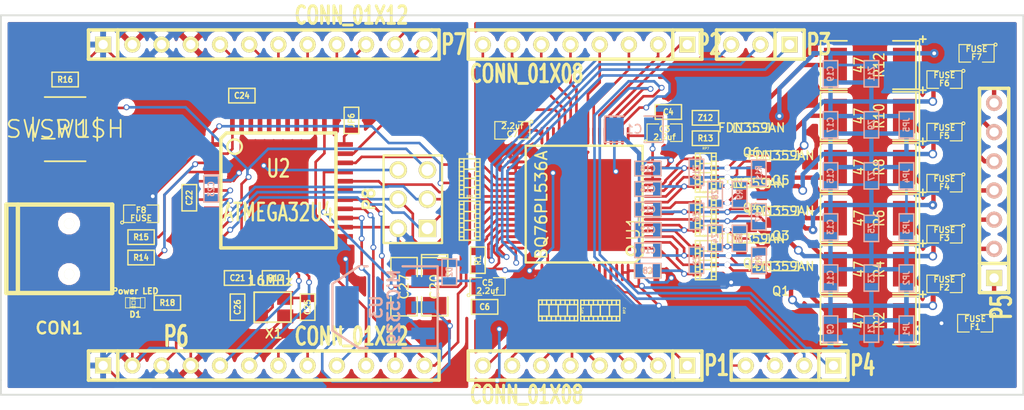
<source format=kicad_pcb>
(kicad_pcb (version 3) (host pcbnew "(2013-may-18)-stable")
  (layers (15 F.Cu signal) (0 B.Cu signal) (18 B.Paste user) (19 F.Paste user) (20 B.SilkS user) (21 F.SilkS user) (22 B.Mask user) (23 F.Mask user) (28 Edge.Cuts user))
  (net 0 "")
  (net 1 +5V)
  (net 2 +BATT)
  (net 3 /CellBallance/C0)
  (net 4 /CellBallance/C1)
  (net 5 /CellBallance/C2)
  (net 6 /CellBallance/C3)
  (net 7 /CellBallance/C4)
  (net 8 /CellBallance/C5)
  (net 9 /CellBallance/C6)
  (net 10 /CellBallance/CB1)
  (net 11 /CellBallance/CB2)
  (net 12 /CellBallance/CB3)
  (net 13 /CellBallance/CB4)
  (net 14 /CellBallance/CB5)
  (net 15 /CellBallance/CB6)
  (net 16 /CellBallance/VC1)
  (net 17 /CellBallance/VC2)
  (net 18 /CellBallance/VC3)
  (net 19 /CellBallance/VC4)
  (net 20 /CellBallance/VC5)
  (net 21 /CellBallance/VC6)
  (net 22 /LDOA)
  (net 23 /LDOD)
  (net 24 /REG50)
  (net 25 /VREF)
  (net 26 /atmega32u4/A0)
  (net 27 /atmega32u4/A1)
  (net 28 /atmega32u4/A2)
  (net 29 /atmega32u4/A3)
  (net 30 /atmega32u4/A4)
  (net 31 /atmega32u4/A5)
  (net 32 /atmega32u4/ALERT_H)
  (net 33 /atmega32u4/AREF)
  (net 34 /atmega32u4/CONV_H)
  (net 35 /atmega32u4/CS_H)
  (net 36 /atmega32u4/D0/RX)
  (net 37 /atmega32u4/D1/TX)
  (net 38 /atmega32u4/D2/SDA)
  (net 39 /atmega32u4/D3/SCL)
  (net 40 /atmega32u4/D4)
  (net 41 /atmega32u4/DRDY_H)
  (net 42 /atmega32u4/FAULT_H)
  (net 43 /atmega32u4/HWB)
  (net 44 /atmega32u4/IO11*)
  (net 45 /atmega32u4/IO12)
  (net 46 /atmega32u4/IO13*)
  (net 47 /atmega32u4/IO8)
  (net 48 /atmega32u4/RST)
  (net 49 /atmega32u4/RXLED)
  (net 50 /atmega32u4/SCLK_H)
  (net 51 /atmega32u4/SDI_H)
  (net 52 /atmega32u4/SDO_H)
  (net 53 /atmega32u4/TXLED)
  (net 54 /atmega32u4/UCAP)
  (net 55 GND)
  (net 56 N-00000108)
  (net 57 N-0000011)
  (net 58 N-00000120)
  (net 59 N-00000121)
  (net 60 N-00000123)
  (net 61 N-00000124)
  (net 62 N-00000125)
  (net 63 N-00000127)
  (net 64 N-00000128)
  (net 65 N-0000013)
  (net 66 N-0000014)
  (net 67 N-0000015)
  (net 68 N-0000023)
  (net 69 N-0000024)
  (net 70 N-0000025)
  (net 71 N-0000026)
  (net 72 N-0000027)
  (net 73 N-0000028)
  (net 74 N-0000029)
  (net 75 N-0000030)
  (net 76 N-0000031)
  (net 77 N-0000032)
  (net 78 N-0000033)
  (net 79 N-0000034)
  (net 80 N-0000035)
  (net 81 N-0000036)
  (net 82 N-0000037)
  (net 83 N-0000038)
  (net 84 N-0000039)
  (net 85 N-000004)
  (net 86 N-0000040)
  (net 87 N-0000041)
  (net 88 N-0000042)
  (net 89 N-0000043)
  (net 90 N-0000044)
  (net 91 N-0000045)
  (net 92 N-0000046)
  (net 93 N-0000047)
  (net 94 N-0000048)
  (net 95 N-0000049)
  (net 96 N-000005)
  (net 97 N-0000050)
  (net 98 N-0000051)
  (net 99 N-0000052)
  (net 100 N-0000053)
  (net 101 N-000006)
  (net 102 N-000007)
  (net 103 N-0000078)
  (net 104 N-0000079)
  (net 105 N-000008)
  (net 106 N-0000080)
  (net 107 N-0000081)
  (net 108 N-0000082)
  (net 109 N-0000083)
  (net 110 N-0000084)
  (net 111 N-0000085)
  (net 112 N-0000086)
  (net 113 N-0000087)
  (net 114 N-0000088)
  (net 115 N-0000089)
  (net 116 N-0000090)
  (net 117 N-0000091)
  (net 118 N-0000092)
  (net 119 N-0000093)
  (net 120 N-0000094)
  (net 121 VSS)
  (module SM2512 (layer F.Cu) (at 225.41738 118.62054 180)
    (fp_text reference R4 (at -0.8001 0 270) (layer F.SilkS) (effects (font (size 0.889 0.762) (thickness 0.127))))
    (fp_text value 47 (at 0.89916 0 270) (layer F.SilkS) (effects (font (size 0.889 0.762) (thickness 0.127))))
    (fp_text user + (at -4.59994 2.30124 180) (layer F.SilkS) (effects (font (size 0.7 0.7))))
    (pad 1 smd rect (at -2.99974 0 180) (size 1.99898 2.99974) (layers F.Cu F.Paste F.Mask) (net 118 N-0000092))
    (pad 2 smd rect (at 2.99974 0 180) (size 1.99898 2.99974) (layers F.Cu F.Paste F.Mask) (net 106 N-0000080))
  )
  (module SM2512 (layer F.Cu) (at 225.41738 114.17554 180)
    (fp_text reference R6 (at -0.8001 0 270) (layer F.SilkS) (effects (font (size 0.889 0.762) (thickness 0.127))))
    (fp_text value 47 (at 0.89916 0 270) (layer F.SilkS) (effects (font (size 0.889 0.762) (thickness 0.127))))
    (fp_text user + (at -4.59994 2.30124 180) (layer F.SilkS) (effects (font (size 0.7 0.7))))
    (pad 1 smd rect (at -2.99974 0 180) (size 1.99898 2.99974) (layers F.Cu F.Paste F.Mask) (net 117 N-0000091))
    (pad 2 smd rect (at 2.99974 0 180) (size 1.99898 2.99974) (layers F.Cu F.Paste F.Mask) (net 120 N-0000094))
  )
  (module SM2512 (layer F.Cu) (at 225.41738 109.73054 180)
    (fp_text reference R8 (at -0.8001 0 270) (layer F.SilkS) (effects (font (size 0.889 0.762) (thickness 0.127))))
    (fp_text value 47 (at 0.89916 0 270) (layer F.SilkS) (effects (font (size 0.889 0.762) (thickness 0.127))))
    (fp_text user + (at -4.59994 2.30124 180) (layer F.SilkS) (effects (font (size 0.7 0.7))))
    (pad 1 smd rect (at -2.99974 0 180) (size 1.99898 2.99974) (layers F.Cu F.Paste F.Mask) (net 112 N-0000086))
    (pad 2 smd rect (at 2.99974 0 180) (size 1.99898 2.99974) (layers F.Cu F.Paste F.Mask) (net 119 N-0000093))
  )
  (module SM2512 (layer F.Cu) (at 225.41738 105.28554 180)
    (fp_text reference R10 (at -0.8001 0 270) (layer F.SilkS) (effects (font (size 0.889 0.762) (thickness 0.127))))
    (fp_text value 47 (at 0.89916 0 270) (layer F.SilkS) (effects (font (size 0.889 0.762) (thickness 0.127))))
    (fp_text user + (at -4.59994 2.30124 180) (layer F.SilkS) (effects (font (size 0.7 0.7))))
    (pad 1 smd rect (at -2.99974 0 180) (size 1.99898 2.99974) (layers F.Cu F.Paste F.Mask) (net 114 N-0000088))
    (pad 2 smd rect (at 2.99974 0 180) (size 1.99898 2.99974) (layers F.Cu F.Paste F.Mask) (net 109 N-0000083))
  )
  (module SM2512 (layer F.Cu) (at 225.41738 100.84054 180)
    (fp_text reference R12 (at -0.8001 0 270) (layer F.SilkS) (effects (font (size 0.889 0.762) (thickness 0.127))))
    (fp_text value 47 (at 0.89916 0 270) (layer F.SilkS) (effects (font (size 0.889 0.762) (thickness 0.127))))
    (fp_text user + (at -4.59994 2.30124 180) (layer F.SilkS) (effects (font (size 0.7 0.7))))
    (pad 1 smd rect (at -2.99974 0 180) (size 1.99898 2.99974) (layers F.Cu F.Paste F.Mask) (net 115 N-0000089))
    (pad 2 smd rect (at 2.99974 0 180) (size 1.99898 2.99974) (layers F.Cu F.Paste F.Mask) (net 116 N-0000090))
  )
  (module SM2512 (layer F.Cu) (at 225.41738 123.06554 180)
    (fp_text reference R2 (at -0.8001 0 270) (layer F.SilkS) (effects (font (size 0.889 0.762) (thickness 0.127))))
    (fp_text value 47 (at 0.89916 0 270) (layer F.SilkS) (effects (font (size 0.889 0.762) (thickness 0.127))))
    (fp_text user + (at -4.59994 2.30124 180) (layer F.SilkS) (effects (font (size 0.7 0.7))))
    (pad 1 smd rect (at -2.99974 0 180) (size 1.99898 2.99974) (layers F.Cu F.Paste F.Mask) (net 2 +BATT))
    (pad 2 smd rect (at 2.99974 0 180) (size 1.99898 2.99974) (layers F.Cu F.Paste F.Mask) (net 104 N-0000079))
  )
  (module SM0603 (layer B.Cu) (at 211.95538 115.92814 270)
    (fp_text reference Z4 (at 0 0 270) (layer B.SilkS) (effects (font (size 0.508 0.4572) (thickness 0.1143)) (justify mirror)))
    (fp_text value ZENER hide)
    (pad 1 smd rect (at -0.762 0 270) (size 0.635 1.143) (layers B.Cu B.Paste B.Mask) (net 117 N-0000091))
    (pad 2 smd rect (at 0.762 0 270) (size 0.635 1.143) (layers B.Cu B.Paste B.Mask) (net 113 N-0000087))
  )
  (module SM0603 (layer B.Cu) (at 210.32978 114.02314 270)
    (fp_text reference Z6 (at 0 0 270) (layer B.SilkS) (effects (font (size 0.508 0.4572) (thickness 0.1143)) (justify mirror)))
    (fp_text value ZENER hide)
    (pad 1 smd rect (at -0.762 0 270) (size 0.635 1.143) (layers B.Cu B.Paste B.Mask) (net 112 N-0000086))
    (pad 2 smd rect (at 0.762 0 270) (size 0.635 1.143) (layers B.Cu B.Paste B.Mask) (net 111 N-0000085))
  )
  (module SM0603 (layer B.Cu) (at 211.95538 112.11814 270)
    (fp_text reference Z8 (at 0 0 270) (layer B.SilkS) (effects (font (size 0.508 0.4572) (thickness 0.1143)) (justify mirror)))
    (fp_text value ZENER hide)
    (pad 1 smd rect (at -0.762 0 270) (size 0.635 1.143) (layers B.Cu B.Paste B.Mask) (net 114 N-0000088))
    (pad 2 smd rect (at 0.762 0 270) (size 0.635 1.143) (layers B.Cu B.Paste B.Mask) (net 108 N-0000082))
  )
  (module SM0603 (layer B.Cu) (at 210.32978 110.18774 270)
    (fp_text reference Z10 (at 0 0 270) (layer B.SilkS) (effects (font (size 0.508 0.4572) (thickness 0.1143)) (justify mirror)))
    (fp_text value ZENER hide)
    (pad 1 smd rect (at -0.762 0 270) (size 0.635 1.143) (layers B.Cu B.Paste B.Mask) (net 115 N-0000089))
    (pad 2 smd rect (at 0.762 0 270) (size 0.635 1.143) (layers B.Cu B.Paste B.Mask) (net 110 N-0000084))
  )
  (module SM0603 (layer B.Cu) (at 215.75268 114.06124 90)
    (fp_text reference R7 (at 0 0 90) (layer B.SilkS) (effects (font (size 0.508 0.4572) (thickness 0.1143)) (justify mirror)))
    (fp_text value "1M 1%" hide)
    (pad 1 smd rect (at -0.762 0 90) (size 0.635 1.143) (layers B.Cu B.Paste B.Mask) (net 111 N-0000085))
    (pad 2 smd rect (at 0.762 0 90) (size 0.635 1.143) (layers B.Cu B.Paste B.Mask) (net 112 N-0000086))
  )
  (module SM0603 (layer F.Cu) (at 211.11718 105.43794)
    (fp_text reference Z12 (at 0 0) (layer F.SilkS) (effects (font (size 0.508 0.4572) (thickness 0.1143))))
    (fp_text value ZENER hide)
    (pad 1 smd rect (at -0.762 0) (size 0.635 1.143) (layers F.Cu F.Paste F.Mask) (net 121 VSS))
    (pad 2 smd rect (at 0.762 0) (size 0.635 1.143) (layers F.Cu F.Paste F.Mask) (net 107 N-0000081))
  )
  (module SM0603 (layer B.Cu) (at 221.98838 123.82754 90)
    (fp_text reference C9 (at 0 0 90) (layer B.SilkS) (effects (font (size 0.508 0.4572) (thickness 0.1143)) (justify mirror)))
    (fp_text value 0.1uf hide)
    (pad 1 smd rect (at -0.762 0 90) (size 0.635 1.143) (layers B.Cu B.Paste B.Mask) (net 2 +BATT))
    (pad 2 smd rect (at 0.762 0 90) (size 0.635 1.143) (layers B.Cu B.Paste B.Mask) (net 118 N-0000092))
  )
  (module SM0603 (layer B.Cu) (at 214.08898 115.92814 90)
    (fp_text reference R5 (at 0 0 90) (layer B.SilkS) (effects (font (size 0.508 0.4572) (thickness 0.1143)) (justify mirror)))
    (fp_text value "1M 1%" hide)
    (pad 1 smd rect (at -0.762 0 90) (size 0.635 1.143) (layers B.Cu B.Paste B.Mask) (net 113 N-0000087))
    (pad 2 smd rect (at 0.762 0 90) (size 0.635 1.143) (layers B.Cu B.Paste B.Mask) (net 117 N-0000091))
  )
  (module SM0603 (layer B.Cu) (at 215.76538 117.85854 90)
    (fp_text reference R3 (at 0 0 90) (layer B.SilkS) (effects (font (size 0.508 0.4572) (thickness 0.1143)) (justify mirror)))
    (fp_text value "1M 1%" hide)
    (pad 1 smd rect (at -0.762 0 90) (size 0.635 1.143) (layers B.Cu B.Paste B.Mask) (net 103 N-0000078))
    (pad 2 smd rect (at 0.762 0 90) (size 0.635 1.143) (layers B.Cu B.Paste B.Mask) (net 118 N-0000092))
  )
  (module SM0603 (layer B.Cu) (at 214.08898 112.11814 90)
    (fp_text reference R9 (at 0 0 90) (layer B.SilkS) (effects (font (size 0.508 0.4572) (thickness 0.1143)) (justify mirror)))
    (fp_text value "1M 1%" hide)
    (pad 1 smd rect (at -0.762 0 90) (size 0.635 1.143) (layers B.Cu B.Paste B.Mask) (net 108 N-0000082))
    (pad 2 smd rect (at 0.762 0 90) (size 0.635 1.143) (layers B.Cu B.Paste B.Mask) (net 114 N-0000088))
  )
  (module SM0603 (layer B.Cu) (at 215.75268 110.25124 90)
    (fp_text reference R11 (at 0 0 90) (layer B.SilkS) (effects (font (size 0.508 0.4572) (thickness 0.1143)) (justify mirror)))
    (fp_text value "1M 1%" hide)
    (pad 1 smd rect (at -0.762 0 90) (size 0.635 1.143) (layers B.Cu B.Paste B.Mask) (net 110 N-0000084))
    (pad 2 smd rect (at 0.762 0 90) (size 0.635 1.143) (layers B.Cu B.Paste B.Mask) (net 115 N-0000089))
  )
  (module SM0603 (layer F.Cu) (at 211.11718 107.21594 180)
    (fp_text reference R13 (at 0 0 180) (layer F.SilkS) (effects (font (size 0.508 0.4572) (thickness 0.1143))))
    (fp_text value "1M 1%" hide)
    (pad 1 smd rect (at -0.762 0 180) (size 0.635 1.143) (layers F.Cu F.Paste F.Mask) (net 107 N-0000081))
    (pad 2 smd rect (at 0.762 0 180) (size 0.635 1.143) (layers F.Cu F.Paste F.Mask) (net 121 VSS))
  )
  (module SM0603 (layer B.Cu) (at 206.11338 111.63554)
    (fp_text reference C16 (at 0 0) (layer B.SilkS) (effects (font (size 0.508 0.4572) (thickness 0.1143)) (justify mirror)))
    (fp_text value 0.1uf hide)
    (pad 1 smd rect (at -0.762 0) (size 0.635 1.143) (layers B.Cu B.Paste B.Mask) (net 121 VSS))
    (pad 2 smd rect (at 0.762 0) (size 0.635 1.143) (layers B.Cu B.Paste B.Mask) (net 17 /CellBallance/VC2))
  )
  (module SM0603 (layer B.Cu) (at 206.11338 113.41354)
    (fp_text reference C14 (at 0 0) (layer B.SilkS) (effects (font (size 0.508 0.4572) (thickness 0.1143)) (justify mirror)))
    (fp_text value 0.1uf hide)
    (pad 1 smd rect (at -0.762 0) (size 0.635 1.143) (layers B.Cu B.Paste B.Mask) (net 121 VSS))
    (pad 2 smd rect (at 0.762 0) (size 0.635 1.143) (layers B.Cu B.Paste B.Mask) (net 18 /CellBallance/VC3))
  )
  (module SM0603 (layer B.Cu) (at 206.11338 115.19154)
    (fp_text reference C12 (at 0 0) (layer B.SilkS) (effects (font (size 0.508 0.4572) (thickness 0.1143)) (justify mirror)))
    (fp_text value 0.1uf hide)
    (pad 1 smd rect (at -0.762 0) (size 0.635 1.143) (layers B.Cu B.Paste B.Mask) (net 121 VSS))
    (pad 2 smd rect (at 0.762 0) (size 0.635 1.143) (layers B.Cu B.Paste B.Mask) (net 19 /CellBallance/VC4))
  )
  (module SM0603 (layer B.Cu) (at 206.11338 116.96954)
    (fp_text reference C10 (at 0 0) (layer B.SilkS) (effects (font (size 0.508 0.4572) (thickness 0.1143)) (justify mirror)))
    (fp_text value 0.1uf hide)
    (pad 1 smd rect (at -0.762 0) (size 0.635 1.143) (layers B.Cu B.Paste B.Mask) (net 121 VSS))
    (pad 2 smd rect (at 0.762 0) (size 0.635 1.143) (layers B.Cu B.Paste B.Mask) (net 20 /CellBallance/VC5))
  )
  (module SM0603 (layer B.Cu) (at 206.11338 118.74754)
    (fp_text reference C8 (at 0 0) (layer B.SilkS) (effects (font (size 0.508 0.4572) (thickness 0.1143)) (justify mirror)))
    (fp_text value 0.1uf hide)
    (pad 1 smd rect (at -0.762 0) (size 0.635 1.143) (layers B.Cu B.Paste B.Mask) (net 121 VSS))
    (pad 2 smd rect (at 0.762 0) (size 0.635 1.143) (layers B.Cu B.Paste B.Mask) (net 21 /CellBallance/VC6))
  )
  (module SM0603 (layer B.Cu) (at 221.98838 106.04754 90)
    (fp_text reference C17 (at 0 0 90) (layer B.SilkS) (effects (font (size 0.508 0.4572) (thickness 0.1143)) (justify mirror)))
    (fp_text value 0.1uf hide)
    (pad 1 smd rect (at -0.762 0 90) (size 0.635 1.143) (layers B.Cu B.Paste B.Mask) (net 114 N-0000088))
    (pad 2 smd rect (at 0.762 0 90) (size 0.635 1.143) (layers B.Cu B.Paste B.Mask) (net 115 N-0000089))
  )
  (module SM0603 (layer B.Cu) (at 221.98838 110.49254 90)
    (fp_text reference C15 (at 0 0 90) (layer B.SilkS) (effects (font (size 0.508 0.4572) (thickness 0.1143)) (justify mirror)))
    (fp_text value 0.1uf hide)
    (pad 1 smd rect (at -0.762 0 90) (size 0.635 1.143) (layers B.Cu B.Paste B.Mask) (net 112 N-0000086))
    (pad 2 smd rect (at 0.762 0 90) (size 0.635 1.143) (layers B.Cu B.Paste B.Mask) (net 114 N-0000088))
  )
  (module SM0603 (layer B.Cu) (at 221.98838 114.93754 90)
    (fp_text reference C13 (at 0 0 90) (layer B.SilkS) (effects (font (size 0.508 0.4572) (thickness 0.1143)) (justify mirror)))
    (fp_text value 0.1uf hide)
    (pad 1 smd rect (at -0.762 0 90) (size 0.635 1.143) (layers B.Cu B.Paste B.Mask) (net 117 N-0000091))
    (pad 2 smd rect (at 0.762 0 90) (size 0.635 1.143) (layers B.Cu B.Paste B.Mask) (net 112 N-0000086))
  )
  (module SM0603 (layer B.Cu) (at 221.98838 119.38254 90)
    (fp_text reference C11 (at 0 0 90) (layer B.SilkS) (effects (font (size 0.508 0.4572) (thickness 0.1143)) (justify mirror)))
    (fp_text value 0.1uf hide)
    (pad 1 smd rect (at -0.762 0 90) (size 0.635 1.143) (layers B.Cu B.Paste B.Mask) (net 118 N-0000092))
    (pad 2 smd rect (at 0.762 0 90) (size 0.635 1.143) (layers B.Cu B.Paste B.Mask) (net 117 N-0000091))
  )
  (module SM0603 (layer B.Cu) (at 210.32978 117.83314 270)
    (fp_text reference Z2 (at 0 0 270) (layer B.SilkS) (effects (font (size 0.508 0.4572) (thickness 0.1143)) (justify mirror)))
    (fp_text value ZENER hide)
    (pad 1 smd rect (at -0.762 0 270) (size 0.635 1.143) (layers B.Cu B.Paste B.Mask) (net 118 N-0000092))
    (pad 2 smd rect (at 0.762 0 270) (size 0.635 1.143) (layers B.Cu B.Paste B.Mask) (net 103 N-0000078))
  )
  (module SM0603 (layer B.Cu) (at 221.98838 101.60254 90)
    (fp_text reference C19 (at 0 0 90) (layer B.SilkS) (effects (font (size 0.508 0.4572) (thickness 0.1143)) (justify mirror)))
    (fp_text value 0.1uf hide)
    (pad 1 smd rect (at -0.762 0 90) (size 0.635 1.143) (layers B.Cu B.Paste B.Mask) (net 115 N-0000089))
    (pad 2 smd rect (at 0.762 0 90) (size 0.635 1.143) (layers B.Cu B.Paste B.Mask) (net 121 VSS))
  )
  (module SM0603 (layer B.Cu) (at 206.11338 109.85754)
    (fp_text reference C18 (at 0 0) (layer B.SilkS) (effects (font (size 0.508 0.4572) (thickness 0.1143)) (justify mirror)))
    (fp_text value 0.1uf hide)
    (pad 1 smd rect (at -0.762 0) (size 0.635 1.143) (layers B.Cu B.Paste B.Mask) (net 121 VSS))
    (pad 2 smd rect (at 0.762 0) (size 0.635 1.143) (layers B.Cu B.Paste B.Mask) (net 16 /CellBallance/VC1))
  )
  (module USB_MINI_B (layer F.Cu) (at 154.94 116.84)
    (fp_text reference CON1 (at 0 6.90118) (layer F.SilkS) (effects (font (size 1.016 1.016) (thickness 0.2032))))
    (fp_text value USB-MINI-B hide)
    (pad 1 smd rect (at 3.44932 -1.6002) (size 2.30124 0.50038) (layers F.Cu F.Paste F.Mask) (net 56 N-00000108))
    (pad 2 smd rect (at 3.44932 -0.8001) (size 2.30124 0.50038) (layers F.Cu F.Paste F.Mask) (net 60 N-00000123))
    (pad 3 smd rect (at 3.44932 0) (size 2.30124 0.50038) (layers F.Cu F.Paste F.Mask) (net 64 N-00000128))
    (pad 4 smd rect (at 3.44932 0.8001) (size 2.30124 0.50038) (layers F.Cu F.Paste F.Mask))
    (pad 5 smd rect (at 3.44932 1.6002) (size 2.30124 0.50038) (layers F.Cu F.Paste F.Mask) (net 55 GND))
    (pad 6 smd rect (at 3.35026 -4.45008) (size 2.49936 1.99898) (layers F.Cu F.Paste F.Mask) (net 55 GND))
    (pad 7 smd rect (at -2.14884 -4.45008) (size 2.49936 1.99898) (layers F.Cu F.Paste F.Mask) (net 55 GND))
    (pad 8 smd rect (at 3.35026 4.45008) (size 2.49936 1.99898) (layers F.Cu F.Paste F.Mask) (net 55 GND))
    (pad 9 smd rect (at -2.14884 4.45008) (size 2.49936 1.99898) (layers F.Cu F.Paste F.Mask) (net 55 GND))
    (pad "" np_thru_hole circle (at 0.8509 -2.19964) (size 0.89916 0.89916) (drill 0.89916) (layers *.Cu *.Mask F.SilkS))
    (pad "" np_thru_hole circle (at 0.8509 2.19964) (size 0.89916 0.89916) (drill 0.89916) (layers *.Cu *.Mask F.SilkS))
  )
  (module TQFP44 (layer F.Cu) (at 173.99 111.76)
    (fp_text reference U2 (at 0 -1.905) (layer F.SilkS) (effects (font (size 1.524 1.016) (thickness 0.2032))))
    (fp_text value ATMEGA32U4 (at 0 1.905) (layer F.SilkS) (effects (font (size 1.524 1.016) (thickness 0.2032))))
    (pad 39 smd rect (at 0 -5.715) (size 0.4064 1.524) (layers F.Cu F.Paste F.Mask) (net 29 /atmega32u4/A3))
    (pad 40 smd rect (at -0.8001 -5.715) (size 0.4064 1.524) (layers F.Cu F.Paste F.Mask) (net 30 /atmega32u4/A4))
    (pad 41 smd rect (at -1.6002 -5.715) (size 0.4064 1.524) (layers F.Cu F.Paste F.Mask) (net 31 /atmega32u4/A5))
    (pad 42 smd rect (at -2.4003 -5.715) (size 0.4064 1.524) (layers F.Cu F.Paste F.Mask) (net 33 /atmega32u4/AREF))
    (pad 43 smd rect (at -3.2004 -5.715) (size 0.4064 1.524) (layers F.Cu F.Paste F.Mask) (net 55 GND))
    (pad 44 smd rect (at -4.0005 -5.715) (size 0.4064 1.524) (layers F.Cu F.Paste F.Mask) (net 1 +5V))
    (pad 38 smd rect (at 0.8001 -5.715) (size 0.4064 1.524) (layers F.Cu F.Paste F.Mask) (net 28 /atmega32u4/A2))
    (pad 37 smd rect (at 1.6002 -5.715) (size 0.4064 1.524) (layers F.Cu F.Paste F.Mask) (net 27 /atmega32u4/A1))
    (pad 36 smd rect (at 2.4003 -5.715) (size 0.4064 1.524) (layers F.Cu F.Paste F.Mask) (net 26 /atmega32u4/A0))
    (pad 35 smd rect (at 3.2004 -5.715) (size 0.4064 1.524) (layers F.Cu F.Paste F.Mask) (net 55 GND))
    (pad 34 smd rect (at 4.0005 -5.715) (size 0.4064 1.524) (layers F.Cu F.Paste F.Mask) (net 1 +5V))
    (pad 17 smd rect (at 0 5.715) (size 0.4064 1.524) (layers F.Cu F.Paste F.Mask) (net 62 N-00000125))
    (pad 16 smd rect (at -0.8001 5.715) (size 0.4064 1.524) (layers F.Cu F.Paste F.Mask) (net 61 N-00000124))
    (pad 15 smd rect (at -1.6002 5.715) (size 0.4064 1.524) (layers F.Cu F.Paste F.Mask) (net 55 GND))
    (pad 14 smd rect (at -2.4003 5.715) (size 0.4064 1.524) (layers F.Cu F.Paste F.Mask) (net 1 +5V))
    (pad 13 smd rect (at -3.2004 5.715) (size 0.4064 1.524) (layers F.Cu F.Paste F.Mask) (net 48 /atmega32u4/RST))
    (pad 12 smd rect (at -4.0005 5.715) (size 0.4064 1.524) (layers F.Cu F.Paste F.Mask) (net 44 /atmega32u4/IO11*))
    (pad 18 smd rect (at 0.8001 5.715) (size 0.4064 1.524) (layers F.Cu F.Paste F.Mask) (net 39 /atmega32u4/D3/SCL))
    (pad 19 smd rect (at 1.6002 5.715) (size 0.4064 1.524) (layers F.Cu F.Paste F.Mask) (net 38 /atmega32u4/D2/SDA))
    (pad 20 smd rect (at 2.4003 5.715) (size 0.4064 1.524) (layers F.Cu F.Paste F.Mask) (net 36 /atmega32u4/D0/RX))
    (pad 21 smd rect (at 3.2004 5.715) (size 0.4064 1.524) (layers F.Cu F.Paste F.Mask) (net 37 /atmega32u4/D1/TX))
    (pad 22 smd rect (at 4.0005 5.715) (size 0.4064 1.524) (layers F.Cu F.Paste F.Mask) (net 53 /atmega32u4/TXLED))
    (pad 6 smd rect (at -5.715 0) (size 1.524 0.4064) (layers F.Cu F.Paste F.Mask) (net 54 /atmega32u4/UCAP))
    (pad 28 smd rect (at 5.715 0) (size 1.524 0.4064) (layers F.Cu F.Paste F.Mask) (net 47 /atmega32u4/IO8))
    (pad 7 smd rect (at -5.715 0.8001) (size 1.524 0.4064) (layers F.Cu F.Paste F.Mask) (net 1 +5V))
    (pad 27 smd rect (at 5.715 0.8001) (size 1.524 0.4064) (layers F.Cu F.Paste F.Mask) (net 41 /atmega32u4/DRDY_H))
    (pad 26 smd rect (at 5.715 1.6002) (size 1.524 0.4064) (layers F.Cu F.Paste F.Mask) (net 45 /atmega32u4/IO12))
    (pad 8 smd rect (at -5.715 1.6002) (size 1.524 0.4064) (layers F.Cu F.Paste F.Mask) (net 49 /atmega32u4/RXLED))
    (pad 9 smd rect (at -5.715 2.4003) (size 1.524 0.4064) (layers F.Cu F.Paste F.Mask) (net 50 /atmega32u4/SCLK_H))
    (pad 25 smd rect (at 5.715 2.4003) (size 1.524 0.4064) (layers F.Cu F.Paste F.Mask) (net 40 /atmega32u4/D4))
    (pad 24 smd rect (at 5.715 3.2004) (size 1.524 0.4064) (layers F.Cu F.Paste F.Mask) (net 1 +5V))
    (pad 10 smd rect (at -5.715 3.2004) (size 1.524 0.4064) (layers F.Cu F.Paste F.Mask) (net 51 /atmega32u4/SDI_H))
    (pad 11 smd rect (at -5.715 4.0005) (size 1.524 0.4064) (layers F.Cu F.Paste F.Mask) (net 52 /atmega32u4/SDO_H))
    (pad 23 smd rect (at 5.715 4.0005) (size 1.524 0.4064) (layers F.Cu F.Paste F.Mask) (net 55 GND))
    (pad 29 smd rect (at 5.715 -0.8001) (size 1.524 0.4064) (layers F.Cu F.Paste F.Mask) (net 42 /atmega32u4/FAULT_H))
    (pad 5 smd rect (at -5.715 -0.8001) (size 1.524 0.4064) (layers F.Cu F.Paste F.Mask) (net 55 GND))
    (pad 4 smd rect (at -5.715 -1.6002) (size 1.524 0.4064) (layers F.Cu F.Paste F.Mask) (net 58 N-00000120))
    (pad 30 smd rect (at 5.715 -1.6002) (size 1.524 0.4064) (layers F.Cu F.Paste F.Mask) (net 35 /atmega32u4/CS_H))
    (pad 31 smd rect (at 5.715 -2.4003) (size 1.524 0.4064) (layers F.Cu F.Paste F.Mask) (net 34 /atmega32u4/CONV_H))
    (pad 3 smd rect (at -5.715 -2.4003) (size 1.524 0.4064) (layers F.Cu F.Paste F.Mask) (net 59 N-00000121))
    (pad 2 smd rect (at -5.715 -3.2004) (size 1.524 0.4064) (layers F.Cu F.Paste F.Mask) (net 1 +5V))
    (pad 32 smd rect (at 5.715 -3.2004) (size 1.524 0.4064) (layers F.Cu F.Paste F.Mask) (net 46 /atmega32u4/IO13*))
    (pad 33 smd rect (at 5.715 -4.0005) (size 1.524 0.4064) (layers F.Cu F.Paste F.Mask) (net 43 /atmega32u4/HWB))
    (pad 1 smd rect (at -5.715 -4.0005) (size 1.524 0.4064) (layers F.Cu F.Paste F.Mask) (net 32 /atmega32u4/ALERT_H))
  )
  (module SOT23GDS (layer F.Cu) (at 215.13038 106.30154 180)
    (fp_text reference Q6 (at 0 -2.159 180) (layer F.SilkS) (effects (font (size 0.762 0.762) (thickness 0.12954))))
    (fp_text value FDN359AN (at 0 0 180) (layer F.SilkS) (effects (font (size 0.762 0.762) (thickness 0.12954))))
    (pad S smd rect (at -0.889 -1.016 180) (size 0.9144 0.9144) (layers F.Cu F.Paste F.Mask) (net 121 VSS))
    (pad G smd rect (at 0.889 -1.016 180) (size 0.9144 0.9144) (layers F.Cu F.Paste F.Mask) (net 107 N-0000081))
    (pad D smd rect (at 0 1.016 180) (size 0.9144 0.9144) (layers F.Cu F.Paste F.Mask) (net 116 N-0000090))
  )
  (module SOT23GDS (layer F.Cu) (at 217.67038 108.71454 180)
    (fp_text reference Q5 (at 0 -2.159 180) (layer F.SilkS) (effects (font (size 0.762 0.762) (thickness 0.12954))))
    (fp_text value FDN359AN (at 0 0 180) (layer F.SilkS) (effects (font (size 0.762 0.762) (thickness 0.12954))))
    (pad S smd rect (at -0.889 -1.016 180) (size 0.9144 0.9144) (layers F.Cu F.Paste F.Mask) (net 115 N-0000089))
    (pad G smd rect (at 0.889 -1.016 180) (size 0.9144 0.9144) (layers F.Cu F.Paste F.Mask) (net 110 N-0000084))
    (pad D smd rect (at 0 1.016 180) (size 0.9144 0.9144) (layers F.Cu F.Paste F.Mask) (net 109 N-0000083))
  )
  (module SOT23GDS (layer F.Cu) (at 215.13038 111.12754 180)
    (fp_text reference Q4 (at 0 -2.159 180) (layer F.SilkS) (effects (font (size 0.762 0.762) (thickness 0.12954))))
    (fp_text value FDN359AN (at 0 0 180) (layer F.SilkS) (effects (font (size 0.762 0.762) (thickness 0.12954))))
    (pad S smd rect (at -0.889 -1.016 180) (size 0.9144 0.9144) (layers F.Cu F.Paste F.Mask) (net 114 N-0000088))
    (pad G smd rect (at 0.889 -1.016 180) (size 0.9144 0.9144) (layers F.Cu F.Paste F.Mask) (net 108 N-0000082))
    (pad D smd rect (at 0 1.016 180) (size 0.9144 0.9144) (layers F.Cu F.Paste F.Mask) (net 119 N-0000093))
  )
  (module SOT23GDS (layer F.Cu) (at 217.67038 113.54054 180)
    (fp_text reference Q3 (at 0 -2.159 180) (layer F.SilkS) (effects (font (size 0.762 0.762) (thickness 0.12954))))
    (fp_text value FDN359AN (at 0 0 180) (layer F.SilkS) (effects (font (size 0.762 0.762) (thickness 0.12954))))
    (pad S smd rect (at -0.889 -1.016 180) (size 0.9144 0.9144) (layers F.Cu F.Paste F.Mask) (net 112 N-0000086))
    (pad G smd rect (at 0.889 -1.016 180) (size 0.9144 0.9144) (layers F.Cu F.Paste F.Mask) (net 111 N-0000085))
    (pad D smd rect (at 0 1.016 180) (size 0.9144 0.9144) (layers F.Cu F.Paste F.Mask) (net 120 N-0000094))
  )
  (module SOT23GDS (layer F.Cu) (at 215.13038 115.95354 180)
    (fp_text reference Q2 (at 0 -2.159 180) (layer F.SilkS) (effects (font (size 0.762 0.762) (thickness 0.12954))))
    (fp_text value FDN359AN (at 0 0 180) (layer F.SilkS) (effects (font (size 0.762 0.762) (thickness 0.12954))))
    (pad S smd rect (at -0.889 -1.016 180) (size 0.9144 0.9144) (layers F.Cu F.Paste F.Mask) (net 117 N-0000091))
    (pad G smd rect (at 0.889 -1.016 180) (size 0.9144 0.9144) (layers F.Cu F.Paste F.Mask) (net 113 N-0000087))
    (pad D smd rect (at 0 1.016 180) (size 0.9144 0.9144) (layers F.Cu F.Paste F.Mask) (net 106 N-0000080))
  )
  (module SOT23GDS (layer F.Cu) (at 217.67038 118.36654 180)
    (fp_text reference Q1 (at 0 -2.159 180) (layer F.SilkS) (effects (font (size 0.762 0.762) (thickness 0.12954))))
    (fp_text value FDN359AN (at 0 0 180) (layer F.SilkS) (effects (font (size 0.762 0.762) (thickness 0.12954))))
    (pad S smd rect (at -0.889 -1.016 180) (size 0.9144 0.9144) (layers F.Cu F.Paste F.Mask) (net 118 N-0000092))
    (pad G smd rect (at 0.889 -1.016 180) (size 0.9144 0.9144) (layers F.Cu F.Paste F.Mask) (net 103 N-0000078))
    (pad D smd rect (at 0 1.016 180) (size 0.9144 0.9144) (layers F.Cu F.Paste F.Mask) (net 104 N-0000079))
  )
  (module SM1206POL (layer F.Cu) (at 187.579 120.142 270)
    (fp_text reference C20 (at 0 0 270) (layer F.SilkS) (effects (font (size 0.762 0.762) (thickness 0.127))))
    (fp_text value 10uf hide)
    (pad 1 smd rect (at -1.651 0 270) (size 1.524 2.032) (layers F.Cu F.Paste F.Mask) (net 1 +5V))
    (pad 2 smd rect (at 1.651 0 270) (size 1.524 2.032) (layers F.Cu F.Paste F.Mask) (net 55 GND))
  )
  (module SM1206 (layer B.Cu) (at 204.89418 106.42854 180)
    (fp_text reference C1 (at 0 0 180) (layer B.SilkS) (effects (font (size 0.762 0.762) (thickness 0.127)) (justify mirror)))
    (fp_text value 10uf hide)
    (pad 1 smd rect (at -1.651 0 180) (size 1.524 2.032) (layers B.Cu B.Paste B.Mask) (net 25 /VREF))
    (pad 2 smd rect (at 1.651 0 180) (size 1.524 2.032) (layers B.Cu B.Paste B.Mask) (net 121 VSS))
  )
  (module SM0805 (layer F.Cu) (at 231.89438 115.57254 180)
    (fp_text reference F3 (at 0 -0.3175 180) (layer F.SilkS) (effects (font (size 0.50038 0.50038) (thickness 0.10922))))
    (fp_text value FUSE (at 0 0.381 180) (layer F.SilkS) (effects (font (size 0.50038 0.50038) (thickness 0.10922))))
    (pad 1 smd rect (at -0.9525 0 180) (size 0.889 1.397) (layers F.Cu F.Paste F.Mask) (net 7 /CellBallance/C4))
    (pad 2 smd rect (at 0.9525 0 180) (size 0.889 1.397) (layers F.Cu F.Paste F.Mask) (net 117 N-0000091))
  )
  (module SM0805 (layer F.Cu) (at 231.89438 111.12754 180)
    (fp_text reference F4 (at 0 -0.3175 180) (layer F.SilkS) (effects (font (size 0.50038 0.50038) (thickness 0.10922))))
    (fp_text value FUSE (at 0 0.381 180) (layer F.SilkS) (effects (font (size 0.50038 0.50038) (thickness 0.10922))))
    (pad 1 smd rect (at -0.9525 0 180) (size 0.889 1.397) (layers F.Cu F.Paste F.Mask) (net 6 /CellBallance/C3))
    (pad 2 smd rect (at 0.9525 0 180) (size 0.889 1.397) (layers F.Cu F.Paste F.Mask) (net 112 N-0000086))
  )
  (module SM0805 (layer F.Cu) (at 231.89438 119.89054 180)
    (fp_text reference F2 (at 0 -0.3175 180) (layer F.SilkS) (effects (font (size 0.50038 0.50038) (thickness 0.10922))))
    (fp_text value FUSE (at 0 0.381 180) (layer F.SilkS) (effects (font (size 0.50038 0.50038) (thickness 0.10922))))
    (pad 1 smd rect (at -0.9525 0 180) (size 0.889 1.397) (layers F.Cu F.Paste F.Mask) (net 8 /CellBallance/C5))
    (pad 2 smd rect (at 0.9525 0 180) (size 0.889 1.397) (layers F.Cu F.Paste F.Mask) (net 118 N-0000092))
  )
  (module SM0805 (layer F.Cu) (at 231.89438 106.68254 180)
    (fp_text reference F5 (at 0 -0.3175 180) (layer F.SilkS) (effects (font (size 0.50038 0.50038) (thickness 0.10922))))
    (fp_text value FUSE (at 0 0.381 180) (layer F.SilkS) (effects (font (size 0.50038 0.50038) (thickness 0.10922))))
    (pad 1 smd rect (at -0.9525 0 180) (size 0.889 1.397) (layers F.Cu F.Paste F.Mask) (net 5 /CellBallance/C2))
    (pad 2 smd rect (at 0.9525 0 180) (size 0.889 1.397) (layers F.Cu F.Paste F.Mask) (net 114 N-0000088))
  )
  (module SM0805 (layer F.Cu) (at 231.89438 102.11054 180)
    (fp_text reference F6 (at 0 -0.3175 180) (layer F.SilkS) (effects (font (size 0.50038 0.50038) (thickness 0.10922))))
    (fp_text value FUSE (at 0 0.381 180) (layer F.SilkS) (effects (font (size 0.50038 0.50038) (thickness 0.10922))))
    (pad 1 smd rect (at -0.9525 0 180) (size 0.889 1.397) (layers F.Cu F.Paste F.Mask) (net 4 /CellBallance/C1))
    (pad 2 smd rect (at 0.9525 0 180) (size 0.889 1.397) (layers F.Cu F.Paste F.Mask) (net 115 N-0000089))
  )
  (module SM0805 (layer F.Cu) (at 234.68838 99.82454 180)
    (fp_text reference F7 (at 0 -0.3175 180) (layer F.SilkS) (effects (font (size 0.50038 0.50038) (thickness 0.10922))))
    (fp_text value FUSE (at 0 0.381 180) (layer F.SilkS) (effects (font (size 0.50038 0.50038) (thickness 0.10922))))
    (pad 1 smd rect (at -0.9525 0 180) (size 0.889 1.397) (layers F.Cu F.Paste F.Mask) (net 3 /CellBallance/C0))
    (pad 2 smd rect (at 0.9525 0 180) (size 0.889 1.397) (layers F.Cu F.Paste F.Mask) (net 121 VSS))
  )
  (module SM0805 (layer F.Cu) (at 234.56138 123.31954 180)
    (fp_text reference F1 (at 0 -0.3175 180) (layer F.SilkS) (effects (font (size 0.50038 0.50038) (thickness 0.10922))))
    (fp_text value FUSE (at 0 0.381 180) (layer F.SilkS) (effects (font (size 0.50038 0.50038) (thickness 0.10922))))
    (pad 1 smd rect (at -0.9525 0 180) (size 0.889 1.397) (layers F.Cu F.Paste F.Mask) (net 9 /CellBallance/C6))
    (pad 2 smd rect (at 0.9525 0 180) (size 0.889 1.397) (layers F.Cu F.Paste F.Mask) (net 2 +BATT))
  )
  (module SM0805 (layer F.Cu) (at 162.052 113.792)
    (fp_text reference F8 (at 0 -0.3175) (layer F.SilkS) (effects (font (size 0.50038 0.50038) (thickness 0.10922))))
    (fp_text value FUSE (at 0 0.381) (layer F.SilkS) (effects (font (size 0.50038 0.50038) (thickness 0.10922))))
    (pad 1 smd rect (at -0.9525 0) (size 0.889 1.397) (layers F.Cu F.Paste F.Mask) (net 56 N-00000108))
    (pad 2 smd rect (at 0.9525 0) (size 0.889 1.397) (layers F.Cu F.Paste F.Mask) (net 1 +5V))
  )
  (module SM0805 (layer F.Cu) (at 194.32778 106.53014 180)
    (fp_text reference C7 (at 0 -0.3175 180) (layer F.SilkS) (effects (font (size 0.50038 0.50038) (thickness 0.10922))))
    (fp_text value 2.2uf (at 0 0.381 180) (layer F.SilkS) (effects (font (size 0.50038 0.50038) (thickness 0.10922))))
    (pad 1 smd rect (at -0.9525 0 180) (size 0.889 1.397) (layers F.Cu F.Paste F.Mask) (net 24 /REG50))
    (pad 2 smd rect (at 0.9525 0 180) (size 0.889 1.397) (layers F.Cu F.Paste F.Mask) (net 121 VSS))
  )
  (module SM0805 (layer F.Cu) (at 207.56118 106.73334)
    (fp_text reference C3 (at 0 -0.3175) (layer F.SilkS) (effects (font (size 0.50038 0.50038) (thickness 0.10922))))
    (fp_text value 2.2uf (at 0 0.381) (layer F.SilkS) (effects (font (size 0.50038 0.50038) (thickness 0.10922))))
    (pad 1 smd rect (at -0.9525 0) (size 0.889 1.397) (layers F.Cu F.Paste F.Mask) (net 22 /LDOA))
    (pad 2 smd rect (at 0.9525 0) (size 0.889 1.397) (layers F.Cu F.Paste F.Mask) (net 121 VSS))
  )
  (module SM0805 (layer F.Cu) (at 192.1764 120.1166)
    (fp_text reference C5 (at 0 -0.3175) (layer F.SilkS) (effects (font (size 0.50038 0.50038) (thickness 0.10922))))
    (fp_text value 2.2uf (at 0 0.381) (layer F.SilkS) (effects (font (size 0.50038 0.50038) (thickness 0.10922))))
    (pad 1 smd rect (at -0.9525 0) (size 0.889 1.397) (layers F.Cu F.Paste F.Mask) (net 23 /LDOD))
    (pad 2 smd rect (at 0.9525 0) (size 0.889 1.397) (layers F.Cu F.Paste F.Mask) (net 121 VSS))
  )
  (module SM0603 (layer F.Cu) (at 180.34 105.664 90)
    (fp_text reference JP6 (at 0 0 90) (layer F.SilkS) (effects (font (size 0.508 0.4572) (thickness 0.1143))))
    (fp_text value JUMPER hide)
    (pad 1 smd rect (at -0.762 0 90) (size 0.635 1.143) (layers F.Cu F.Paste F.Mask) (net 43 /atmega32u4/HWB))
    (pad 2 smd rect (at 0.762 0 90) (size 0.635 1.143) (layers F.Cu F.Paste F.Mask) (net 55 GND))
  )
  (module SM0603 (layer F.Cu) (at 162.052 117.602)
    (fp_text reference R14 (at 0 0) (layer F.SilkS) (effects (font (size 0.508 0.4572) (thickness 0.1143))))
    (fp_text value 22 hide)
    (pad 1 smd rect (at -0.762 0) (size 0.635 1.143) (layers F.Cu F.Paste F.Mask) (net 64 N-00000128))
    (pad 2 smd rect (at 0.762 0) (size 0.635 1.143) (layers F.Cu F.Paste F.Mask) (net 59 N-00000121))
  )
  (module SM0603 (layer B.Cu) (at 228.59238 110.49254 90)
    (fp_text reference JP4 (at 0 0 90) (layer B.SilkS) (effects (font (size 0.508 0.4572) (thickness 0.1143)) (justify mirror)))
    (fp_text value JUMPER hide)
    (pad 1 smd rect (at -0.762 0 90) (size 0.635 1.143) (layers B.Cu B.Paste B.Mask) (net 112 N-0000086))
    (pad 2 smd rect (at 0.762 0 90) (size 0.635 1.143) (layers B.Cu B.Paste B.Mask) (net 114 N-0000088))
  )
  (module SM0603 (layer F.Cu) (at 170.815 103.505 180)
    (fp_text reference C24 (at 0 0 180) (layer F.SilkS) (effects (font (size 0.508 0.4572) (thickness 0.1143))))
    (fp_text value 0.1uf hide)
    (pad 1 smd rect (at -0.762 0 180) (size 0.635 1.143) (layers F.Cu F.Paste F.Mask) (net 33 /atmega32u4/AREF))
    (pad 2 smd rect (at 0.762 0 180) (size 0.635 1.143) (layers F.Cu F.Paste F.Mask) (net 55 GND))
  )
  (module SM0603 (layer B.Cu) (at 168.148 111.633 90)
    (fp_text reference C23 (at 0 0 90) (layer B.SilkS) (effects (font (size 0.508 0.4572) (thickness 0.1143)) (justify mirror)))
    (fp_text value 1uf hide)
    (pad 1 smd rect (at -0.762 0 90) (size 0.635 1.143) (layers B.Cu B.Paste B.Mask) (net 54 /atmega32u4/UCAP))
    (pad 2 smd rect (at 0.762 0 90) (size 0.635 1.143) (layers B.Cu B.Paste B.Mask) (net 55 GND))
  )
  (module SM0603 (layer B.Cu) (at 228.59238 114.93754 90)
    (fp_text reference JP3 (at 0 0 90) (layer B.SilkS) (effects (font (size 0.508 0.4572) (thickness 0.1143)) (justify mirror)))
    (fp_text value JUMPER hide)
    (pad 1 smd rect (at -0.762 0 90) (size 0.635 1.143) (layers B.Cu B.Paste B.Mask) (net 117 N-0000091))
    (pad 2 smd rect (at 0.762 0 90) (size 0.635 1.143) (layers B.Cu B.Paste B.Mask) (net 112 N-0000086))
  )
  (module SM0603 (layer F.Cu) (at 166.243 112.395 90)
    (fp_text reference C22 (at 0 0 90) (layer F.SilkS) (effects (font (size 0.508 0.4572) (thickness 0.1143))))
    (fp_text value 0.1uf hide)
    (pad 1 smd rect (at -0.762 0 90) (size 0.635 1.143) (layers F.Cu F.Paste F.Mask) (net 1 +5V))
    (pad 2 smd rect (at 0.762 0 90) (size 0.635 1.143) (layers F.Cu F.Paste F.Mask) (net 55 GND))
  )
  (module SM0603 (layer B.Cu) (at 228.59238 119.38254 90)
    (fp_text reference JP2 (at 0 0 90) (layer B.SilkS) (effects (font (size 0.508 0.4572) (thickness 0.1143)) (justify mirror)))
    (fp_text value JUMPER hide)
    (pad 1 smd rect (at -0.762 0 90) (size 0.635 1.143) (layers B.Cu B.Paste B.Mask) (net 118 N-0000092))
    (pad 2 smd rect (at 0.762 0 90) (size 0.635 1.143) (layers B.Cu B.Paste B.Mask) (net 117 N-0000091))
  )
  (module SM0603 (layer F.Cu) (at 170.434 119.38 180)
    (fp_text reference C21 (at 0 0 180) (layer F.SilkS) (effects (font (size 0.508 0.4572) (thickness 0.1143))))
    (fp_text value 0.1uf hide)
    (pad 1 smd rect (at -0.762 0 180) (size 0.635 1.143) (layers F.Cu F.Paste F.Mask) (net 1 +5V))
    (pad 2 smd rect (at 0.762 0 180) (size 0.635 1.143) (layers F.Cu F.Paste F.Mask) (net 55 GND))
  )
  (module SM0603 (layer B.Cu) (at 228.59238 123.82754 90)
    (fp_text reference JP1 (at 0 0 90) (layer B.SilkS) (effects (font (size 0.508 0.4572) (thickness 0.1143)) (justify mirror)))
    (fp_text value JUMPER hide)
    (pad 1 smd rect (at -0.762 0 90) (size 0.635 1.143) (layers B.Cu B.Paste B.Mask) (net 2 +BATT))
    (pad 2 smd rect (at 0.762 0 90) (size 0.635 1.143) (layers B.Cu B.Paste B.Mask) (net 118 N-0000092))
  )
  (module SM0603 (layer F.Cu) (at 155.448 102.108 180)
    (fp_text reference R16 (at 0 0 180) (layer F.SilkS) (effects (font (size 0.508 0.4572) (thickness 0.1143))))
    (fp_text value 10k hide)
    (pad 1 smd rect (at -0.762 0 180) (size 0.635 1.143) (layers F.Cu F.Paste F.Mask) (net 1 +5V))
    (pad 2 smd rect (at 0.762 0 180) (size 0.635 1.143) (layers F.Cu F.Paste F.Mask) (net 48 /atmega32u4/RST))
  )
  (module SM0603 (layer F.Cu) (at 164.338 121.539)
    (fp_text reference R18 (at 0 0) (layer F.SilkS) (effects (font (size 0.508 0.4572) (thickness 0.1143))))
    (fp_text value 1k hide)
    (pad 1 smd rect (at -0.762 0) (size 0.635 1.143) (layers F.Cu F.Paste F.Mask) (net 63 N-00000127))
    (pad 2 smd rect (at 0.762 0) (size 0.635 1.143) (layers F.Cu F.Paste F.Mask) (net 1 +5V))
  )
  (module SM0603 (layer F.Cu) (at 170.434 121.92 90)
    (fp_text reference C26 (at 0 0 90) (layer F.SilkS) (effects (font (size 0.508 0.4572) (thickness 0.1143))))
    (fp_text value 20pf hide)
    (pad 1 smd rect (at -0.762 0 90) (size 0.635 1.143) (layers F.Cu F.Paste F.Mask) (net 61 N-00000124))
    (pad 2 smd rect (at 0.762 0 90) (size 0.635 1.143) (layers F.Cu F.Paste F.Mask) (net 55 GND))
  )
  (module SM0603 (layer F.Cu) (at 176.53 121.92 270)
    (fp_text reference C25 (at 0 0 270) (layer F.SilkS) (effects (font (size 0.508 0.4572) (thickness 0.1143))))
    (fp_text value 20pf hide)
    (pad 1 smd rect (at -0.762 0 270) (size 0.635 1.143) (layers F.Cu F.Paste F.Mask) (net 62 N-00000125))
    (pad 2 smd rect (at 0.762 0 270) (size 0.635 1.143) (layers F.Cu F.Paste F.Mask) (net 55 GND))
  )
  (module SM0603 (layer F.Cu) (at 173.736 119.38 180)
    (fp_text reference R17 (at 0 0 180) (layer F.SilkS) (effects (font (size 0.508 0.4572) (thickness 0.1143))))
    (fp_text value 1M hide)
    (pad 1 smd rect (at -0.762 0 180) (size 0.635 1.143) (layers F.Cu F.Paste F.Mask) (net 62 N-00000125))
    (pad 2 smd rect (at 0.762 0 180) (size 0.635 1.143) (layers F.Cu F.Paste F.Mask) (net 61 N-00000124))
  )
  (module SM0603 (layer B.Cu) (at 225.54438 119.38254 270)
    (fp_text reference Z3 (at 0 0 270) (layer B.SilkS) (effects (font (size 0.508 0.4572) (thickness 0.1143)) (justify mirror)))
    (fp_text value ZENER hide)
    (pad 1 smd rect (at -0.762 0 270) (size 0.635 1.143) (layers B.Cu B.Paste B.Mask) (net 117 N-0000091))
    (pad 2 smd rect (at 0.762 0 270) (size 0.635 1.143) (layers B.Cu B.Paste B.Mask) (net 118 N-0000092))
  )
  (module SM0603 (layer B.Cu) (at 225.54438 115.06454 270)
    (fp_text reference Z5 (at 0 0 270) (layer B.SilkS) (effects (font (size 0.508 0.4572) (thickness 0.1143)) (justify mirror)))
    (fp_text value ZENER hide)
    (pad 1 smd rect (at -0.762 0 270) (size 0.635 1.143) (layers B.Cu B.Paste B.Mask) (net 112 N-0000086))
    (pad 2 smd rect (at 0.762 0 270) (size 0.635 1.143) (layers B.Cu B.Paste B.Mask) (net 117 N-0000091))
  )
  (module SM0603 (layer B.Cu) (at 225.54438 110.49254 270)
    (fp_text reference Z7 (at 0 0 270) (layer B.SilkS) (effects (font (size 0.508 0.4572) (thickness 0.1143)) (justify mirror)))
    (fp_text value ZENER hide)
    (pad 1 smd rect (at -0.762 0 270) (size 0.635 1.143) (layers B.Cu B.Paste B.Mask) (net 114 N-0000088))
    (pad 2 smd rect (at 0.762 0 270) (size 0.635 1.143) (layers B.Cu B.Paste B.Mask) (net 112 N-0000086))
  )
  (module SM0603 (layer B.Cu) (at 225.54438 123.82754 270)
    (fp_text reference Z1 (at 0 0 270) (layer B.SilkS) (effects (font (size 0.508 0.4572) (thickness 0.1143)) (justify mirror)))
    (fp_text value ZENER hide)
    (pad 1 smd rect (at -0.762 0 270) (size 0.635 1.143) (layers B.Cu B.Paste B.Mask) (net 118 N-0000092))
    (pad 2 smd rect (at 0.762 0 270) (size 0.635 1.143) (layers B.Cu B.Paste B.Mask) (net 2 +BATT))
  )
  (module SM0603 (layer B.Cu) (at 225.54438 106.04754 270)
    (fp_text reference Z9 (at 0 0 270) (layer B.SilkS) (effects (font (size 0.508 0.4572) (thickness 0.1143)) (justify mirror)))
    (fp_text value ZENER hide)
    (pad 1 smd rect (at -0.762 0 270) (size 0.635 1.143) (layers B.Cu B.Paste B.Mask) (net 115 N-0000089))
    (pad 2 smd rect (at 0.762 0 270) (size 0.635 1.143) (layers B.Cu B.Paste B.Mask) (net 114 N-0000088))
  )
  (module SM0603 (layer B.Cu) (at 225.54438 101.60254 270)
    (fp_text reference Z11 (at 0 0 270) (layer B.SilkS) (effects (font (size 0.508 0.4572) (thickness 0.1143)) (justify mirror)))
    (fp_text value ZENER hide)
    (pad 1 smd rect (at -0.762 0 270) (size 0.635 1.143) (layers B.Cu B.Paste B.Mask) (net 121 VSS))
    (pad 2 smd rect (at 0.762 0 270) (size 0.635 1.143) (layers B.Cu B.Paste B.Mask) (net 115 N-0000089))
  )
  (module SM0603 (layer B.Cu) (at 228.59238 106.04754 90)
    (fp_text reference JP5 (at 0 0 90) (layer B.SilkS) (effects (font (size 0.508 0.4572) (thickness 0.1143)) (justify mirror)))
    (fp_text value JUMPER hide)
    (pad 1 smd rect (at -0.762 0 90) (size 0.635 1.143) (layers B.Cu B.Paste B.Mask) (net 114 N-0000088))
    (pad 2 smd rect (at 0.762 0 90) (size 0.635 1.143) (layers B.Cu B.Paste B.Mask) (net 115 N-0000089))
  )
  (module SM0603 (layer F.Cu) (at 206.08798 118.74754)
    (fp_text reference C2 (at 0 0) (layer F.SilkS) (effects (font (size 0.508 0.4572) (thickness 0.1143))))
    (fp_text value 0.1uf hide)
    (pad 1 smd rect (at -0.762 0) (size 0.635 1.143) (layers F.Cu F.Paste F.Mask) (net 2 +BATT))
    (pad 2 smd rect (at 0.762 0) (size 0.635 1.143) (layers F.Cu F.Paste F.Mask) (net 121 VSS))
  )
  (module SM0603 (layer F.Cu) (at 207.89138 104.92994)
    (fp_text reference C4 (at 0 0) (layer F.SilkS) (effects (font (size 0.508 0.4572) (thickness 0.1143))))
    (fp_text value 0.1uf hide)
    (pad 1 smd rect (at -0.762 0) (size 0.635 1.143) (layers F.Cu F.Paste F.Mask) (net 22 /LDOA))
    (pad 2 smd rect (at 0.762 0) (size 0.635 1.143) (layers F.Cu F.Paste F.Mask) (net 121 VSS))
  )
  (module SM0603 (layer F.Cu) (at 191.9224 121.8946)
    (fp_text reference C6 (at 0 0) (layer F.SilkS) (effects (font (size 0.508 0.4572) (thickness 0.1143))))
    (fp_text value 0.1uf hide)
    (pad 1 smd rect (at -0.762 0) (size 0.635 1.143) (layers F.Cu F.Paste F.Mask) (net 23 /LDOD))
    (pad 2 smd rect (at 0.762 0) (size 0.635 1.143) (layers F.Cu F.Paste F.Mask) (net 121 VSS))
  )
  (module SM0603 (layer F.Cu) (at 191.33058 117.83314 270)
    (fp_text reference R1 (at 0 0 270) (layer F.SilkS) (effects (font (size 0.508 0.4572) (thickness 0.1143))))
    (fp_text value 100k hide)
    (pad 1 smd rect (at -0.762 0 270) (size 0.635 1.143) (layers F.Cu F.Paste F.Mask) (net 100 N-0000053))
    (pad 2 smd rect (at 0.762 0 270) (size 0.635 1.143) (layers F.Cu F.Paste F.Mask) (net 23 /LDOD))
  )
  (module SIL-8 (layer F.Cu) (at 200.65238 127.00254 180)
    (fp_text reference P1 (at -11.43762 0.00254 180) (layer F.SilkS) (effects (font (size 1.72974 1.08712) (thickness 0.3048))))
    (fp_text value CONN_01X08 (at 5.08 -2.54 180) (layer F.SilkS) (effects (font (size 1.524 1.016) (thickness 0.3048))))
    (pad 1 thru_hole rect (at -8.89 0 180) (size 1.397 1.397) (drill 0.8128) (layers *.Cu *.Mask F.SilkS) (net 67 N-0000015))
    (pad 2 thru_hole circle (at -6.35 0 180) (size 1.397 1.397) (drill 0.8128) (layers *.Cu *.Mask F.SilkS) (net 66 N-0000014))
    (pad 3 thru_hole circle (at -3.81 0 180) (size 1.397 1.397) (drill 0.8128) (layers *.Cu *.Mask F.SilkS) (net 65 N-0000013))
    (pad 4 thru_hole circle (at -1.27 0 180) (size 1.397 1.397) (drill 0.8128) (layers *.Cu *.Mask F.SilkS) (net 68 N-0000023))
    (pad 5 thru_hole circle (at 1.27 0 180) (size 1.397 1.397) (drill 0.8128) (layers *.Cu *.Mask F.SilkS) (net 71 N-0000026))
    (pad 6 thru_hole circle (at 3.81 0 180) (size 1.397 1.397) (drill 0.8128) (layers *.Cu *.Mask F.SilkS) (net 72 N-0000027))
    (pad 7 thru_hole circle (at 6.35 0 180) (size 1.397 1.397) (drill 0.8128) (layers *.Cu *.Mask F.SilkS) (net 73 N-0000028))
    (pad 8 thru_hole circle (at 8.89 0 180) (size 1.397 1.397) (drill 0.8128) (layers *.Cu *.Mask F.SilkS) (net 74 N-0000029))
  )
  (module SIL-8 (layer F.Cu) (at 200.65238 99.06254 180)
    (fp_text reference P2 (at -10.80262 0.00254 180) (layer F.SilkS) (effects (font (size 1.72974 1.08712) (thickness 0.3048))))
    (fp_text value CONN_01X08 (at 5.08 -2.54 180) (layer F.SilkS) (effects (font (size 1.524 1.016) (thickness 0.3048))))
    (pad 1 thru_hole rect (at -8.89 0 180) (size 1.397 1.397) (drill 0.8128) (layers *.Cu *.Mask F.SilkS) (net 85 N-000004))
    (pad 2 thru_hole circle (at -6.35 0 180) (size 1.397 1.397) (drill 0.8128) (layers *.Cu *.Mask F.SilkS) (net 96 N-000005))
    (pad 3 thru_hole circle (at -3.81 0 180) (size 1.397 1.397) (drill 0.8128) (layers *.Cu *.Mask F.SilkS) (net 101 N-000006))
    (pad 4 thru_hole circle (at -1.27 0 180) (size 1.397 1.397) (drill 0.8128) (layers *.Cu *.Mask F.SilkS) (net 102 N-000007))
    (pad 5 thru_hole circle (at 1.27 0 180) (size 1.397 1.397) (drill 0.8128) (layers *.Cu *.Mask F.SilkS) (net 105 N-000008))
    (pad 6 thru_hole circle (at 3.81 0 180) (size 1.397 1.397) (drill 0.8128) (layers *.Cu *.Mask F.SilkS) (net 57 N-0000011))
    (pad 7 thru_hole circle (at 6.35 0 180) (size 1.397 1.397) (drill 0.8128) (layers *.Cu *.Mask F.SilkS) (net 69 N-0000024))
    (pad 8 thru_hole circle (at 8.89 0 180) (size 1.397 1.397) (drill 0.8128) (layers *.Cu *.Mask F.SilkS) (net 70 N-0000025))
  )
  (module SIL-7 (layer F.Cu) (at 236.21238 111.76254 90)
    (fp_text reference P5 (at -10.15746 0.64262 90) (layer F.SilkS) (effects (font (size 1.72974 1.08712) (thickness 0.3048))))
    (fp_text value CONN_01X07 hide)
    (pad 1 thru_hole rect (at -7.62 0 90) (size 1.397 1.397) (drill 0.8128) (layers *.Cu *.Mask F.SilkS) (net 9 /CellBallance/C6))
    (pad 2 thru_hole circle (at -5.08 0 90) (size 1.397 1.397) (drill 0.8128) (layers *.Cu *.SilkS *.Mask) (net 8 /CellBallance/C5))
    (pad 3 thru_hole circle (at -2.54 0 90) (size 1.397 1.397) (drill 0.8128) (layers *.Cu *.SilkS *.Mask) (net 7 /CellBallance/C4))
    (pad 4 thru_hole circle (at 0 0 90) (size 1.397 1.397) (drill 0.8128) (layers *.Cu *.SilkS *.Mask) (net 6 /CellBallance/C3))
    (pad 5 thru_hole circle (at 2.54 0 90) (size 1.397 1.397) (drill 0.8128) (layers *.Cu *.SilkS *.Mask) (net 5 /CellBallance/C2))
    (pad 6 thru_hole circle (at 5.08 0 90) (size 1.397 1.397) (drill 0.8128) (layers *.Cu *.SilkS *.Mask) (net 4 /CellBallance/C1))
    (pad 7 thru_hole circle (at 7.62 0 90) (size 1.397 1.397) (drill 0.8128) (layers *.Cu *.SilkS *.Mask) (net 3 /CellBallance/C0))
  )
  (module SIL-4 (layer F.Cu) (at 218.43238 127.00254 180)
    (fp_text reference P4 (at -6.35762 0.00254 180) (layer F.SilkS) (effects (font (size 1.73482 1.08712) (thickness 0.3048))))
    (fp_text value CONN_01X04 hide)
    (pad 1 thru_hole rect (at -3.81 0 180) (size 1.397 1.397) (drill 0.8128) (layers *.Cu *.Mask F.SilkS) (net 90 N-0000044))
    (pad 2 thru_hole circle (at -1.27 0 180) (size 1.397 1.397) (drill 0.8128) (layers *.Cu *.Mask F.SilkS) (net 84 N-0000039))
    (pad 3 thru_hole circle (at 1.27 0 180) (size 1.397 1.397) (drill 0.8128) (layers *.Cu *.Mask F.SilkS) (net 83 N-0000038))
    (pad 4 thru_hole circle (at 3.81 0 180) (size 1.397 1.397) (drill 0.8128) (layers *.Cu *.Mask F.SilkS) (net 82 N-0000037))
  )
  (module SIL-3 (layer F.Cu) (at 215.89238 99.06254 180)
    (fp_text reference P3 (at -5.08762 0.00254 180) (layer F.SilkS) (effects (font (size 1.7907 1.07696) (thickness 0.3048))))
    (fp_text value CONN_01X03 hide)
    (pad 1 thru_hole rect (at -2.54 0 180) (size 1.397 1.397) (drill 0.8128) (layers *.Cu *.Mask F.SilkS) (net 81 N-0000036))
    (pad 2 thru_hole circle (at 0 0 180) (size 1.397 1.397) (drill 0.8128) (layers *.Cu *.Mask F.SilkS) (net 75 N-0000030))
    (pad 3 thru_hole circle (at 2.54 0 180) (size 1.397 1.397) (drill 0.8128) (layers *.Cu *.Mask F.SilkS) (net 80 N-0000035))
  )
  (module SIL-12 (layer F.Cu) (at 172.72 127)
    (fp_text reference P6 (at -7.62 -2.54) (layer F.SilkS) (effects (font (size 1.72974 1.08712) (thickness 0.3048))))
    (fp_text value CONN_01X12 (at 7.62 -2.54) (layer F.SilkS) (effects (font (size 1.524 1.016) (thickness 0.3048))))
    (pad 1 thru_hole rect (at -13.97 0) (size 1.397 1.397) (drill 0.8128) (layers *.Cu *.Mask F.SilkS) (net 1 +5V))
    (pad 2 thru_hole circle (at -11.43 0) (size 1.397 1.397) (drill 0.8128) (layers *.Cu *.Mask F.SilkS) (net 55 GND))
    (pad 3 thru_hole circle (at -8.89 0) (size 1.397 1.397) (drill 0.8128) (layers *.Cu *.Mask F.SilkS) (net 1 +5V))
    (pad 4 thru_hole circle (at -6.35 0) (size 1.397 1.397) (drill 0.8128) (layers *.Cu *.Mask F.SilkS) (net 55 GND))
    (pad 5 thru_hole circle (at -3.81 0) (size 1.397 1.397) (drill 0.8128) (layers *.Cu *.Mask F.SilkS) (net 39 /atmega32u4/D3/SCL))
    (pad 6 thru_hole circle (at -1.27 0) (size 1.397 1.397) (drill 0.8128) (layers *.Cu *.Mask F.SilkS) (net 38 /atmega32u4/D2/SDA))
    (pad 7 thru_hole circle (at 1.27 0) (size 1.397 1.397) (drill 0.8128) (layers *.Cu *.Mask F.SilkS) (net 36 /atmega32u4/D0/RX))
    (pad 8 thru_hole circle (at 3.81 0) (size 1.397 1.397) (drill 0.8128) (layers *.Cu *.Mask F.SilkS) (net 37 /atmega32u4/D1/TX))
    (pad 9 thru_hole circle (at 6.35 0) (size 1.397 1.397) (drill 0.8128) (layers *.Cu *.Mask F.SilkS) (net 40 /atmega32u4/D4))
    (pad 10 thru_hole circle (at 8.89 0) (size 1.397 1.397) (drill 0.8128) (layers *.Cu *.Mask F.SilkS) (net 53 /atmega32u4/TXLED))
    (pad 11 thru_hole circle (at 11.43 0) (size 1.397 1.397) (drill 0.8128) (layers *.Cu *.Mask F.SilkS) (net 45 /atmega32u4/IO12))
    (pad 12 thru_hole circle (at 13.97 0) (size 1.397 1.397) (drill 0.8128) (layers *.Cu *.Mask F.SilkS) (net 41 /atmega32u4/DRDY_H))
  )
  (module SIL-12 (layer F.Cu) (at 172.72 99.06)
    (fp_text reference P7 (at 16.51 0) (layer F.SilkS) (effects (font (size 1.72974 1.08712) (thickness 0.3048))))
    (fp_text value CONN_01X12 (at 7.62 -2.54) (layer F.SilkS) (effects (font (size 1.524 1.016) (thickness 0.3048))))
    (pad 1 thru_hole rect (at -13.97 0) (size 1.397 1.397) (drill 0.8128) (layers *.Cu *.Mask F.SilkS) (net 1 +5V))
    (pad 2 thru_hole circle (at -11.43 0) (size 1.397 1.397) (drill 0.8128) (layers *.Cu *.Mask F.SilkS) (net 55 GND))
    (pad 3 thru_hole circle (at -8.89 0) (size 1.397 1.397) (drill 0.8128) (layers *.Cu *.Mask F.SilkS) (net 1 +5V))
    (pad 4 thru_hole circle (at -6.35 0) (size 1.397 1.397) (drill 0.8128) (layers *.Cu *.Mask F.SilkS) (net 55 GND))
    (pad 5 thru_hole circle (at -3.81 0) (size 1.397 1.397) (drill 0.8128) (layers *.Cu *.Mask F.SilkS) (net 31 /atmega32u4/A5))
    (pad 6 thru_hole circle (at -1.27 0) (size 1.397 1.397) (drill 0.8128) (layers *.Cu *.Mask F.SilkS) (net 30 /atmega32u4/A4))
    (pad 7 thru_hole circle (at 1.27 0) (size 1.397 1.397) (drill 0.8128) (layers *.Cu *.Mask F.SilkS) (net 29 /atmega32u4/A3))
    (pad 8 thru_hole circle (at 3.81 0) (size 1.397 1.397) (drill 0.8128) (layers *.Cu *.Mask F.SilkS) (net 28 /atmega32u4/A2))
    (pad 9 thru_hole circle (at 6.35 0) (size 1.397 1.397) (drill 0.8128) (layers *.Cu *.Mask F.SilkS) (net 27 /atmega32u4/A1))
    (pad 10 thru_hole circle (at 8.89 0) (size 1.397 1.397) (drill 0.8128) (layers *.Cu *.Mask F.SilkS) (net 26 /atmega32u4/A0))
    (pad 11 thru_hole circle (at 11.43 0) (size 1.397 1.397) (drill 0.8128) (layers *.Cu *.Mask F.SilkS) (net 34 /atmega32u4/CONV_H))
    (pad 12 thru_hole circle (at 13.97 0) (size 1.397 1.397) (drill 0.8128) (layers *.Cu *.Mask F.SilkS) (net 46 /atmega32u4/IO13*))
  )
  (module r_cat16-4 (layer F.Cu) (at 201.97318 122.21464 270)
    (fp_text reference RP2 (at 0 -2.10058 270) (layer F.SilkS) (effects (font (size 0.20066 0.20066) (thickness 0.04064))))
    (fp_text value R_PACK4 hide)
    (pad 2 smd rect (at 0.762 0.39878 270) (size 0.762 0.4318) (layers F.Cu F.Paste F.Mask) (net 65 N-0000013))
    (pad 7 smd rect (at -0.762 0.39878 270) (size 0.762 0.4318) (layers F.Cu F.Paste F.Mask) (net 97 N-0000050))
    (pad 3 smd rect (at 0.762 -0.39878 270) (size 0.762 0.4318) (layers F.Cu F.Paste F.Mask) (net 66 N-0000014))
    (pad 6 smd rect (at -0.762 -0.39878 270) (size 0.762 0.4318) (layers F.Cu F.Paste F.Mask) (net 98 N-0000051))
    (pad 1 smd rect (at 0.762 1.19888 270) (size 0.762 0.4318) (layers F.Cu F.Paste F.Mask) (net 68 N-0000023))
    (pad 4 smd rect (at 0.762 -1.19888 270) (size 0.762 0.4318) (layers F.Cu F.Paste F.Mask) (net 67 N-0000015))
    (pad 5 smd rect (at -0.762 -1.19888 270) (size 0.762 0.4318) (layers F.Cu F.Paste F.Mask) (net 99 N-0000052))
    (pad 8 smd rect (at -0.762 1.19888 270) (size 0.762 0.4318) (layers F.Cu F.Paste F.Mask) (net 95 N-0000049))
  )
  (module r_cat16-4 (layer F.Cu) (at 198.31558 122.20194 270)
    (fp_text reference RP1 (at 0 -2.10058 270) (layer F.SilkS) (effects (font (size 0.20066 0.20066) (thickness 0.04064))))
    (fp_text value R_PACK4 hide)
    (pad 2 smd rect (at 0.762 0.39878 270) (size 0.762 0.4318) (layers F.Cu F.Paste F.Mask) (net 73 N-0000028))
    (pad 7 smd rect (at -0.762 0.39878 270) (size 0.762 0.4318) (layers F.Cu F.Paste F.Mask) (net 77 N-0000032))
    (pad 3 smd rect (at 0.762 -0.39878 270) (size 0.762 0.4318) (layers F.Cu F.Paste F.Mask) (net 72 N-0000027))
    (pad 6 smd rect (at -0.762 -0.39878 270) (size 0.762 0.4318) (layers F.Cu F.Paste F.Mask) (net 78 N-0000033))
    (pad 1 smd rect (at 0.762 1.19888 270) (size 0.762 0.4318) (layers F.Cu F.Paste F.Mask) (net 74 N-0000029))
    (pad 4 smd rect (at 0.762 -1.19888 270) (size 0.762 0.4318) (layers F.Cu F.Paste F.Mask) (net 71 N-0000026))
    (pad 5 smd rect (at -0.762 -1.19888 270) (size 0.762 0.4318) (layers F.Cu F.Paste F.Mask) (net 79 N-0000034))
    (pad 8 smd rect (at -0.762 1.19888 270) (size 0.762 0.4318) (layers F.Cu F.Paste F.Mask) (net 76 N-0000031))
  )
  (module r_cat16-4 (layer F.Cu) (at 190.61938 110.70844)
    (fp_text reference RP4 (at 0 -2.10058) (layer F.SilkS) (effects (font (size 0.20066 0.20066) (thickness 0.04064))))
    (fp_text value R_PACK4 hide)
    (pad 2 smd rect (at 0.762 0.39878) (size 0.762 0.4318) (layers F.Cu F.Paste F.Mask) (net 93 N-0000047))
    (pad 7 smd rect (at -0.762 0.39878) (size 0.762 0.4318) (layers F.Cu F.Paste F.Mask) (net 32 /atmega32u4/ALERT_H))
    (pad 3 smd rect (at 0.762 -0.39878) (size 0.762 0.4318) (layers F.Cu F.Paste F.Mask) (net 92 N-0000046))
    (pad 6 smd rect (at -0.762 -0.39878) (size 0.762 0.4318) (layers F.Cu F.Paste F.Mask) (net 41 /atmega32u4/DRDY_H))
    (pad 1 smd rect (at 0.762 1.19888) (size 0.762 0.4318) (layers F.Cu F.Paste F.Mask) (net 94 N-0000048))
    (pad 4 smd rect (at 0.762 -1.19888) (size 0.762 0.4318) (layers F.Cu F.Paste F.Mask) (net 91 N-0000045))
    (pad 5 smd rect (at -0.762 -1.19888) (size 0.762 0.4318) (layers F.Cu F.Paste F.Mask) (net 34 /atmega32u4/CONV_H))
    (pad 8 smd rect (at -0.762 1.19888) (size 0.762 0.4318) (layers F.Cu F.Paste F.Mask) (net 42 /atmega32u4/FAULT_H))
  )
  (module r_cat16-4 (layer F.Cu) (at 190.61938 114.39144)
    (fp_text reference RP3 (at 0 -2.10058) (layer F.SilkS) (effects (font (size 0.20066 0.20066) (thickness 0.04064))))
    (fp_text value R_PACK4 hide)
    (pad 2 smd rect (at 0.762 0.39878) (size 0.762 0.4318) (layers F.Cu F.Paste F.Mask) (net 88 N-0000042))
    (pad 7 smd rect (at -0.762 0.39878) (size 0.762 0.4318) (layers F.Cu F.Paste F.Mask) (net 51 /atmega32u4/SDI_H))
    (pad 3 smd rect (at 0.762 -0.39878) (size 0.762 0.4318) (layers F.Cu F.Paste F.Mask) (net 87 N-0000041))
    (pad 6 smd rect (at -0.762 -0.39878) (size 0.762 0.4318) (layers F.Cu F.Paste F.Mask) (net 52 /atmega32u4/SDO_H))
    (pad 1 smd rect (at 0.762 1.19888) (size 0.762 0.4318) (layers F.Cu F.Paste F.Mask) (net 89 N-0000043))
    (pad 4 smd rect (at 0.762 -1.19888) (size 0.762 0.4318) (layers F.Cu F.Paste F.Mask) (net 86 N-0000040))
    (pad 5 smd rect (at -0.762 -1.19888) (size 0.762 0.4318) (layers F.Cu F.Paste F.Mask) (net 50 /atmega32u4/SCLK_H))
    (pad 8 smd rect (at -0.762 1.19888) (size 0.762 0.4318) (layers F.Cu F.Paste F.Mask) (net 35 /atmega32u4/CS_H))
  )
  (module r_cat16-4 (layer F.Cu) (at 211.14258 110.21314)
    (fp_text reference RP7 (at 0 -2.10058) (layer F.SilkS) (effects (font (size 0.20066 0.20066) (thickness 0.04064))))
    (fp_text value 1k hide)
    (pad 2 smd rect (at 0.762 0.39878) (size 0.762 0.4318) (layers F.Cu F.Paste F.Mask) (net 110 N-0000084))
    (pad 7 smd rect (at -0.762 0.39878) (size 0.762 0.4318) (layers F.Cu F.Paste F.Mask) (net 11 /CellBallance/CB2))
    (pad 3 smd rect (at 0.762 -0.39878) (size 0.762 0.4318) (layers F.Cu F.Paste F.Mask) (net 115 N-0000089))
    (pad 6 smd rect (at -0.762 -0.39878) (size 0.762 0.4318) (layers F.Cu F.Paste F.Mask) (net 16 /CellBallance/VC1))
    (pad 1 smd rect (at 0.762 1.19888) (size 0.762 0.4318) (layers F.Cu F.Paste F.Mask) (net 114 N-0000088))
    (pad 4 smd rect (at 0.762 -1.19888) (size 0.762 0.4318) (layers F.Cu F.Paste F.Mask) (net 107 N-0000081))
    (pad 5 smd rect (at -0.762 -1.19888) (size 0.762 0.4318) (layers F.Cu F.Paste F.Mask) (net 10 /CellBallance/CB1))
    (pad 8 smd rect (at -0.762 1.19888) (size 0.762 0.4318) (layers F.Cu F.Paste F.Mask) (net 17 /CellBallance/VC2))
  )
  (module r_cat16-4 (layer F.Cu) (at 211.14258 114.02314)
    (fp_text reference RP6 (at 0 -2.10058) (layer F.SilkS) (effects (font (size 0.20066 0.20066) (thickness 0.04064))))
    (fp_text value 1k hide)
    (pad 2 smd rect (at 0.762 0.39878) (size 0.762 0.4318) (layers F.Cu F.Paste F.Mask) (net 111 N-0000085))
    (pad 7 smd rect (at -0.762 0.39878) (size 0.762 0.4318) (layers F.Cu F.Paste F.Mask) (net 13 /CellBallance/CB4))
    (pad 3 smd rect (at 0.762 -0.39878) (size 0.762 0.4318) (layers F.Cu F.Paste F.Mask) (net 112 N-0000086))
    (pad 6 smd rect (at -0.762 -0.39878) (size 0.762 0.4318) (layers F.Cu F.Paste F.Mask) (net 18 /CellBallance/VC3))
    (pad 1 smd rect (at 0.762 1.19888) (size 0.762 0.4318) (layers F.Cu F.Paste F.Mask) (net 117 N-0000091))
    (pad 4 smd rect (at 0.762 -1.19888) (size 0.762 0.4318) (layers F.Cu F.Paste F.Mask) (net 108 N-0000082))
    (pad 5 smd rect (at -0.762 -1.19888) (size 0.762 0.4318) (layers F.Cu F.Paste F.Mask) (net 12 /CellBallance/CB3))
    (pad 8 smd rect (at -0.762 1.19888) (size 0.762 0.4318) (layers F.Cu F.Paste F.Mask) (net 19 /CellBallance/VC4))
  )
  (module r_cat16-4 (layer F.Cu) (at 211.14258 117.83314)
    (fp_text reference RP5 (at 0 -2.10058) (layer F.SilkS) (effects (font (size 0.20066 0.20066) (thickness 0.04064))))
    (fp_text value 1k hide)
    (pad 2 smd rect (at 0.762 0.39878) (size 0.762 0.4318) (layers F.Cu F.Paste F.Mask) (net 103 N-0000078))
    (pad 7 smd rect (at -0.762 0.39878) (size 0.762 0.4318) (layers F.Cu F.Paste F.Mask) (net 15 /CellBallance/CB6))
    (pad 3 smd rect (at 0.762 -0.39878) (size 0.762 0.4318) (layers F.Cu F.Paste F.Mask) (net 118 N-0000092))
    (pad 6 smd rect (at -0.762 -0.39878) (size 0.762 0.4318) (layers F.Cu F.Paste F.Mask) (net 20 /CellBallance/VC5))
    (pad 1 smd rect (at 0.762 1.19888) (size 0.762 0.4318) (layers F.Cu F.Paste F.Mask) (net 2 +BATT))
    (pad 4 smd rect (at 0.762 -1.19888) (size 0.762 0.4318) (layers F.Cu F.Paste F.Mask) (net 113 N-0000087))
    (pad 5 smd rect (at -0.762 -1.19888) (size 0.762 0.4318) (layers F.Cu F.Paste F.Mask) (net 14 /CellBallance/CB5))
    (pad 8 smd rect (at -0.762 1.19888) (size 0.762 0.4318) (layers F.Cu F.Paste F.Mask) (net 21 /CellBallance/VC6))
  )
  (module pin_array_3x2 (layer F.Cu) (at 185.674 112.522 90)
    (fp_text reference P8 (at 0 -3.81 90) (layer F.SilkS) (effects (font (size 1.016 1.016) (thickness 0.2032))))
    (fp_text value CONN_02X03 hide)
    (pad 1 thru_hole rect (at -2.54 1.27 90) (size 1.524 1.524) (drill 1.016) (layers *.Cu *.Mask F.SilkS) (net 52 /atmega32u4/SDO_H))
    (pad 2 thru_hole circle (at -2.54 -1.27 90) (size 1.524 1.524) (drill 1.016) (layers *.Cu *.Mask F.SilkS) (net 1 +5V))
    (pad 3 thru_hole circle (at 0 1.27 90) (size 1.524 1.524) (drill 1.016) (layers *.Cu *.Mask F.SilkS) (net 50 /atmega32u4/SCLK_H))
    (pad 4 thru_hole circle (at 0 -1.27 90) (size 1.524 1.524) (drill 1.016) (layers *.Cu *.Mask F.SilkS) (net 51 /atmega32u4/SDI_H))
    (pad 5 thru_hole circle (at 2.54 1.27 90) (size 1.524 1.524) (drill 1.016) (layers *.Cu *.Mask F.SilkS) (net 48 /atmega32u4/RST))
    (pad 6 thru_hole circle (at 2.54 -1.27 90) (size 1.524 1.524) (drill 1.016) (layers *.Cu *.Mask F.SilkS) (net 55 GND))
  )
  (module LED-0603 (layer F.Cu) (at 161.544 121.539 180)
    (fp_text reference D1 (at 0 -1.016 180) (layer F.SilkS) (effects (font (size 0.508 0.508) (thickness 0.127))))
    (fp_text value "Power LED" (at 0 1.016 180) (layer F.SilkS) (effects (font (size 0.508 0.508) (thickness 0.127))))
    (pad 1 smd rect (at -0.7493 0 180) (size 0.79756 0.79756) (layers F.Cu F.Paste F.Mask) (net 63 N-00000127))
    (pad 2 smd rect (at 0.7493 0 180) (size 0.79756 0.79756) (layers F.Cu F.Paste F.Mask) (net 55 GND))
  )
  (module crystal_FA238-TSX3225 (layer F.Cu) (at 173.482 121.92 180)
    (fp_text reference X1 (at -0.1 -2.3 180) (layer F.SilkS) (effects (font (size 0.8 0.8))))
    (fp_text value 16MHz (at 0.2 2.3 180) (layer F.SilkS) (effects (font (size 0.8 0.8))))
    (pad 1 smd rect (at -1.1 0.8 180) (size 1.4 1.2) (layers F.Cu F.Paste F.Mask) (net 62 N-00000125))
    (pad 3 smd rect (at 1.1 0.8 180) (size 1.4 1.2) (layers F.Cu F.Paste F.Mask) (net 55 GND))
    (pad 3 smd rect (at -1.1 -0.8 180) (size 1.4 1.2) (layers F.Cu F.Paste F.Mask) (net 55 GND))
    (pad 2 smd rect (at 1.1 -0.8 180) (size 1.4 1.2) (layers F.Cu F.Paste F.Mask) (net 61 N-00000124))
  )
  (module SM0603 (layer F.Cu) (at 162.052 115.824)
    (fp_text reference R15 (at 0 0) (layer F.SilkS) (effects (font (size 0.508 0.4572) (thickness 0.1143))))
    (fp_text value 22 hide)
    (pad 1 smd rect (at -0.762 0) (size 0.635 1.143) (layers F.Cu F.Paste F.Mask) (net 60 N-00000123))
    (pad 2 smd rect (at 0.762 0) (size 0.635 1.143) (layers F.Cu F.Paste F.Mask) (net 58 N-00000120))
  )
  (module SW (layer F.Cu) (at 155.448 106.426 180)
    (fp_text reference SW1 (at 0 0 180) (layer F.SilkS) (effects (font (size 1.5 1.5))))
    (fp_text value SW_PUSH (at 0 0 180) (layer F.SilkS) (effects (font (size 1.5 1.5))))
    (pad 2 smd rect (at 3.1115 1.84785 180) (size 1.778 1.1049) (layers F.Cu F.Paste F.Mask) (net 48 /atmega32u4/RST))
    (pad 1 smd rect (at 3.1115 -1.84785 180) (size 1.778 1.1049) (layers F.Cu F.Paste F.Mask) (net 55 GND))
    (pad 2 smd rect (at -3.1115 1.84785 180) (size 1.778 1.1049) (layers F.Cu F.Paste F.Mask) (net 48 /atmega32u4/RST))
    (pad 1 smd rect (at -3.1115 -1.84785 180) (size 1.778 1.1049) (layers F.Cu F.Paste F.Mask) (net 55 GND))
  )
  (module SOT223 (layer B.Cu) (at 183.261 121.92 270)
    (fp_text reference U3 (at 0 0.762 270) (layer B.SilkS) (effects (font (size 1.016 1.016) (thickness 0.2032)) (justify mirror)))
    (fp_text value MIC5329 (at 0 -0.762 270) (layer B.SilkS) (effects (font (size 1.016 1.016) (thickness 0.2032)) (justify mirror)))
    (pad 4 smd rect (at 0 3.302 270) (size 3.6576 2.032) (layers B.Cu B.Paste B.Mask) (net 55 GND))
    (pad 2 smd rect (at 0 -3.302 270) (size 1.016 2.032) (layers B.Cu B.Paste B.Mask) (net 55 GND))
    (pad 3 smd rect (at 2.286 -3.302 270) (size 1.016 2.032) (layers B.Cu B.Paste B.Mask) (net 1 +5V))
    (pad 1 smd rect (at -2.286 -3.302 270) (size 1.016 2.032) (layers B.Cu B.Paste B.Mask) (net 2 +BATT))
  )
  (module SM1206 (layer F.Cu) (at 184.912 120.142 270)
    (fp_text reference C27 (at 0 0 270) (layer F.SilkS) (effects (font (size 0.762 0.762) (thickness 0.127))))
    (fp_text value 10uf hide)
    (pad 1 smd rect (at -1.651 0 270) (size 1.524 2.032) (layers F.Cu F.Paste F.Mask))
    (pad 2 smd rect (at 1.651 0 270) (size 1.524 2.032) (layers F.Cu F.Paste F.Mask) (net 55 GND))
  )
  (module SM0603 (layer B.Cu) (at 188.849 118.872 270)
    (fp_text reference D2 (at 0 0 270) (layer B.SilkS) (effects (font (size 0.508 0.4572) (thickness 0.1143)) (justify mirror)))
    (fp_text value DIODE hide)
    (pad 1 smd rect (at -0.762 0 270) (size 0.635 1.143) (layers B.Cu B.Paste B.Mask) (net 1 +5V))
    (pad 2 smd rect (at 0.762 0 270) (size 0.635 1.143) (layers B.Cu B.Paste B.Mask) (net 2 +BATT))
  )
  (module HTQFP_64 (layer F.Cu) (at 200.65238 113.03254 90)
    (fp_text reference U1 (at -2.02946 4.19862 90) (layer F.SilkS) (effects (font (size 1.09982 1.09982) (thickness 0.127))))
    (fp_text value BQ76PL536A (at 0.00254 -3.80238 90) (layer F.SilkS) (effects (font (size 1.00076 1.00076) (thickness 0.1524))))
    (pad 1 smd rect (at -3.74904 5.86994 90) (size 0.24892 1.524) (layers F.Cu F.Paste F.Mask) (net 21 /CellBallance/VC6))
    (pad 2 smd oval (at -3.24866 5.86994 90) (size 0.24892 1.524) (layers F.Cu F.Paste F.Mask) (net 15 /CellBallance/CB6))
    (pad 3 smd oval (at -2.74828 5.86994 90) (size 0.24892 1.524) (layers F.Cu F.Paste F.Mask) (net 20 /CellBallance/VC5))
    (pad 4 smd oval (at -2.2479 5.86994 90) (size 0.24892 1.524) (layers F.Cu F.Paste F.Mask) (net 14 /CellBallance/CB5))
    (pad 5 smd oval (at -1.74752 5.86994 90) (size 0.24892 1.524) (layers F.Cu F.Paste F.Mask) (net 19 /CellBallance/VC4))
    (pad 6 smd oval (at -1.24968 5.86994 90) (size 0.24892 1.524) (layers F.Cu F.Paste F.Mask) (net 13 /CellBallance/CB4))
    (pad 7 smd oval (at -0.7493 5.86994 90) (size 0.24892 1.524) (layers F.Cu F.Paste F.Mask) (net 18 /CellBallance/VC3))
    (pad 8 smd oval (at -0.24892 5.86994 90) (size 0.24892 1.524) (layers F.Cu F.Paste F.Mask) (net 12 /CellBallance/CB3))
    (pad 9 smd oval (at 0.25146 5.86994 90) (size 0.24892 1.524) (layers F.Cu F.Paste F.Mask) (net 17 /CellBallance/VC2))
    (pad 10 smd oval (at 0.75184 5.86994 90) (size 0.24892 1.524) (layers F.Cu F.Paste F.Mask) (net 11 /CellBallance/CB2))
    (pad 11 smd oval (at 1.25222 5.86994 90) (size 0.24892 1.524) (layers F.Cu F.Paste F.Mask) (net 16 /CellBallance/VC1))
    (pad 12 smd oval (at 1.75006 5.86994 90) (size 0.24892 1.524) (layers F.Cu F.Paste F.Mask) (net 10 /CellBallance/CB1))
    (pad 13 smd oval (at 2.25044 5.86994 90) (size 0.24892 1.524) (layers F.Cu F.Paste F.Mask) (net 121 VSS))
    (pad 14 smd oval (at 2.75082 5.86994 90) (size 0.24892 1.524) (layers F.Cu F.Paste F.Mask) (net 121 VSS))
    (pad 15 smd oval (at 3.2512 5.86994 90) (size 0.24892 1.524) (layers F.Cu F.Paste F.Mask) (net 121 VSS))
    (pad 16 smd oval (at 3.75158 5.86994 90) (size 0.24892 1.524) (layers F.Cu F.Paste F.Mask) (net 25 /VREF))
    (pad 17 smd oval (at 6.0325 3.74904 90) (size 1.524 0.24892) (layers F.Cu F.Paste F.Mask) (net 22 /LDOA))
    (pad 18 smd oval (at 6.0325 3.24866 90) (size 1.524 0.24892) (layers F.Cu F.Paste F.Mask) (net 23 /LDOD))
    (pad 19 smd oval (at 6.0325 2.74828 90) (size 1.524 0.24892) (layers F.Cu F.Paste F.Mask) (net 84 N-0000039))
    (pad 20 smd oval (at 6.0325 2.2479 90) (size 1.524 0.24892) (layers F.Cu F.Paste F.Mask) (net 90 N-0000044))
    (pad 21 smd oval (at 6.0325 1.74752 90) (size 1.524 0.24892) (layers F.Cu F.Paste F.Mask) (net 85 N-000004))
    (pad 22 smd oval (at 6.0325 1.24968 90) (size 1.524 0.24892) (layers F.Cu F.Paste F.Mask) (net 96 N-000005))
    (pad 23 smd oval (at 6.0325 0.7493 90) (size 1.524 0.24892) (layers F.Cu F.Paste F.Mask) (net 101 N-000006))
    (pad 24 smd oval (at 6.0325 0.24892 90) (size 1.524 0.24892) (layers F.Cu F.Paste F.Mask) (net 102 N-000007))
    (pad 25 smd oval (at 6.0325 -0.25146 90) (size 1.524 0.24892) (layers F.Cu F.Paste F.Mask) (net 121 VSS))
    (pad 26 smd oval (at 6.0325 -0.75184 90) (size 1.524 0.24892) (layers F.Cu F.Paste F.Mask) (net 105 N-000008))
    (pad 27 smd oval (at 6.0325 -1.25222 90) (size 1.524 0.24892) (layers F.Cu F.Paste F.Mask) (net 57 N-0000011))
    (pad 28 smd oval (at 6.0325 -1.75006 90) (size 1.524 0.24892) (layers F.Cu F.Paste F.Mask) (net 69 N-0000024))
    (pad 29 smd oval (at 6.0325 -2.25044 90) (size 1.524 0.24892) (layers F.Cu F.Paste F.Mask) (net 70 N-0000025))
    (pad 30 smd oval (at 6.0325 -2.75082 90) (size 1.524 0.24892) (layers F.Cu F.Paste F.Mask))
    (pad 31 smd oval (at 6.0325 -3.2512 90) (size 1.524 0.24892) (layers F.Cu F.Paste F.Mask))
    (pad 32 smd oval (at 6.0325 -3.75158 90) (size 1.524 0.24892) (layers F.Cu F.Paste F.Mask) (net 24 /REG50))
    (pad 33 smd oval (at 3.75158 -6.0325 90) (size 0.24892 1.524) (layers F.Cu F.Paste F.Mask) (net 121 VSS))
    (pad 34 smd oval (at 3.2512 -6.0325 90) (size 0.24892 1.524) (layers F.Cu F.Paste F.Mask) (net 121 VSS))
    (pad 35 smd oval (at 2.75082 -6.0325 90) (size 0.24892 1.524) (layers F.Cu F.Paste F.Mask) (net 121 VSS))
    (pad 36 smd oval (at 2.25044 -6.0325 90) (size 0.24892 1.524) (layers F.Cu F.Paste F.Mask) (net 91 N-0000045))
    (pad 37 smd oval (at 1.75006 -6.0325 90) (size 0.24892 1.524) (layers F.Cu F.Paste F.Mask) (net 92 N-0000046))
    (pad 38 smd oval (at 1.25222 -6.0325 90) (size 0.24892 1.524) (layers F.Cu F.Paste F.Mask) (net 93 N-0000047))
    (pad 39 smd oval (at 0.75184 -6.0325 90) (size 0.24892 1.524) (layers F.Cu F.Paste F.Mask) (net 94 N-0000048))
    (pad 40 smd oval (at 0.25146 -6.0325 90) (size 0.24892 1.524) (layers F.Cu F.Paste F.Mask) (net 86 N-0000040))
    (pad 41 smd oval (at -0.24892 -6.0325 90) (size 0.24892 1.524) (layers F.Cu F.Paste F.Mask) (net 87 N-0000041))
    (pad 42 smd oval (at -0.7493 -6.0325 90) (size 0.24892 1.524) (layers F.Cu F.Paste F.Mask) (net 88 N-0000042))
    (pad 43 smd oval (at -1.24968 -6.0325 90) (size 0.24892 1.524) (layers F.Cu F.Paste F.Mask) (net 89 N-0000043))
    (pad 44 smd oval (at -1.74752 -6.0325 90) (size 0.24892 1.524) (layers F.Cu F.Paste F.Mask) (net 100 N-0000053))
    (pad 45 smd oval (at -2.2479 -6.0325 90) (size 0.24892 1.524) (layers F.Cu F.Paste F.Mask) (net 80 N-0000035))
    (pad 46 smd oval (at -2.74828 -6.0325 90) (size 0.24892 1.524) (layers F.Cu F.Paste F.Mask) (net 23 /LDOD))
    (pad 47 smd oval (at -3.24866 -6.0325 90) (size 0.24892 1.524) (layers F.Cu F.Paste F.Mask) (net 75 N-0000030))
    (pad 48 smd oval (at -3.74904 -6.0325 90) (size 0.24892 1.524) (layers F.Cu F.Paste F.Mask) (net 81 N-0000036))
    (pad 49 smd oval (at -5.86994 -3.75158 90) (size 1.524 0.24892) (layers F.Cu F.Paste F.Mask) (net 121 VSS))
    (pad 50 smd oval (at -5.86994 -3.2512 90) (size 1.524 0.24892) (layers F.Cu F.Paste F.Mask) (net 121 VSS))
    (pad 52 smd oval (at -5.86994 -2.25044 90) (size 1.524 0.24892) (layers F.Cu F.Paste F.Mask) (net 76 N-0000031))
    (pad 51 smd oval (at -5.88772 -2.75082 90) (size 1.524 0.24892) (layers F.Cu F.Paste F.Mask))
    (pad 53 smd oval (at -5.86994 -1.75006 90) (size 1.524 0.24892) (layers F.Cu F.Paste F.Mask) (net 77 N-0000032))
    (pad 54 smd oval (at -5.86994 -1.25222 90) (size 1.524 0.24892) (layers F.Cu F.Paste F.Mask) (net 78 N-0000033))
    (pad 55 smd oval (at -5.86994 -0.75184 90) (size 1.524 0.24892) (layers F.Cu F.Paste F.Mask) (net 79 N-0000034))
    (pad 56 smd oval (at -5.86994 -0.25146 90) (size 1.524 0.24892) (layers F.Cu F.Paste F.Mask) (net 95 N-0000049))
    (pad 57 smd oval (at -5.86994 0.24892 90) (size 1.524 0.24892) (layers F.Cu F.Paste F.Mask) (net 97 N-0000050))
    (pad 58 smd oval (at -5.86994 0.7493 90) (size 1.524 0.24892) (layers F.Cu F.Paste F.Mask) (net 98 N-0000051))
    (pad 59 smd oval (at -5.86994 1.24206 90) (size 1.524 0.24892) (layers F.Cu F.Paste F.Mask) (net 99 N-0000052))
    (pad 60 smd oval (at -5.86994 1.74244 90) (size 1.524 0.24892) (layers F.Cu F.Paste F.Mask) (net 82 N-0000037))
    (pad 61 smd oval (at -5.86994 2.24282 90) (size 1.524 0.24892) (layers F.Cu F.Paste F.Mask) (net 83 N-0000038))
    (pad 62 smd oval (at -5.86994 2.7432 90) (size 1.524 0.24892) (layers F.Cu F.Paste F.Mask))
    (pad 63 smd oval (at -5.86994 3.24104 90) (size 1.524 0.24892) (layers F.Cu F.Paste F.Mask) (net 2 +BATT))
    (pad 64 smd oval (at -5.86994 3.74142 90) (size 1.524 0.24892) (layers F.Cu F.Paste F.Mask) (net 2 +BATT))
    (pad 0 smd rect (at 0 0 90) (size 8 8) (layers F.Cu F.Paste F.Mask) (net 121 VSS))
  )
  (gr_line (start 149.86 129.54) (end 149.86 128.27) (angle 90) (layer Edge.Cuts) (width 0.15))
  (gr_line (start 238.76 129.54) (end 149.86 129.54) (angle 90) (layer Edge.Cuts) (width 0.15))
  (gr_line (start 238.76 96.52) (end 238.76 129.54) (angle 90) (layer Edge.Cuts) (width 0.15))
  (gr_line (start 149.86 96.52) (end 238.76 96.52) (angle 90) (layer Edge.Cuts) (width 0.15))
  (gr_line (start 149.86 128.27) (end 149.86 96.52) (angle 90) (layer Edge.Cuts) (width 0.15))
  (segment (start 163.83 99.06) (end 163.703 99.06) (width 0.2286) (layer F.Cu) (net 1))
  (segment (start 163.703 99.06) (end 162.052 100.711) (width 0.2286) (layer F.Cu) (net 1))
  (segment (start 158.75 99.187) (end 158.75 99.06) (width 0.2286) (layer F.Cu) (net 1))
  (segment (start 160.274 100.711) (end 158.75 99.187) (width 0.2286) (layer F.Cu) (net 1))
  (segment (start 162.052 100.711) (end 160.274 100.711) (width 0.2286) (layer F.Cu) (net 1))
  (segment (start 169.9895 106.045) (end 169.9895 105.3465) (width 0.2286) (layer F.Cu) (net 1))
  (segment (start 169.9895 105.3465) (end 163.703 99.06) (width 0.2286) (layer F.Cu) (net 1))
  (segment (start 171.5897 119.253) (end 171.323 119.253) (width 0.2286) (layer F.Cu) (net 1))
  (segment (start 171.323 119.253) (end 171.196 119.38) (width 0.2286) (layer F.Cu) (net 1))
  (segment (start 163.0045 112.268) (end 163.068 112.268) (width 0.2286) (layer F.Cu) (net 1))
  (segment (start 163.576 119.634) (end 165.608 119.634) (width 0.2286) (layer B.Cu) (net 1))
  (segment (start 163.068 119.126) (end 163.576 119.634) (width 0.2286) (layer B.Cu) (net 1))
  (segment (start 163.068 112.268) (end 163.068 119.126) (width 0.2286) (layer B.Cu) (net 1))
  (via (at 163.068 112.268) (size 0.508) (layers F.Cu B.Cu) (net 1))
  (segment (start 168.275 112.5601) (end 166.8399 112.5601) (width 0.2286) (layer F.Cu) (net 1))
  (segment (start 166.8399 112.5601) (end 166.243 113.157) (width 0.2286) (layer F.Cu) (net 1))
  (segment (start 179.705 114.9604) (end 184.3024 114.9604) (width 0.2286) (layer F.Cu) (net 1))
  (segment (start 171.5897 117.475) (end 171.5897 116.2939) (width 0.2286) (layer F.Cu) (net 1))
  (segment (start 177.2412 113.8936) (end 177.2285 113.8936) (width 0.2286) (layer F.Cu) (net 1))
  (segment (start 173.99 113.8936) (end 177.2412 113.8936) (width 0.2286) (layer F.Cu) (net 1))
  (segment (start 171.5897 116.2939) (end 173.99 113.8936) (width 0.2286) (layer F.Cu) (net 1))
  (segment (start 179.705 114.9604) (end 178.3334 114.9604) (width 0.2286) (layer F.Cu) (net 1))
  (segment (start 178.3334 114.9604) (end 177.2285 113.8555) (width 0.2286) (layer F.Cu) (net 1))
  (segment (start 177.2285 113.8555) (end 177.2285 113.8936) (width 0.2286) (layer F.Cu) (net 1))
  (segment (start 177.9905 108.5215) (end 177.9905 106.045) (width 0.2286) (layer F.Cu) (net 1))
  (segment (start 177.2285 113.8936) (end 177.2285 109.2835) (width 0.2286) (layer F.Cu) (net 1))
  (segment (start 177.2285 109.2835) (end 177.9905 108.5215) (width 0.2286) (layer F.Cu) (net 1))
  (segment (start 169.799 112.649) (end 169.6085 112.649) (width 0.2286) (layer B.Cu) (net 1))
  (segment (start 169.6085 112.649) (end 167.7035 114.554) (width 0.2286) (layer B.Cu) (net 1))
  (segment (start 167.7035 114.554) (end 167.7035 117.5385) (width 0.2286) (layer B.Cu) (net 1))
  (segment (start 167.7035 117.5385) (end 165.608 119.634) (width 0.2286) (layer B.Cu) (net 1))
  (segment (start 169.799 112.5601) (end 169.799 112.649) (width 0.2286) (layer F.Cu) (net 1))
  (via (at 169.799 112.649) (size 0.508) (layers F.Cu B.Cu) (net 1))
  (segment (start 158.75 126.492) (end 158.75 127) (width 0.2286) (layer B.Cu) (net 1))
  (segment (start 165.608 119.634) (end 158.75 126.492) (width 0.2286) (layer B.Cu) (net 1))
  (segment (start 171.5897 117.475) (end 171.5897 119.253) (width 0.2286) (layer F.Cu) (net 1))
  (segment (start 171.5897 119.253) (end 171.5897 119.3673) (width 0.2286) (layer F.Cu) (net 1))
  (segment (start 171.5897 119.3673) (end 171.577 119.38) (width 0.2286) (layer F.Cu) (net 1))
  (segment (start 168.275 112.5601) (end 169.799 112.5601) (width 0.2286) (layer F.Cu) (net 1))
  (segment (start 169.799 112.5601) (end 169.8371 112.5601) (width 0.2286) (layer F.Cu) (net 1))
  (segment (start 169.9895 106.045) (end 169.9895 108.1405) (width 0.2286) (layer F.Cu) (net 1))
  (segment (start 169.5704 108.5596) (end 168.275 108.5596) (width 0.2286) (layer F.Cu) (net 1))
  (segment (start 169.9895 108.1405) (end 169.5704 108.5596) (width 0.2286) (layer F.Cu) (net 1))
  (segment (start 184.404 122.047) (end 186.563 124.206) (width 0.2286) (layer B.Cu) (net 1))
  (segment (start 187.579 118.491) (end 187.579 118.237002) (width 0.2286) (layer F.Cu) (net 1))
  (segment (start 187.579 118.237002) (end 186.334398 116.9924) (width 0.2286) (layer F.Cu) (net 1))
  (segment (start 186.334398 116.9924) (end 185.3184 116.9924) (width 0.2286) (layer F.Cu) (net 1))
  (segment (start 185.3184 116.9924) (end 184.404 116.078) (width 0.2286) (layer F.Cu) (net 1))
  (segment (start 188.849 118.11) (end 187.452 118.11) (width 0.2286) (layer B.Cu) (net 1))
  (segment (start 158.75 127) (end 158.877 127) (width 0.2286) (layer F.Cu) (net 1))
  (segment (start 158.877 127) (end 160.528 128.651) (width 0.2286) (layer F.Cu) (net 1))
  (segment (start 160.528 128.651) (end 162.179 128.651) (width 0.2286) (layer F.Cu) (net 1))
  (segment (start 162.179 128.651) (end 163.83 127) (width 0.2286) (layer F.Cu) (net 1))
  (segment (start 165.1 121.539) (end 165.1 125.73) (width 0.2286) (layer F.Cu) (net 1))
  (segment (start 165.1 125.73) (end 163.83 127) (width 0.2286) (layer F.Cu) (net 1))
  (segment (start 156.21 102.108) (end 156.21 101.6) (width 0.2286) (layer F.Cu) (net 1))
  (segment (start 156.21 101.6) (end 158.75 99.06) (width 0.2286) (layer F.Cu) (net 1))
  (segment (start 163.0045 113.792) (end 163.0045 112.268) (width 0.2286) (layer F.Cu) (net 1))
  (segment (start 163.0045 112.268) (end 163.0045 112.3315) (width 0.2286) (layer F.Cu) (net 1))
  (segment (start 166.7764 108.5596) (end 168.275 108.5596) (width 0.2286) (layer F.Cu) (net 1))
  (segment (start 163.0045 112.3315) (end 166.7764 108.5596) (width 0.2286) (layer F.Cu) (net 1))
  (segment (start 184.3024 114.9604) (end 184.404 115.062) (width 0.2286) (layer F.Cu) (net 1))
  (segment (start 184.404 115.062) (end 184.404 122.047) (width 0.2286) (layer B.Cu) (net 1))
  (segment (start 184.404 116.078) (end 184.404 115.062) (width 0.2286) (layer F.Cu) (net 1))
  (segment (start 187.452 118.11) (end 184.404 115.062) (width 0.2286) (layer B.Cu) (net 1))
  (segment (start 204.9272 120.12676) (end 205.52664 120.12676) (width 0.2286) (layer F.Cu) (net 2))
  (segment (start 213.36 119.7864) (end 213.36 119.76354) (width 0.2286) (layer B.Cu) (net 2))
  (segment (start 212.928198 120.218202) (end 213.36 119.7864) (width 0.2286) (layer B.Cu) (net 2))
  (segment (start 205.740002 120.218202) (end 212.928198 120.218202) (width 0.2286) (layer B.Cu) (net 2))
  (segment (start 205.5876 120.0658) (end 205.740002 120.218202) (width 0.2286) (layer B.Cu) (net 2))
  (via (at 205.5876 120.0658) (size 0.508) (layers F.Cu B.Cu) (net 2))
  (segment (start 205.52664 120.12676) (end 205.5876 120.0658) (width 0.2286) (layer F.Cu) (net 2))
  (segment (start 225.54438 124.58954) (end 228.59746 124.58954) (width 0.2286) (layer B.Cu) (net 2))
  (segment (start 228.6 124.587) (end 228.59238 124.58954) (width 0.2286) (layer B.Cu) (net 2))
  (segment (start 228.59746 124.58954) (end 228.6 124.587) (width 0.2286) (layer B.Cu) (net 2))
  (segment (start 188.849 119.634) (end 202.8698 119.634) (width 0.2286) (layer B.Cu) (net 2))
  (segment (start 205.32598 120.05818) (end 205.32598 118.74754) (width 0.2286) (layer F.Cu) (net 2))
  (segment (start 207.0608 121.793) (end 205.32598 120.05818) (width 0.2286) (layer F.Cu) (net 2))
  (via (at 207.0608 121.793) (size 0.508) (layers F.Cu B.Cu) (net 2))
  (segment (start 205.0288 121.793) (end 207.0608 121.793) (width 0.2286) (layer B.Cu) (net 2))
  (segment (start 202.8698 119.634) (end 205.0288 121.793) (width 0.2286) (layer B.Cu) (net 2))
  (segment (start 186.563 119.634) (end 188.849 119.634) (width 0.2286) (layer B.Cu) (net 2))
  (segment (start 213.35238 119.76354) (end 213.35238 119.78894) (width 0.2286) (layer F.Cu) (net 2))
  (segment (start 204.38618 118.92534) (end 204.3938 118.90248) (width 0.2286) (layer F.Cu) (net 2))
  (segment (start 204.38618 119.58574) (end 204.38618 118.92534) (width 0.2286) (layer F.Cu) (net 2))
  (segment (start 204.91958 120.11914) (end 204.9272 120.12676) (width 0.2286) (layer F.Cu) (net 2))
  (segment (start 204.9272 120.12676) (end 204.38618 119.58574) (width 0.2286) (layer F.Cu) (net 2))
  (segment (start 213.35238 119.78894) (end 213.02218 120.11914) (width 0.2286) (layer F.Cu) (net 2))
  (segment (start 205.32598 118.74754) (end 204.53858 118.74754) (width 0.2286) (layer F.Cu) (net 2))
  (segment (start 204.36078 118.92534) (end 204.3938 118.90248) (width 0.2286) (layer F.Cu) (net 2))
  (segment (start 204.53858 118.74754) (end 204.36078 118.92534) (width 0.2286) (layer F.Cu) (net 2))
  (segment (start 204.3938 118.90248) (end 203.89342 118.90248) (width 0.2286) (layer F.Cu) (net 2))
  (segment (start 233.60888 123.31954) (end 231.64038 123.31954) (width 0.381) (layer F.Cu) (net 2))
  (segment (start 230.37038 124.58954) (end 225.54438 124.58954) (width 0.381) (layer B.Cu) (net 2))
  (segment (start 231.64038 123.31954) (end 230.37038 124.58954) (width 0.381) (layer B.Cu) (net 2))
  (via (at 231.64038 123.31954) (size 0.762) (layers F.Cu B.Cu) (net 2))
  (segment (start 225.54438 124.58954) (end 221.98838 124.58954) (width 0.381) (layer B.Cu) (net 2))
  (segment (start 221.98838 124.58954) (end 219.70238 124.58954) (width 0.381) (layer B.Cu) (net 2))
  (segment (start 214.87638 119.76354) (end 213.36 119.76354) (width 0.381) (layer B.Cu) (net 2))
  (segment (start 219.70238 124.58954) (end 214.87638 119.76354) (width 0.381) (layer B.Cu) (net 2))
  (segment (start 213.36 119.76354) (end 213.35238 119.76354) (width 0.381) (layer B.Cu) (net 2))
  (via (at 213.35238 119.76354) (size 0.762) (layers F.Cu B.Cu) (net 2))
  (segment (start 213.35238 119.76354) (end 212.62086 119.03202) (width 0.381) (layer F.Cu) (net 2))
  (segment (start 212.62086 119.03202) (end 211.90458 119.03202) (width 0.381) (layer F.Cu) (net 2))
  (segment (start 233.60888 123.31954) (end 228.67112 123.31954) (width 0.381) (layer F.Cu) (net 2))
  (segment (start 228.67112 123.31954) (end 228.41712 123.06554) (width 0.381) (layer F.Cu) (net 2))
  (segment (start 236.21238 104.14254) (end 236.21238 100.39604) (width 0.381) (layer F.Cu) (net 3))
  (segment (start 236.21238 100.39604) (end 235.64088 99.82454) (width 0.381) (layer F.Cu) (net 3))
  (segment (start 236.21238 106.68254) (end 236.18698 106.68254) (width 0.381) (layer F.Cu) (net 4))
  (segment (start 232.84688 103.34244) (end 232.84688 102.11054) (width 0.381) (layer F.Cu) (net 4))
  (segment (start 236.18698 106.68254) (end 232.84688 103.34244) (width 0.381) (layer F.Cu) (net 4))
  (segment (start 236.21238 109.22254) (end 235.38688 109.22254) (width 0.381) (layer F.Cu) (net 5))
  (segment (start 235.38688 109.22254) (end 232.84688 106.68254) (width 0.381) (layer F.Cu) (net 5))
  (segment (start 236.21238 111.76254) (end 233.48188 111.76254) (width 0.381) (layer F.Cu) (net 6))
  (segment (start 233.48188 111.76254) (end 232.84688 111.12754) (width 0.381) (layer F.Cu) (net 6))
  (segment (start 236.21238 114.30254) (end 234.11688 114.30254) (width 0.381) (layer F.Cu) (net 7))
  (segment (start 234.11688 114.30254) (end 232.84688 115.57254) (width 0.381) (layer F.Cu) (net 7))
  (segment (start 236.21238 116.84254) (end 234.91698 116.84254) (width 0.381) (layer F.Cu) (net 8))
  (segment (start 232.84688 118.91264) (end 232.84688 119.89054) (width 0.381) (layer F.Cu) (net 8))
  (segment (start 234.91698 116.84254) (end 232.84688 118.91264) (width 0.381) (layer F.Cu) (net 8))
  (segment (start 236.21238 119.38254) (end 236.21238 122.62104) (width 0.381) (layer F.Cu) (net 9))
  (segment (start 236.21238 122.62104) (end 235.51388 123.31954) (width 0.381) (layer F.Cu) (net 9))
  (segment (start 206.52232 111.28248) (end 207.343858 111.28248) (width 0.2286) (layer F.Cu) (net 10))
  (segment (start 209.19186 109.01426) (end 210.38058 109.01426) (width 0.2286) (layer F.Cu) (net 10))
  (segment (start 208.65338 109.55274) (end 209.19186 109.01426) (width 0.2286) (layer F.Cu) (net 10))
  (segment (start 208.65338 109.871358) (end 208.65338 109.55274) (width 0.2286) (layer F.Cu) (net 10))
  (segment (start 207.63738 110.887358) (end 208.65338 109.871358) (width 0.2286) (layer F.Cu) (net 10))
  (segment (start 207.63738 110.988958) (end 207.63738 110.887358) (width 0.2286) (layer F.Cu) (net 10))
  (segment (start 207.343858 111.28248) (end 207.63738 110.988958) (width 0.2286) (layer F.Cu) (net 10))
  (segment (start 210.38058 110.61192) (end 209.2198 110.61192) (width 0.2286) (layer F.Cu) (net 11))
  (segment (start 207.67802 112.2807) (end 206.52232 112.2807) (width 0.2286) (layer F.Cu) (net 11))
  (segment (start 208.65338 111.30534) (end 207.67802 112.2807) (width 0.2286) (layer F.Cu) (net 11))
  (segment (start 208.65338 111.17834) (end 208.65338 111.30534) (width 0.2286) (layer F.Cu) (net 11))
  (segment (start 209.2198 110.61192) (end 208.65338 111.17834) (width 0.2286) (layer F.Cu) (net 11))
  (segment (start 206.52232 113.28146) (end 208.04886 113.28146) (width 0.2286) (layer F.Cu) (net 12))
  (segment (start 210.36026 112.80394) (end 210.38058 112.82426) (width 0.2286) (layer F.Cu) (net 12))
  (segment (start 208.52638 112.80394) (end 210.36026 112.80394) (width 0.2286) (layer F.Cu) (net 12))
  (segment (start 208.04886 113.28146) (end 208.52638 112.80394) (width 0.2286) (layer F.Cu) (net 12))
  (segment (start 206.52232 114.28222) (end 210.24088 114.28222) (width 0.2286) (layer F.Cu) (net 13))
  (segment (start 210.24088 114.28222) (end 210.38058 114.42192) (width 0.2286) (layer F.Cu) (net 13))
  (segment (start 206.52232 115.28044) (end 208.46288 115.28044) (width 0.2286) (layer F.Cu) (net 14))
  (segment (start 210.3501 116.66474) (end 210.38058 116.63426) (width 0.2286) (layer F.Cu) (net 14))
  (segment (start 209.84718 116.66474) (end 210.3501 116.66474) (width 0.2286) (layer F.Cu) (net 14))
  (segment (start 208.46288 115.28044) (end 209.84718 116.66474) (width 0.2286) (layer F.Cu) (net 14))
  (segment (start 206.52232 116.2812) (end 208.04124 116.2812) (width 0.2286) (layer F.Cu) (net 15))
  (segment (start 209.17916 118.23192) (end 210.38058 118.23192) (width 0.2286) (layer F.Cu) (net 15))
  (segment (start 208.65338 117.70614) (end 209.17916 118.23192) (width 0.2286) (layer F.Cu) (net 15))
  (segment (start 208.65338 116.89334) (end 208.65338 117.70614) (width 0.2286) (layer F.Cu) (net 15))
  (segment (start 208.04124 116.2812) (end 208.65338 116.89334) (width 0.2286) (layer F.Cu) (net 15))
  (segment (start 208.09458 111.17834) (end 208.09458 111.07674) (width 0.2286) (layer F.Cu) (net 16))
  (segment (start 207.4926 111.78032) (end 208.09458 111.17834) (width 0.2286) (layer F.Cu) (net 16))
  (segment (start 206.52232 111.78032) (end 207.4926 111.78032) (width 0.2286) (layer F.Cu) (net 16))
  (segment (start 209.2706 109.90072) (end 209.2706 109.81436) (width 0.2286) (layer F.Cu) (net 16))
  (segment (start 208.09458 111.07674) (end 209.2706 109.90072) (width 0.2286) (layer F.Cu) (net 16))
  (segment (start 209.2706 109.81436) (end 206.91856 109.81436) (width 0.2286) (layer B.Cu) (net 16))
  (segment (start 206.91856 109.81436) (end 206.87538 109.85754) (width 0.2286) (layer B.Cu) (net 16))
  (via (at 209.2706 109.81436) (size 0.508) (layers F.Cu B.Cu) (net 16))
  (segment (start 209.2706 109.81436) (end 209.26298 109.80674) (width 0.2286) (layer B.Cu) (net 16))
  (segment (start 210.38058 109.81436) (end 209.2706 109.81436) (width 0.2286) (layer F.Cu) (net 16))
  (segment (start 209.2706 109.81436) (end 209.26298 109.80674) (width 0.2286) (layer F.Cu) (net 16))
  (segment (start 209.26806 111.41202) (end 209.2071 111.41202) (width 0.2286) (layer F.Cu) (net 17))
  (segment (start 207.83804 112.78108) (end 206.52232 112.78108) (width 0.2286) (layer F.Cu) (net 17))
  (segment (start 209.2071 111.41202) (end 207.83804 112.78108) (width 0.2286) (layer F.Cu) (net 17))
  (segment (start 209.26806 111.41202) (end 207.0989 111.41202) (width 0.2286) (layer B.Cu) (net 17))
  (segment (start 207.0989 111.41202) (end 206.87538 111.63554) (width 0.2286) (layer B.Cu) (net 17))
  (via (at 209.26806 111.41202) (size 0.508) (layers F.Cu B.Cu) (net 17))
  (segment (start 209.26806 111.41202) (end 209.26298 111.40694) (width 0.2286) (layer B.Cu) (net 17))
  (segment (start 210.38058 111.41202) (end 209.26806 111.41202) (width 0.2286) (layer F.Cu) (net 17))
  (segment (start 209.26806 111.41202) (end 209.26298 111.40694) (width 0.2286) (layer F.Cu) (net 17))
  (segment (start 206.52232 113.78184) (end 208.23428 113.78184) (width 0.2286) (layer F.Cu) (net 18))
  (segment (start 208.39176 113.62436) (end 209.2706 113.62436) (width 0.2286) (layer F.Cu) (net 18))
  (segment (start 208.23428 113.78184) (end 208.39176 113.62436) (width 0.2286) (layer F.Cu) (net 18))
  (segment (start 209.2706 113.62436) (end 207.0862 113.62436) (width 0.2286) (layer B.Cu) (net 18))
  (segment (start 207.0862 113.62436) (end 206.87538 113.41354) (width 0.2286) (layer B.Cu) (net 18))
  (via (at 209.2706 113.62436) (size 0.508) (layers F.Cu B.Cu) (net 18))
  (segment (start 209.2706 113.62436) (end 209.26298 113.61674) (width 0.2286) (layer B.Cu) (net 18))
  (segment (start 210.38058 113.62436) (end 209.2706 113.62436) (width 0.2286) (layer F.Cu) (net 18))
  (segment (start 209.2706 113.62436) (end 209.26298 113.61674) (width 0.2286) (layer F.Cu) (net 18))
  (segment (start 206.52232 114.78006) (end 208.8261 114.78006) (width 0.2286) (layer F.Cu) (net 19))
  (segment (start 208.8261 114.78006) (end 209.26806 115.22202) (width 0.2286) (layer F.Cu) (net 19))
  (segment (start 209.26806 115.22202) (end 206.90586 115.22202) (width 0.2286) (layer B.Cu) (net 19))
  (segment (start 206.90586 115.22202) (end 206.87538 115.19154) (width 0.2286) (layer B.Cu) (net 19))
  (via (at 209.26806 115.22202) (size 0.508) (layers F.Cu B.Cu) (net 19))
  (segment (start 209.26806 115.22202) (end 209.26298 115.21694) (width 0.2286) (layer B.Cu) (net 19))
  (segment (start 210.38058 115.22202) (end 209.26806 115.22202) (width 0.2286) (layer F.Cu) (net 19))
  (segment (start 209.26806 115.22202) (end 209.26298 115.21694) (width 0.2286) (layer F.Cu) (net 19))
  (segment (start 206.52232 115.78082) (end 208.25206 115.78082) (width 0.2286) (layer F.Cu) (net 20))
  (segment (start 209.26298 116.79174) (end 209.26298 117.42674) (width 0.2286) (layer F.Cu) (net 20))
  (segment (start 208.25206 115.78082) (end 209.26298 116.79174) (width 0.2286) (layer F.Cu) (net 20))
  (segment (start 209.26298 117.42674) (end 207.33258 117.42674) (width 0.2286) (layer B.Cu) (net 20))
  (segment (start 209.2706 117.43436) (end 209.26298 117.42674) (width 0.2286) (layer F.Cu) (net 20))
  (via (at 209.26298 117.42674) (size 0.508) (layers F.Cu B.Cu) (net 20))
  (segment (start 210.38058 117.43436) (end 209.2706 117.43436) (width 0.2286) (layer F.Cu) (net 20))
  (segment (start 207.33258 117.42674) (end 206.87538 116.96954) (width 0.2286) (layer B.Cu) (net 20))
  (segment (start 206.87538 118.74754) (end 209.04454 118.74754) (width 0.2286) (layer B.Cu) (net 21))
  (via (at 209.26298 119.02694) (size 0.508) (layers F.Cu B.Cu) (net 21))
  (segment (start 209.296 118.999) (end 209.26298 119.02694) (width 0.2286) (layer B.Cu) (net 21))
  (segment (start 209.04454 118.74754) (end 209.296 118.999) (width 0.2286) (layer B.Cu) (net 21))
  (segment (start 206.52232 116.78158) (end 207.01762 116.78158) (width 0.2286) (layer F.Cu) (net 21))
  (segment (start 207.01762 116.78158) (end 209.26298 119.02694) (width 0.2286) (layer F.Cu) (net 21))
  (segment (start 209.26806 119.03202) (end 209.26298 119.02694) (width 0.2286) (layer F.Cu) (net 21))
  (segment (start 210.38058 119.03202) (end 209.26806 119.03202) (width 0.2286) (layer F.Cu) (net 21))
  (segment (start 207.15478 119.02694) (end 206.87538 118.74754) (width 0.2286) (layer B.Cu) (net 21))
  (segment (start 206.60868 106.73334) (end 206.60868 105.50144) (width 0.2286) (layer F.Cu) (net 22))
  (segment (start 207.12938 104.98074) (end 207.12938 104.92994) (width 0.2286) (layer F.Cu) (net 22))
  (segment (start 206.60868 105.50144) (end 207.12938 104.98074) (width 0.2286) (layer F.Cu) (net 22))
  (segment (start 204.40142 107.00004) (end 206.40548 107.00004) (width 0.2286) (layer F.Cu) (net 22))
  (segment (start 206.64678 106.75874) (end 206.60868 106.73334) (width 0.2286) (layer F.Cu) (net 22))
  (segment (start 206.40548 107.00004) (end 206.64678 106.75874) (width 0.2286) (layer F.Cu) (net 22))
  (segment (start 191.33058 118.59514) (end 191.33058 120.00992) (width 0.2286) (layer F.Cu) (net 23))
  (segment (start 191.33058 120.00992) (end 191.2239 120.1166) (width 0.2286) (layer F.Cu) (net 23))
  (segment (start 191.2239 120.1166) (end 191.2239 121.8311) (width 0.2286) (layer F.Cu) (net 23))
  (segment (start 191.2239 121.8311) (end 191.1604 121.8946) (width 0.2286) (layer F.Cu) (net 23))
  (segment (start 203.90104 107.00004) (end 203.90104 106.034026) (width 0.2286) (layer F.Cu) (net 23))
  (segment (start 192.532 118.5926) (end 192.532 118.60022) (width 0.2286) (layer F.Cu) (net 23))
  (segment (start 193.5988 118.5926) (end 192.532 118.5926) (width 0.2286) (layer F.Cu) (net 23))
  (segment (start 193.7004 118.6942) (end 193.5988 118.5926) (width 0.2286) (layer F.Cu) (net 23))
  (via (at 193.7004 118.6942) (size 0.508) (layers F.Cu B.Cu) (net 23))
  (segment (start 193.7766 118.7704) (end 193.7004 118.6942) (width 0.2286) (layer B.Cu) (net 23))
  (segment (start 194.8688 118.7704) (end 193.7766 118.7704) (width 0.2286) (layer B.Cu) (net 23))
  (segment (start 195.3514 118.2878) (end 194.8688 118.7704) (width 0.2286) (layer B.Cu) (net 23))
  (segment (start 195.3514 117.488818) (end 195.3514 118.2878) (width 0.2286) (layer B.Cu) (net 23))
  (segment (start 193.903606 116.041024) (end 195.3514 117.488818) (width 0.2286) (layer B.Cu) (net 23))
  (segment (start 193.903606 110.04214) (end 193.903606 116.041024) (width 0.2286) (layer B.Cu) (net 23))
  (segment (start 202.193346 101.7524) (end 193.903606 110.04214) (width 0.2286) (layer B.Cu) (net 23))
  (segment (start 207.289394 101.7524) (end 202.193346 101.7524) (width 0.2286) (layer B.Cu) (net 23))
  (segment (start 208.0006 102.463606) (end 207.289394 101.7524) (width 0.2286) (layer B.Cu) (net 23))
  (segment (start 208.0006 103.2002) (end 208.0006 102.463606) (width 0.2286) (layer B.Cu) (net 23))
  (segment (start 207.6196 103.5812) (end 208.0006 103.2002) (width 0.2286) (layer B.Cu) (net 23))
  (segment (start 206.9338 103.5812) (end 207.6196 103.5812) (width 0.2286) (layer B.Cu) (net 23))
  (segment (start 205.9686 104.5464) (end 206.9338 103.5812) (width 0.2286) (layer B.Cu) (net 23))
  (via (at 205.9686 104.5464) (size 0.508) (layers F.Cu B.Cu) (net 23))
  (segment (start 205.388666 104.5464) (end 205.9686 104.5464) (width 0.2286) (layer F.Cu) (net 23))
  (segment (start 203.90104 106.034026) (end 205.388666 104.5464) (width 0.2286) (layer F.Cu) (net 23))
  (segment (start 192.62598 118.60022) (end 192.532 118.60022) (width 0.2286) (layer F.Cu) (net 23))
  (segment (start 192.532 118.60022) (end 191.33566 118.60022) (width 0.2286) (layer F.Cu) (net 23))
  (segment (start 191.33566 118.60022) (end 191.33058 118.59514) (width 0.2286) (layer F.Cu) (net 23))
  (segment (start 192.707262 116.92382) (end 192.707262 117.101622) (width 0.2286) (layer F.Cu) (net 23))
  (segment (start 192.62598 118.61038) (end 192.62598 118.60022) (width 0.2286) (layer F.Cu) (net 23))
  (segment (start 193.16446 118.0719) (end 192.62598 118.61038) (width 0.2286) (layer F.Cu) (net 23))
  (segment (start 193.16446 117.55882) (end 193.16446 118.0719) (width 0.2286) (layer F.Cu) (net 23))
  (segment (start 192.707262 117.101622) (end 193.16446 117.55882) (width 0.2286) (layer F.Cu) (net 23))
  (segment (start 194.61988 115.78082) (end 193.430346 115.78082) (width 0.2286) (layer F.Cu) (net 23))
  (segment (start 192.707262 116.652342) (end 192.707262 116.92382) (width 0.2286) (layer F.Cu) (net 23))
  (segment (start 192.707262 116.92382) (end 192.707262 116.90096) (width 0.2286) (layer F.Cu) (net 23))
  (segment (start 193.0527 116.306904) (end 192.707262 116.652342) (width 0.2286) (layer F.Cu) (net 23))
  (segment (start 193.0527 116.158466) (end 193.0527 116.306904) (width 0.2286) (layer F.Cu) (net 23))
  (segment (start 193.430346 115.78082) (end 193.0527 116.158466) (width 0.2286) (layer F.Cu) (net 23))
  (segment (start 195.28028 106.53014) (end 196.4309 106.53014) (width 0.2286) (layer F.Cu) (net 24))
  (segment (start 196.4309 106.53014) (end 196.9008 107.00004) (width 0.2286) (layer F.Cu) (net 24))
  (segment (start 206.52232 109.28096) (end 206.52232 108.13288) (width 0.2286) (layer F.Cu) (net 25))
  (segment (start 206.54518 108.10494) (end 206.54518 106.42854) (width 0.2286) (layer B.Cu) (net 25))
  (segment (start 206.51978 108.13034) (end 206.54518 108.10494) (width 0.2286) (layer B.Cu) (net 25))
  (via (at 206.51978 108.13034) (size 0.508) (layers F.Cu B.Cu) (net 25))
  (segment (start 206.52232 108.13288) (end 206.51978 108.13034) (width 0.2286) (layer F.Cu) (net 25))
  (segment (start 176.3903 106.045) (end 176.3903 104.2797) (width 0.2286) (layer F.Cu) (net 26))
  (segment (start 176.3903 104.2797) (end 181.61 99.06) (width 0.2286) (layer F.Cu) (net 26))
  (segment (start 175.5902 106.045) (end 175.5902 104.1908) (width 0.2286) (layer F.Cu) (net 27))
  (segment (start 179.07 100.711) (end 179.07 99.06) (width 0.2286) (layer F.Cu) (net 27))
  (segment (start 175.5902 104.1908) (end 179.07 100.711) (width 0.2286) (layer F.Cu) (net 27))
  (segment (start 174.7901 106.045) (end 174.7901 103.9749) (width 0.2286) (layer F.Cu) (net 28))
  (segment (start 176.53 102.235) (end 176.53 99.06) (width 0.2286) (layer F.Cu) (net 28))
  (segment (start 174.7901 103.9749) (end 176.53 102.235) (width 0.2286) (layer F.Cu) (net 28))
  (segment (start 173.99 106.045) (end 173.99 99.06) (width 0.2286) (layer F.Cu) (net 29))
  (segment (start 173.1899 106.045) (end 173.1899 100.7999) (width 0.2286) (layer F.Cu) (net 30))
  (segment (start 173.1899 100.7999) (end 171.45 99.06) (width 0.2286) (layer F.Cu) (net 30))
  (segment (start 172.3898 106.045) (end 172.3898 102.5398) (width 0.2286) (layer F.Cu) (net 31))
  (segment (start 172.3898 102.5398) (end 168.91 99.06) (width 0.2286) (layer F.Cu) (net 31))
  (segment (start 168.275 107.7595) (end 168.275 106.7435) (width 0.2286) (layer F.Cu) (net 32))
  (segment (start 188.10478 111.10722) (end 189.85738 111.10722) (width 0.2286) (layer F.Cu) (net 32))
  (segment (start 188.087 111.125) (end 188.10478 111.10722) (width 0.2286) (layer F.Cu) (net 32))
  (via (at 188.087 111.125) (size 0.508) (layers F.Cu B.Cu) (net 32))
  (segment (start 188.087 109.474) (end 188.087 111.125) (width 0.2286) (layer B.Cu) (net 32))
  (segment (start 186.2455 107.6325) (end 188.087 109.474) (width 0.2286) (layer B.Cu) (net 32))
  (segment (start 183.5785 107.6325) (end 186.2455 107.6325) (width 0.2286) (layer B.Cu) (net 32))
  (segment (start 182.118 106.172) (end 183.5785 107.6325) (width 0.2286) (layer B.Cu) (net 32))
  (segment (start 168.8465 106.172) (end 182.118 106.172) (width 0.2286) (layer B.Cu) (net 32))
  (via (at 168.8465 106.172) (size 0.508) (layers F.Cu B.Cu) (net 32))
  (segment (start 168.275 106.7435) (end 168.8465 106.172) (width 0.2286) (layer F.Cu) (net 32))
  (segment (start 171.577 103.505) (end 171.577 106.0323) (width 0.2286) (layer F.Cu) (net 33))
  (segment (start 171.577 106.0323) (end 171.5897 106.045) (width 0.2286) (layer F.Cu) (net 33))
  (segment (start 189.85738 109.50956) (end 189.85738 99.81438) (width 0.2286) (layer F.Cu) (net 34))
  (segment (start 184.023 98.933) (end 184.15 99.06) (width 0.2286) (layer F.Cu) (net 34))
  (segment (start 185.42 97.536) (end 184.023 98.933) (width 0.2286) (layer F.Cu) (net 34))
  (segment (start 187.579 97.536) (end 185.42 97.536) (width 0.2286) (layer F.Cu) (net 34))
  (segment (start 189.85738 99.81438) (end 187.579 97.536) (width 0.2286) (layer F.Cu) (net 34))
  (segment (start 189.85738 109.50956) (end 188.12256 109.50956) (width 0.2286) (layer F.Cu) (net 34))
  (segment (start 180.7083 109.3597) (end 179.705 109.3597) (width 0.2286) (layer F.Cu) (net 34))
  (segment (start 181.229 108.839) (end 180.7083 109.3597) (width 0.2286) (layer F.Cu) (net 34))
  (segment (start 187.452 108.839) (end 181.229 108.839) (width 0.2286) (layer F.Cu) (net 34))
  (segment (start 188.12256 109.50956) (end 187.452 108.839) (width 0.2286) (layer F.Cu) (net 34))
  (segment (start 179.705 110.1598) (end 177.9778 110.1598) (width 0.2286) (layer F.Cu) (net 35))
  (segment (start 189.85738 119.87022) (end 189.85738 115.59032) (width 0.2286) (layer F.Cu) (net 35))
  (segment (start 189.5856 120.142) (end 189.85738 119.87022) (width 0.2286) (layer F.Cu) (net 35))
  (segment (start 183.7944 120.142) (end 189.5856 120.142) (width 0.2286) (layer F.Cu) (net 35))
  (via (at 183.7944 120.142) (size 0.508) (layers F.Cu B.Cu) (net 35))
  (segment (start 183.7944 119.4816) (end 183.7944 120.142) (width 0.2286) (layer B.Cu) (net 35))
  (segment (start 177.9524 113.6396) (end 183.7944 119.4816) (width 0.2286) (layer B.Cu) (net 35))
  (via (at 177.9524 113.6396) (size 0.508) (layers F.Cu B.Cu) (net 35))
  (segment (start 177.9524 110.1852) (end 177.9524 113.6396) (width 0.2286) (layer F.Cu) (net 35))
  (segment (start 177.9778 110.1598) (end 177.9524 110.1852) (width 0.2286) (layer F.Cu) (net 35))
  (segment (start 176.3903 117.475) (end 176.3903 118.2243) (width 0.2286) (layer F.Cu) (net 36))
  (segment (start 173.99 125.857) (end 173.99 127) (width 0.2286) (layer F.Cu) (net 36))
  (segment (start 174.625 125.222) (end 173.99 125.857) (width 0.2286) (layer F.Cu) (net 36))
  (segment (start 176.022 125.222) (end 174.625 125.222) (width 0.2286) (layer F.Cu) (net 36))
  (segment (start 177.8 123.444) (end 176.022 125.222) (width 0.2286) (layer F.Cu) (net 36))
  (segment (start 177.8 119.634) (end 177.8 123.444) (width 0.2286) (layer F.Cu) (net 36))
  (segment (start 176.3903 118.2243) (end 177.8 119.634) (width 0.2286) (layer F.Cu) (net 36))
  (segment (start 176.53 127) (end 176.53 125.476) (width 0.2286) (layer F.Cu) (net 37))
  (segment (start 177.1904 118.377818) (end 177.1904 117.475) (width 0.2286) (layer F.Cu) (net 37))
  (segment (start 178.308 119.495418) (end 177.1904 118.377818) (width 0.2286) (layer F.Cu) (net 37))
  (segment (start 178.308 123.698) (end 178.308 119.495418) (width 0.2286) (layer F.Cu) (net 37))
  (segment (start 176.53 125.476) (end 178.308 123.698) (width 0.2286) (layer F.Cu) (net 37))
  (segment (start 171.45 127) (end 171.45 126.873) (width 0.2286) (layer B.Cu) (net 38))
  (segment (start 175.5902 118.1862) (end 176.657 119.253) (width 0.2286) (layer F.Cu) (net 38))
  (segment (start 176.657 119.253) (end 176.657 119.761) (width 0.2286) (layer F.Cu) (net 38))
  (via (at 176.657 119.761) (size 0.508) (layers F.Cu B.Cu) (net 38))
  (segment (start 175.5902 118.1862) (end 175.5902 117.475) (width 0.2286) (layer F.Cu) (net 38))
  (segment (start 176.657 121.666) (end 176.657 119.761) (width 0.2286) (layer B.Cu) (net 38))
  (segment (start 171.45 126.873) (end 176.657 121.666) (width 0.2286) (layer B.Cu) (net 38))
  (segment (start 168.91 127) (end 169.037 127) (width 0.2286) (layer B.Cu) (net 39))
  (segment (start 174.7901 118.1481) (end 175.768 119.126) (width 0.2286) (layer F.Cu) (net 39))
  (segment (start 175.768 119.126) (end 175.768 119.634) (width 0.2286) (layer F.Cu) (net 39))
  (via (at 175.768 119.634) (size 0.508) (layers F.Cu B.Cu) (net 39))
  (segment (start 174.7901 118.1481) (end 174.7901 117.475) (width 0.2286) (layer F.Cu) (net 39))
  (segment (start 175.768 120.269) (end 175.768 119.634) (width 0.2286) (layer B.Cu) (net 39))
  (segment (start 169.037 127) (end 175.768 120.269) (width 0.2286) (layer B.Cu) (net 39))
  (segment (start 179.705 114.1603) (end 181.2163 114.1603) (width 0.2286) (layer F.Cu) (net 40))
  (segment (start 181.864 124.206) (end 179.07 127) (width 0.2286) (layer B.Cu) (net 40))
  (segment (start 181.864 119.126) (end 181.864 124.206) (width 0.2286) (layer B.Cu) (net 40))
  (segment (start 181.229 118.491) (end 181.864 119.126) (width 0.2286) (layer B.Cu) (net 40))
  (via (at 181.229 118.491) (size 0.508) (layers F.Cu B.Cu) (net 40))
  (segment (start 181.229 115.951) (end 181.229 118.491) (width 0.2286) (layer F.Cu) (net 40))
  (via (at 181.229 115.951) (size 0.508) (layers F.Cu B.Cu) (net 40))
  (segment (start 181.229 114.173) (end 181.229 115.951) (width 0.2286) (layer B.Cu) (net 40))
  (via (at 181.229 114.173) (size 0.508) (layers F.Cu B.Cu) (net 40))
  (segment (start 181.2163 114.1603) (end 181.229 114.173) (width 0.2286) (layer F.Cu) (net 40))
  (segment (start 189.85738 110.30966) (end 190.57366 110.30966) (width 0.2286) (layer F.Cu) (net 41))
  (segment (start 187.579 127) (end 186.69 127) (width 0.2286) (layer F.Cu) (net 41))
  (segment (start 189.611 124.968) (end 187.579 127) (width 0.2286) (layer F.Cu) (net 41))
  (segment (start 189.611 120.763182) (end 189.611 124.968) (width 0.2286) (layer F.Cu) (net 41))
  (segment (start 190.314582 120.0596) (end 189.611 120.763182) (width 0.2286) (layer F.Cu) (net 41))
  (segment (start 190.314582 116.586) (end 190.314582 120.0596) (width 0.2286) (layer F.Cu) (net 41))
  (segment (start 190.627 116.273582) (end 190.314582 116.586) (width 0.2286) (layer F.Cu) (net 41))
  (segment (start 190.627 110.363) (end 190.627 116.273582) (width 0.2286) (layer F.Cu) (net 41))
  (segment (start 190.57366 110.30966) (end 190.627 110.363) (width 0.2286) (layer F.Cu) (net 41))
  (segment (start 179.705 112.5601) (end 181.6989 112.5601) (width 0.2286) (layer F.Cu) (net 41))
  (segment (start 186.69 126.4412) (end 186.69 127) (width 0.2286) (layer F.Cu) (net 41))
  (segment (start 183.0324 122.7836) (end 186.69 126.4412) (width 0.2286) (layer F.Cu) (net 41))
  (segment (start 183.0324 117.5004) (end 183.0324 122.7836) (width 0.2286) (layer F.Cu) (net 41))
  (segment (start 182.9816 117.4496) (end 183.0324 117.5004) (width 0.2286) (layer F.Cu) (net 41))
  (via (at 182.9816 117.4496) (size 0.508) (layers F.Cu B.Cu) (net 41))
  (segment (start 182.9816 113.8428) (end 182.9816 117.4496) (width 0.2286) (layer B.Cu) (net 41))
  (segment (start 182.9308 113.792) (end 182.9816 113.8428) (width 0.2286) (layer B.Cu) (net 41))
  (via (at 182.9308 113.792) (size 0.508) (layers F.Cu B.Cu) (net 41))
  (segment (start 181.6989 112.5601) (end 182.9308 113.792) (width 0.2286) (layer F.Cu) (net 41))
  (segment (start 189.85738 111.90732) (end 187.98032 111.90732) (width 0.2286) (layer F.Cu) (net 42))
  (segment (start 182.7149 110.9599) (end 179.705 110.9599) (width 0.2286) (layer F.Cu) (net 42))
  (segment (start 183.007 111.252) (end 182.7149 110.9599) (width 0.2286) (layer F.Cu) (net 42))
  (segment (start 187.325 111.252) (end 183.007 111.252) (width 0.2286) (layer F.Cu) (net 42))
  (segment (start 187.98032 111.90732) (end 187.325 111.252) (width 0.2286) (layer F.Cu) (net 42))
  (segment (start 179.705 107.7595) (end 179.705 107.061) (width 0.2286) (layer F.Cu) (net 43))
  (segment (start 179.705 107.061) (end 180.34 106.426) (width 0.2286) (layer F.Cu) (net 43))
  (segment (start 179.705 113.3602) (end 181.4322 113.3602) (width 0.2286) (layer F.Cu) (net 45))
  (segment (start 184.15 124.714) (end 184.15 127) (width 0.2286) (layer F.Cu) (net 45))
  (segment (start 182.245 122.809) (end 184.15 124.714) (width 0.2286) (layer F.Cu) (net 45))
  (segment (start 182.245 119.253) (end 182.245 122.809) (width 0.2286) (layer F.Cu) (net 45))
  (segment (start 182.245 116.713) (end 182.245 119.253) (width 0.2286) (layer F.Cu) (net 45))
  (via (at 182.245 116.713) (size 0.508) (layers F.Cu B.Cu) (net 45))
  (segment (start 182.245 114.173) (end 182.245 116.713) (width 0.2286) (layer B.Cu) (net 45))
  (segment (start 181.991 113.919) (end 182.245 114.173) (width 0.2286) (layer B.Cu) (net 45))
  (via (at 181.991 113.919) (size 0.508) (layers F.Cu B.Cu) (net 45))
  (segment (start 181.4322 113.3602) (end 181.991 113.919) (width 0.2286) (layer F.Cu) (net 45))
  (segment (start 179.705 108.5596) (end 180.4924 108.5596) (width 0.2286) (layer F.Cu) (net 46))
  (segment (start 184.023 101.727) (end 186.69 99.06) (width 0.2286) (layer F.Cu) (net 46))
  (segment (start 184.023 105.029) (end 184.023 101.727) (width 0.2286) (layer F.Cu) (net 46))
  (segment (start 180.4924 108.5596) (end 184.023 105.029) (width 0.2286) (layer F.Cu) (net 46))
  (segment (start 170.7896 117.475) (end 170.7896 111.2012) (width 0.2286) (layer F.Cu) (net 48))
  (segment (start 171.2976 110.49) (end 171.2976 109.9312) (width 0.2286) (layer B.Cu) (net 48))
  (segment (start 171.3992 110.5916) (end 171.2976 110.49) (width 0.2286) (layer B.Cu) (net 48))
  (via (at 171.3992 110.5916) (size 0.508) (layers F.Cu B.Cu) (net 48))
  (segment (start 170.7896 111.2012) (end 171.3992 110.5916) (width 0.2286) (layer F.Cu) (net 48))
  (segment (start 160.72485 104.57815) (end 158.5595 104.57815) (width 0.2286) (layer F.Cu) (net 48))
  (segment (start 160.782 104.521) (end 160.72485 104.57815) (width 0.2286) (layer F.Cu) (net 48))
  (via (at 160.782 104.521) (size 0.508) (layers F.Cu B.Cu) (net 48))
  (segment (start 165.9255 104.521) (end 160.782 104.521) (width 0.2286) (layer B.Cu) (net 48))
  (segment (start 152.3365 104.57815) (end 158.5595 104.57815) (width 0.2286) (layer F.Cu) (net 48))
  (segment (start 154.686 102.108) (end 154.686 102.22865) (width 0.2286) (layer F.Cu) (net 48))
  (segment (start 154.686 102.22865) (end 152.3365 104.57815) (width 0.2286) (layer F.Cu) (net 48))
  (segment (start 171.2976 109.9312) (end 171.2976 109.9439) (width 0.2286) (layer B.Cu) (net 48))
  (segment (start 186.944 109.982) (end 185.1025 108.1405) (width 0.2286) (layer B.Cu) (net 48))
  (segment (start 173.101 108.1405) (end 171.2976 109.9439) (width 0.2286) (layer B.Cu) (net 48))
  (segment (start 171.2976 109.9439) (end 171.323 109.9185) (width 0.2286) (layer B.Cu) (net 48))
  (segment (start 185.1025 108.1405) (end 173.101 108.1405) (width 0.2286) (layer B.Cu) (net 48))
  (segment (start 171.323 109.9185) (end 165.9255 104.521) (width 0.2286) (layer B.Cu) (net 48))
  (segment (start 169.799 113.411) (end 170.016018 113.411) (width 0.2286) (layer B.Cu) (net 50))
  (segment (start 169.0497 114.1603) (end 169.799 113.411) (width 0.2286) (layer F.Cu) (net 50))
  (via (at 169.799 113.411) (size 0.508) (layers F.Cu B.Cu) (net 50))
  (segment (start 168.275 114.1603) (end 169.0497 114.1603) (width 0.2286) (layer F.Cu) (net 50))
  (segment (start 185.9788 112.522) (end 186.944 112.522) (width 0.2286) (layer B.Cu) (net 50))
  (segment (start 184.8612 111.4044) (end 185.9788 112.522) (width 0.2286) (layer B.Cu) (net 50))
  (segment (start 183.540396 111.4044) (end 184.8612 111.4044) (width 0.2286) (layer B.Cu) (net 50))
  (segment (start 183.489598 111.455198) (end 183.540396 111.4044) (width 0.2286) (layer B.Cu) (net 50))
  (segment (start 171.97182 111.455198) (end 183.489598 111.455198) (width 0.2286) (layer B.Cu) (net 50))
  (segment (start 170.016018 113.411) (end 171.97182 111.455198) (width 0.2286) (layer B.Cu) (net 50))
  (segment (start 186.944 112.522) (end 189.18682 112.522) (width 0.2286) (layer F.Cu) (net 50))
  (segment (start 189.18682 112.522) (end 189.85738 113.19256) (width 0.2286) (layer F.Cu) (net 50))
  (segment (start 173.99 111.9124) (end 172.1612 111.9124) (width 0.2286) (layer B.Cu) (net 51))
  (segment (start 169.1386 114.9604) (end 169.799 114.3) (width 0.2286) (layer F.Cu) (net 51))
  (via (at 169.799 114.3) (size 0.508) (layers F.Cu B.Cu) (net 51))
  (segment (start 169.1386 114.9604) (end 168.275 114.9604) (width 0.2286) (layer F.Cu) (net 51))
  (segment (start 169.8244 114.2492) (end 169.799 114.3) (width 0.2286) (layer B.Cu) (net 51))
  (segment (start 172.1612 111.9124) (end 169.8244 114.2492) (width 0.2286) (layer B.Cu) (net 51))
  (segment (start 184.404 112.522) (end 182.0164 112.522) (width 0.2286) (layer B.Cu) (net 51))
  (segment (start 181.4068 111.9124) (end 173.99 111.9124) (width 0.2286) (layer B.Cu) (net 51))
  (segment (start 173.99 111.9124) (end 173.99 111.9124) (width 0.2286) (layer B.Cu) (net 51))
  (segment (start 182.0164 112.522) (end 181.4068 111.9124) (width 0.2286) (layer B.Cu) (net 51))
  (segment (start 189.85738 114.79022) (end 189.37478 114.79022) (width 0.2286) (layer F.Cu) (net 51))
  (segment (start 185.674 113.792) (end 184.404 112.522) (width 0.2286) (layer F.Cu) (net 51))
  (segment (start 185.674 115.951) (end 185.674 113.792) (width 0.2286) (layer F.Cu) (net 51))
  (segment (start 186.182 116.459) (end 185.674 115.951) (width 0.2286) (layer F.Cu) (net 51))
  (segment (start 187.706 116.459) (end 186.182 116.459) (width 0.2286) (layer F.Cu) (net 51))
  (segment (start 189.37478 114.79022) (end 187.706 116.459) (width 0.2286) (layer F.Cu) (net 51))
  (segment (start 174.8536 112.369602) (end 180.848 112.369602) (width 0.2286) (layer B.Cu) (net 52))
  (segment (start 186.2836 115.062) (end 186.944 115.062) (width 0.2286) (layer B.Cu) (net 52))
  (segment (start 184.912 113.6904) (end 186.2836 115.062) (width 0.2286) (layer B.Cu) (net 52))
  (segment (start 183.896 113.6904) (end 184.912 113.6904) (width 0.2286) (layer B.Cu) (net 52))
  (segment (start 183.184802 112.979202) (end 183.896 113.6904) (width 0.2286) (layer B.Cu) (net 52))
  (segment (start 181.813202 112.979202) (end 183.184802 112.979202) (width 0.2286) (layer B.Cu) (net 52))
  (segment (start 181.552291 112.718291) (end 181.813202 112.979202) (width 0.2286) (layer B.Cu) (net 52))
  (segment (start 181.196689 112.718291) (end 181.552291 112.718291) (width 0.2286) (layer B.Cu) (net 52))
  (segment (start 180.848 112.369602) (end 181.196689 112.718291) (width 0.2286) (layer B.Cu) (net 52))
  (segment (start 172.35058 112.369602) (end 174.8536 112.369602) (width 0.2286) (layer B.Cu) (net 52))
  (segment (start 174.8536 112.369602) (end 174.9044 112.369602) (width 0.2286) (layer B.Cu) (net 52))
  (segment (start 170.503291 114.216891) (end 172.35058 112.369602) (width 0.2286) (layer B.Cu) (net 52))
  (segment (start 170.503291 114.535509) (end 170.503291 114.216891) (width 0.2286) (layer B.Cu) (net 52))
  (segment (start 188.01334 113.99266) (end 186.944 115.062) (width 0.2286) (layer F.Cu) (net 52))
  (segment (start 169.799 115.189) (end 169.8498 115.189) (width 0.2286) (layer B.Cu) (net 52))
  (segment (start 169.2275 115.7605) (end 169.799 115.189) (width 0.2286) (layer F.Cu) (net 52))
  (via (at 169.799 115.189) (size 0.508) (layers F.Cu B.Cu) (net 52))
  (segment (start 168.275 115.7605) (end 169.2275 115.7605) (width 0.2286) (layer F.Cu) (net 52))
  (segment (start 169.8498 115.189) (end 170.503291 114.535509) (width 0.2286) (layer B.Cu) (net 52))
  (segment (start 189.85738 113.99266) (end 188.01334 113.99266) (width 0.2286) (layer F.Cu) (net 52))
  (segment (start 177.9905 117.475) (end 177.9905 118.4275) (width 0.2286) (layer F.Cu) (net 53))
  (segment (start 181.61 122.047) (end 181.61 127) (width 0.2286) (layer F.Cu) (net 53))
  (segment (start 177.9905 118.4275) (end 181.61 122.047) (width 0.2286) (layer F.Cu) (net 53))
  (segment (start 168.148 112.395) (end 169.164 112.395) (width 0.2286) (layer B.Cu) (net 54))
  (segment (start 169.799 111.76) (end 168.275 111.76) (width 0.2286) (layer F.Cu) (net 54))
  (via (at 169.799 111.76) (size 0.508) (layers F.Cu B.Cu) (net 54))
  (segment (start 169.164 112.395) (end 169.799 111.76) (width 0.2286) (layer B.Cu) (net 54))
  (segment (start 184.404 109.982) (end 173.101 109.982) (width 0.2286) (layer B.Cu) (net 55))
  (segment (start 172.593 109.474) (end 171.323 109.474) (width 0.2286) (layer F.Cu) (net 55))
  (segment (start 172.72 109.601) (end 172.593 109.474) (width 0.2286) (layer F.Cu) (net 55))
  (via (at 172.72 109.601) (size 0.508) (layers F.Cu B.Cu) (net 55))
  (segment (start 173.101 109.982) (end 172.72 109.601) (width 0.2286) (layer B.Cu) (net 55))
  (segment (start 171.323 109.474) (end 171.323 107.442) (width 0.2286) (layer F.Cu) (net 55))
  (segment (start 170.7896 106.9086) (end 171.323 107.442) (width 0.2286) (layer F.Cu) (net 55))
  (segment (start 171.323 107.442) (end 176.784 107.442) (width 0.2286) (layer F.Cu) (net 55))
  (segment (start 187.579 121.793) (end 185.039 121.793) (width 0.2286) (layer F.Cu) (net 55))
  (segment (start 184.912 121.92) (end 184.912 121.793) (width 0.2286) (layer F.Cu) (net 55))
  (segment (start 185.039 121.793) (end 184.912 121.92) (width 0.2286) (layer F.Cu) (net 55))
  (segment (start 188.8998 123.5456) (end 188.8998 123.4948) (width 0.2286) (layer F.Cu) (net 55))
  (segment (start 187.325 121.92) (end 187.579 121.793) (width 0.2286) (layer F.Cu) (net 55))
  (segment (start 188.8998 123.4948) (end 187.325 121.92) (width 0.2286) (layer F.Cu) (net 55))
  (segment (start 179.959 121.92) (end 179.959 123.698) (width 0.2286) (layer B.Cu) (net 55))
  (segment (start 188.849 123.571) (end 188.849 123.4948) (width 0.2286) (layer B.Cu) (net 55))
  (segment (start 188.849 126.873) (end 188.849 123.571) (width 0.2286) (layer B.Cu) (net 55))
  (segment (start 187.325 128.397) (end 188.849 126.873) (width 0.2286) (layer B.Cu) (net 55))
  (segment (start 178.689 128.397) (end 187.325 128.397) (width 0.2286) (layer B.Cu) (net 55))
  (segment (start 177.8 127.508) (end 178.689 128.397) (width 0.2286) (layer B.Cu) (net 55))
  (segment (start 177.8 125.857) (end 177.8 127.508) (width 0.2286) (layer B.Cu) (net 55))
  (segment (start 179.959 123.698) (end 177.8 125.857) (width 0.2286) (layer B.Cu) (net 55))
  (segment (start 179.959 121.92) (end 179.959 117.856) (width 0.2286) (layer B.Cu) (net 55))
  (segment (start 179.705 115.824) (end 179.705 115.7605) (width 0.2286) (layer F.Cu) (net 55))
  (segment (start 179.705 117.602) (end 179.705 115.824) (width 0.2286) (layer F.Cu) (net 55))
  (segment (start 179.832 117.729) (end 179.705 117.602) (width 0.2286) (layer F.Cu) (net 55))
  (via (at 179.832 117.729) (size 0.508) (layers F.Cu B.Cu) (net 55))
  (segment (start 179.959 117.856) (end 179.832 117.729) (width 0.2286) (layer B.Cu) (net 55))
  (segment (start 169.672 119.38) (end 170.053 119.38) (width 0.2286) (layer F.Cu) (net 55))
  (segment (start 170.434 119.761) (end 170.053 119.38) (width 0.2286) (layer F.Cu) (net 55))
  (segment (start 170.434 119.761) (end 170.434 121.158) (width 0.2286) (layer F.Cu) (net 55))
  (segment (start 172.3898 117.475) (end 172.3898 118.4402) (width 0.2286) (layer F.Cu) (net 55))
  (segment (start 172.085 120.823) (end 172.382 121.12) (width 0.2286) (layer F.Cu) (net 55))
  (segment (start 172.085 118.745) (end 172.085 120.823) (width 0.2286) (layer F.Cu) (net 55))
  (segment (start 172.3898 118.4402) (end 172.085 118.745) (width 0.2286) (layer F.Cu) (net 55))
  (segment (start 152.3365 108.27385) (end 151.83485 108.27385) (width 0.2286) (layer F.Cu) (net 55))
  (segment (start 159.512 97.282) (end 161.29 99.06) (width 0.2286) (layer F.Cu) (net 55))
  (segment (start 155.829 97.282) (end 159.512 97.282) (width 0.2286) (layer F.Cu) (net 55))
  (segment (start 150.622 102.489) (end 155.829 97.282) (width 0.2286) (layer F.Cu) (net 55))
  (segment (start 150.622 107.061) (end 150.622 102.489) (width 0.2286) (layer F.Cu) (net 55))
  (segment (start 151.83485 108.27385) (end 150.622 107.061) (width 0.2286) (layer F.Cu) (net 55))
  (segment (start 168.148 110.871) (end 169.926 110.871) (width 0.2286) (layer B.Cu) (net 55))
  (via (at 170.561 110.236) (size 0.508) (layers F.Cu B.Cu) (net 55))
  (segment (start 169.926 110.871) (end 170.561 110.236) (width 0.2286) (layer B.Cu) (net 55))
  (segment (start 174.582 122.72) (end 174.582 122.725) (width 0.2286) (layer F.Cu) (net 55))
  (segment (start 169.545 124.079) (end 168.529 123.063) (width 0.2286) (layer F.Cu) (net 55))
  (segment (start 173.228 124.079) (end 169.545 124.079) (width 0.2286) (layer F.Cu) (net 55))
  (segment (start 174.582 122.725) (end 173.228 124.079) (width 0.2286) (layer F.Cu) (net 55))
  (segment (start 179.705 115.7605) (end 172.9105 115.7605) (width 0.2286) (layer F.Cu) (net 55))
  (segment (start 172.3898 116.2812) (end 172.3898 117.475) (width 0.2286) (layer F.Cu) (net 55))
  (segment (start 172.9105 115.7605) (end 172.3898 116.2812) (width 0.2286) (layer F.Cu) (net 55))
  (segment (start 168.275 110.9599) (end 169.799 110.9599) (width 0.2286) (layer F.Cu) (net 55))
  (segment (start 169.799 110.9599) (end 169.8371 110.9599) (width 0.2286) (layer F.Cu) (net 55))
  (segment (start 169.8371 110.9599) (end 170.561 110.236) (width 0.2286) (layer F.Cu) (net 55))
  (segment (start 170.561 110.236) (end 171.323 109.474) (width 0.2286) (layer F.Cu) (net 55))
  (segment (start 170.7896 106.045) (end 170.7896 106.9086) (width 0.2286) (layer F.Cu) (net 55))
  (segment (start 177.1904 107.0356) (end 177.1904 106.045) (width 0.2286) (layer F.Cu) (net 55))
  (segment (start 176.784 107.442) (end 177.1904 107.0356) (width 0.2286) (layer F.Cu) (net 55))
  (via (at 188.8998 123.5456) (size 0.508) (layers F.Cu B.Cu) (net 55))
  (segment (start 188.8998 123.5456) (end 188.849 123.4948) (width 0.2286) (layer B.Cu) (net 55))
  (segment (start 187.2742 121.92) (end 186.563 121.92) (width 0.2286) (layer B.Cu) (net 55))
  (segment (start 188.849 123.4948) (end 187.2742 121.92) (width 0.2286) (layer B.Cu) (net 55))
  (segment (start 162.814 125.476) (end 164.846 125.476) (width 0.2286) (layer B.Cu) (net 55))
  (segment (start 161.29 127) (end 162.814 125.476) (width 0.2286) (layer B.Cu) (net 55))
  (segment (start 164.846 125.476) (end 166.37 127) (width 0.2286) (layer B.Cu) (net 55))
  (segment (start 161.29 127) (end 161.29 122.0343) (width 0.2286) (layer F.Cu) (net 55))
  (segment (start 161.29 122.0343) (end 160.7947 121.539) (width 0.2286) (layer F.Cu) (net 55))
  (segment (start 168.275 110.9599) (end 166.9161 110.9599) (width 0.2286) (layer F.Cu) (net 55))
  (segment (start 166.9161 110.9599) (end 166.243 111.633) (width 0.2286) (layer F.Cu) (net 55))
  (segment (start 177.1904 106.045) (end 177.1904 104.8766) (width 0.2286) (layer F.Cu) (net 55))
  (segment (start 177.1904 104.8766) (end 177.673 104.394) (width 0.2286) (layer F.Cu) (net 55))
  (segment (start 177.673 104.394) (end 179.832 104.394) (width 0.2286) (layer F.Cu) (net 55))
  (segment (start 179.832 104.394) (end 180.34 104.902) (width 0.2286) (layer F.Cu) (net 55))
  (segment (start 161.29 99.06) (end 162.814 97.536) (width 0.2286) (layer F.Cu) (net 55))
  (segment (start 162.814 97.536) (end 164.846 97.536) (width 0.2286) (layer F.Cu) (net 55))
  (segment (start 164.846 97.536) (end 166.37 99.06) (width 0.2286) (layer F.Cu) (net 55))
  (segment (start 170.053 103.505) (end 170.053 102.743) (width 0.2286) (layer F.Cu) (net 55))
  (segment (start 170.053 102.743) (end 166.37 99.06) (width 0.2286) (layer F.Cu) (net 55))
  (segment (start 170.7896 106.045) (end 170.7896 104.2416) (width 0.2286) (layer F.Cu) (net 55))
  (segment (start 170.7896 104.2416) (end 170.053 103.505) (width 0.2286) (layer F.Cu) (net 55))
  (segment (start 152.79116 121.29008) (end 158.29026 121.29008) (width 0.2286) (layer F.Cu) (net 55))
  (segment (start 152.79116 112.38992) (end 152.79116 121.29008) (width 0.2286) (layer F.Cu) (net 55))
  (segment (start 152.79116 112.38992) (end 158.29026 112.38992) (width 0.2286) (layer F.Cu) (net 55))
  (segment (start 152.79116 112.38992) (end 152.79116 108.72851) (width 0.2286) (layer F.Cu) (net 55))
  (segment (start 152.79116 108.72851) (end 152.3365 108.27385) (width 0.2286) (layer F.Cu) (net 55))
  (segment (start 158.5595 108.27385) (end 158.5595 112.12068) (width 0.2286) (layer F.Cu) (net 55))
  (segment (start 158.5595 112.12068) (end 158.29026 112.38992) (width 0.2286) (layer F.Cu) (net 55))
  (segment (start 158.38932 118.4402) (end 158.38932 121.19102) (width 0.2286) (layer F.Cu) (net 55))
  (segment (start 158.38932 121.19102) (end 158.29026 121.29008) (width 0.2286) (layer F.Cu) (net 55))
  (segment (start 160.7947 121.539) (end 158.53918 121.539) (width 0.2286) (layer F.Cu) (net 55))
  (segment (start 158.53918 121.539) (end 158.29026 121.29008) (width 0.2286) (layer F.Cu) (net 55))
  (segment (start 166.37 127) (end 166.37 125.222) (width 0.2286) (layer F.Cu) (net 55))
  (segment (start 166.37 125.222) (end 168.529 123.063) (width 0.2286) (layer F.Cu) (net 55))
  (segment (start 168.529 123.063) (end 170.434 121.158) (width 0.2286) (layer F.Cu) (net 55))
  (segment (start 172.382 121.12) (end 170.472 121.12) (width 0.2286) (layer F.Cu) (net 55))
  (segment (start 170.472 121.12) (end 170.434 121.158) (width 0.2286) (layer F.Cu) (net 55))
  (segment (start 174.582 122.72) (end 176.492 122.72) (width 0.2286) (layer F.Cu) (net 55))
  (segment (start 176.492 122.72) (end 176.53 122.682) (width 0.2286) (layer F.Cu) (net 55))
  (segment (start 158.38932 115.2398) (end 159.6517 115.2398) (width 0.2286) (layer F.Cu) (net 56))
  (segment (start 159.6517 115.2398) (end 161.0995 113.792) (width 0.2286) (layer F.Cu) (net 56))
  (segment (start 196.84238 99.06254) (end 196.84238 101.27234) (width 0.2286) (layer F.Cu) (net 57))
  (segment (start 199.40016 103.83012) (end 199.40016 107.00004) (width 0.2286) (layer F.Cu) (net 57))
  (segment (start 196.84238 101.27234) (end 199.40016 103.83012) (width 0.2286) (layer F.Cu) (net 57))
  (segment (start 162.814 115.824) (end 163.576 115.824) (width 0.2286) (layer F.Cu) (net 58))
  (segment (start 166.0652 110.1598) (end 168.275 110.1598) (width 0.2286) (layer F.Cu) (net 58))
  (segment (start 164.084 112.141) (end 166.0652 110.1598) (width 0.2286) (layer F.Cu) (net 58))
  (segment (start 164.084 115.316) (end 164.084 112.141) (width 0.2286) (layer F.Cu) (net 58))
  (segment (start 163.576 115.824) (end 164.084 115.316) (width 0.2286) (layer F.Cu) (net 58))
  (segment (start 168.275 109.3597) (end 166.8653 109.3597) (width 0.2286) (layer F.Cu) (net 59))
  (segment (start 163.449 117.602) (end 162.814 117.602) (width 0.2286) (layer F.Cu) (net 59))
  (segment (start 164.084 116.967) (end 163.449 117.602) (width 0.2286) (layer F.Cu) (net 59))
  (via (at 164.084 116.967) (size 0.508) (layers F.Cu B.Cu) (net 59))
  (segment (start 164.084 112.141) (end 164.084 116.967) (width 0.2286) (layer B.Cu) (net 59))
  (segment (start 166.751 109.474) (end 164.084 112.141) (width 0.2286) (layer B.Cu) (net 59))
  (via (at 166.751 109.474) (size 0.508) (layers F.Cu B.Cu) (net 59))
  (segment (start 166.8653 109.3597) (end 166.751 109.474) (width 0.2286) (layer F.Cu) (net 59))
  (segment (start 158.38932 116.0399) (end 161.0741 116.0399) (width 0.2286) (layer F.Cu) (net 60))
  (segment (start 161.0741 116.0399) (end 161.29 115.824) (width 0.2286) (layer F.Cu) (net 60))
  (segment (start 170.434 122.682) (end 172.344 122.682) (width 0.2286) (layer F.Cu) (net 61))
  (segment (start 172.344 122.682) (end 172.382 122.72) (width 0.2286) (layer F.Cu) (net 61))
  (segment (start 172.382 122.72) (end 172.682 122.72) (width 0.2286) (layer F.Cu) (net 61))
  (segment (start 173.482 119.888) (end 172.974 119.38) (width 0.2286) (layer F.Cu) (net 61))
  (segment (start 173.482 121.92) (end 173.482 119.888) (width 0.2286) (layer F.Cu) (net 61))
  (segment (start 172.682 122.72) (end 173.482 121.92) (width 0.2286) (layer F.Cu) (net 61))
  (segment (start 173.1899 117.475) (end 173.1899 119.1641) (width 0.2286) (layer F.Cu) (net 61))
  (segment (start 173.1899 119.1641) (end 172.974 119.38) (width 0.2286) (layer F.Cu) (net 61))
  (segment (start 174.582 121.12) (end 176.492 121.12) (width 0.2286) (layer F.Cu) (net 62))
  (segment (start 176.492 121.12) (end 176.53 121.158) (width 0.2286) (layer F.Cu) (net 62))
  (segment (start 174.582 121.12) (end 174.582 119.464) (width 0.2286) (layer F.Cu) (net 62))
  (segment (start 174.582 119.464) (end 174.498 119.38) (width 0.2286) (layer F.Cu) (net 62))
  (segment (start 173.99 117.475) (end 173.99 118.872) (width 0.2286) (layer F.Cu) (net 62))
  (segment (start 173.99 118.872) (end 174.498 119.38) (width 0.2286) (layer F.Cu) (net 62))
  (segment (start 162.2933 121.539) (end 163.576 121.539) (width 0.2286) (layer F.Cu) (net 63))
  (segment (start 158.38932 116.84) (end 160.528 116.84) (width 0.2286) (layer F.Cu) (net 64))
  (segment (start 160.528 116.84) (end 161.29 117.602) (width 0.2286) (layer F.Cu) (net 64))
  (segment (start 201.5744 122.97664) (end 201.5744 125.05436) (width 0.2286) (layer F.Cu) (net 65))
  (segment (start 202.86218 125.40234) (end 204.46238 127.00254) (width 0.2286) (layer F.Cu) (net 65))
  (segment (start 201.92238 125.40234) (end 202.86218 125.40234) (width 0.2286) (layer F.Cu) (net 65))
  (segment (start 201.5744 125.05436) (end 201.92238 125.40234) (width 0.2286) (layer F.Cu) (net 65))
  (segment (start 202.37196 122.97664) (end 202.37196 123.92152) (width 0.2286) (layer F.Cu) (net 66))
  (segment (start 204.33538 124.33554) (end 207.00238 127.00254) (width 0.2286) (layer F.Cu) (net 66))
  (segment (start 202.78598 124.33554) (end 204.33538 124.33554) (width 0.2286) (layer F.Cu) (net 66))
  (segment (start 202.37196 123.92152) (end 202.78598 124.33554) (width 0.2286) (layer F.Cu) (net 66))
  (segment (start 203.17206 122.97664) (end 204.06868 122.97664) (width 0.2286) (layer F.Cu) (net 67))
  (segment (start 208.04378 125.50394) (end 209.54238 127.00254) (width 0.2286) (layer F.Cu) (net 67))
  (segment (start 206.59598 125.50394) (end 208.04378 125.50394) (width 0.2286) (layer F.Cu) (net 67))
  (segment (start 204.06868 122.97664) (end 206.59598 125.50394) (width 0.2286) (layer F.Cu) (net 67))
  (segment (start 200.7743 122.97664) (end 200.7743 125.85446) (width 0.2286) (layer F.Cu) (net 68))
  (segment (start 200.7743 125.85446) (end 201.92238 127.00254) (width 0.2286) (layer F.Cu) (net 68))
  (segment (start 194.30238 99.06254) (end 194.30238 100.15474) (width 0.2286) (layer F.Cu) (net 69))
  (segment (start 198.90232 104.75468) (end 198.90232 107.00004) (width 0.2286) (layer F.Cu) (net 69))
  (segment (start 194.30238 100.15474) (end 198.90232 104.75468) (width 0.2286) (layer F.Cu) (net 69))
  (segment (start 191.76238 99.06254) (end 191.76238 100.86594) (width 0.2286) (layer F.Cu) (net 70))
  (segment (start 198.40194 105.1179) (end 198.40194 107.00004) (width 0.2286) (layer F.Cu) (net 70))
  (segment (start 198.01078 104.72674) (end 198.40194 105.1179) (width 0.2286) (layer F.Cu) (net 70))
  (segment (start 195.62318 104.72674) (end 198.01078 104.72674) (width 0.2286) (layer F.Cu) (net 70))
  (segment (start 191.76238 100.86594) (end 195.62318 104.72674) (width 0.2286) (layer F.Cu) (net 70))
  (segment (start 199.51446 122.96394) (end 199.51446 126.87046) (width 0.2286) (layer F.Cu) (net 71))
  (segment (start 199.51446 126.87046) (end 199.38238 127.00254) (width 0.2286) (layer F.Cu) (net 71))
  (segment (start 198.71436 122.96394) (end 198.71436 124.77496) (width 0.2286) (layer F.Cu) (net 72))
  (segment (start 196.84238 126.64694) (end 196.84238 127.00254) (width 0.2286) (layer F.Cu) (net 72))
  (segment (start 198.71436 124.77496) (end 196.84238 126.64694) (width 0.2286) (layer F.Cu) (net 72))
  (segment (start 197.9168 122.96394) (end 197.9168 123.87072) (width 0.2286) (layer F.Cu) (net 73))
  (segment (start 194.30238 126.26594) (end 194.30238 127.00254) (width 0.2286) (layer F.Cu) (net 73))
  (segment (start 195.64858 124.91974) (end 194.30238 126.26594) (width 0.2286) (layer F.Cu) (net 73))
  (segment (start 196.86778 124.91974) (end 195.64858 124.91974) (width 0.2286) (layer F.Cu) (net 73))
  (segment (start 197.9168 123.87072) (end 196.86778 124.91974) (width 0.2286) (layer F.Cu) (net 73))
  (segment (start 197.1167 122.96394) (end 196.15658 122.96394) (width 0.2286) (layer F.Cu) (net 74))
  (segment (start 192.11798 127.00254) (end 191.76238 127.00254) (width 0.2286) (layer F.Cu) (net 74))
  (segment (start 196.15658 122.96394) (end 192.11798 127.00254) (width 0.2286) (layer F.Cu) (net 74))
  (segment (start 193.8274 117.5512) (end 193.471802 117.5512) (width 0.2286) (layer B.Cu) (net 75))
  (segment (start 193.167 116.8908) (end 193.8274 117.5512) (width 0.2286) (layer F.Cu) (net 75))
  (via (at 193.8274 117.5512) (size 0.508) (layers F.Cu B.Cu) (net 75))
  (segment (start 193.164464 116.8908) (end 193.167 116.8908) (width 0.2286) (layer F.Cu) (net 75))
  (segment (start 214.167718 100.787202) (end 215.89238 99.06254) (width 0.2286) (layer B.Cu) (net 75))
  (segment (start 201.86538 100.787202) (end 214.167718 100.787202) (width 0.2286) (layer B.Cu) (net 75))
  (segment (start 192.989202 109.66338) (end 201.86538 100.787202) (width 0.2286) (layer B.Cu) (net 75))
  (segment (start 192.989202 117.0686) (end 192.989202 109.66338) (width 0.2286) (layer B.Cu) (net 75))
  (segment (start 193.471802 117.5512) (end 192.989202 117.0686) (width 0.2286) (layer B.Cu) (net 75))
  (segment (start 194.61988 116.2812) (end 193.576548 116.2812) (width 0.2286) (layer F.Cu) (net 75))
  (segment (start 193.164464 116.841722) (end 193.164464 116.8908) (width 0.2286) (layer F.Cu) (net 75))
  (segment (start 193.164464 116.8908) (end 193.164464 116.91112) (width 0.2286) (layer F.Cu) (net 75))
  (segment (start 193.164464 116.91112) (end 193.164464 116.90096) (width 0.2286) (layer F.Cu) (net 75))
  (segment (start 193.164464 116.90096) (end 193.164464 116.90096) (width 0.2286) (layer F.Cu) (net 75))
  (segment (start 193.51498 116.491206) (end 193.164464 116.841722) (width 0.2286) (layer F.Cu) (net 75))
  (segment (start 193.51498 116.342768) (end 193.51498 116.491206) (width 0.2286) (layer F.Cu) (net 75))
  (segment (start 193.576548 116.2812) (end 193.51498 116.342768) (width 0.2286) (layer F.Cu) (net 75))
  (segment (start 198.40194 118.90248) (end 198.40194 119.84228) (width 0.2286) (layer F.Cu) (net 76))
  (segment (start 197.1167 121.12752) (end 197.1167 121.43994) (width 0.2286) (layer F.Cu) (net 76))
  (segment (start 198.40194 119.84228) (end 197.1167 121.12752) (width 0.2286) (layer F.Cu) (net 76))
  (segment (start 198.90232 118.90248) (end 198.90232 120.1166) (width 0.2286) (layer F.Cu) (net 77))
  (segment (start 197.9168 121.10212) (end 197.9168 121.43994) (width 0.2286) (layer F.Cu) (net 77))
  (segment (start 198.90232 120.1166) (end 197.9168 121.10212) (width 0.2286) (layer F.Cu) (net 77))
  (segment (start 199.40016 118.90248) (end 199.40016 120.44426) (width 0.2286) (layer F.Cu) (net 78))
  (segment (start 198.71436 121.13006) (end 198.71436 121.43994) (width 0.2286) (layer F.Cu) (net 78))
  (segment (start 199.40016 120.44426) (end 198.71436 121.13006) (width 0.2286) (layer F.Cu) (net 78))
  (segment (start 199.90054 118.90248) (end 199.90054 121.05386) (width 0.2286) (layer F.Cu) (net 79))
  (segment (start 199.90054 121.05386) (end 199.51446 121.43994) (width 0.2286) (layer F.Cu) (net 79))
  (segment (start 192.25006 116.84) (end 192.25006 117.57406) (width 0.2286) (layer F.Cu) (net 80))
  (segment (start 213.35238 99.06762) (end 212.09 100.33) (width 0.2286) (layer B.Cu) (net 80))
  (segment (start 212.09 100.33) (end 201.676 100.33) (width 0.2286) (layer B.Cu) (net 80))
  (segment (start 201.676 100.33) (end 192.532 109.474) (width 0.2286) (layer B.Cu) (net 80))
  (segment (start 192.532 109.474) (end 192.532 117.856) (width 0.2286) (layer B.Cu) (net 80))
  (via (at 192.532 117.856) (size 0.508) (layers F.Cu B.Cu) (net 80))
  (segment (start 213.35238 99.06762) (end 213.35238 99.06254) (width 0.2286) (layer B.Cu) (net 80))
  (segment (start 192.25006 117.57406) (end 192.532 117.856) (width 0.2286) (layer F.Cu) (net 80))
  (segment (start 194.61988 115.28044) (end 193.284144 115.28044) (width 0.2286) (layer F.Cu) (net 80))
  (segment (start 192.25006 116.462962) (end 192.25006 116.84) (width 0.2286) (layer F.Cu) (net 80))
  (segment (start 192.25006 116.84) (end 192.25006 116.86286) (width 0.2286) (layer F.Cu) (net 80))
  (segment (start 192.25006 116.86286) (end 192.25006 116.90096) (width 0.2286) (layer F.Cu) (net 80))
  (segment (start 192.566442 116.14658) (end 192.25006 116.462962) (width 0.2286) (layer F.Cu) (net 80))
  (segment (start 192.566442 115.998142) (end 192.566442 116.14658) (width 0.2286) (layer F.Cu) (net 80))
  (segment (start 192.593112 115.971472) (end 192.566442 115.998142) (width 0.2286) (layer F.Cu) (net 80))
  (segment (start 193.284144 115.28044) (end 192.593112 115.971472) (width 0.2286) (layer F.Cu) (net 80))
  (segment (start 218.43238 99.06254) (end 218.43238 99.11842) (width 0.2286) (layer B.Cu) (net 81))
  (segment (start 194.61988 118.01348) (end 194.61988 116.78158) (width 0.2286) (layer F.Cu) (net 81))
  (segment (start 194.6656 118.0592) (end 194.61988 118.01348) (width 0.2286) (layer F.Cu) (net 81))
  (via (at 194.6656 118.0592) (size 0.508) (layers F.Cu B.Cu) (net 81))
  (segment (start 194.6656 117.4496) (end 194.6656 118.0592) (width 0.2286) (layer B.Cu) (net 81))
  (segment (start 193.446404 116.230404) (end 194.6656 117.4496) (width 0.2286) (layer B.Cu) (net 81))
  (segment (start 193.446404 109.85276) (end 193.446404 116.230404) (width 0.2286) (layer B.Cu) (net 81))
  (segment (start 202.05476 101.244404) (end 193.446404 109.85276) (width 0.2286) (layer B.Cu) (net 81))
  (segment (start 216.306396 101.244404) (end 202.05476 101.244404) (width 0.2286) (layer B.Cu) (net 81))
  (segment (start 218.43238 99.11842) (end 216.306396 101.244404) (width 0.2286) (layer B.Cu) (net 81))
  (segment (start 214.62238 127.00254) (end 212.05698 127.00254) (width 0.2032) (layer F.Cu) (net 82))
  (segment (start 203.75118 121.43994) (end 203.72578 121.43994) (width 0.2032) (layer F.Cu) (net 82))
  (segment (start 203.75118 121.46534) (end 203.75118 121.43994) (width 0.2032) (layer F.Cu) (net 82))
  (segment (start 206.97698 124.69114) (end 203.75118 121.46534) (width 0.2032) (layer F.Cu) (net 82))
  (segment (start 209.74558 124.69114) (end 206.97698 124.69114) (width 0.2032) (layer F.Cu) (net 82))
  (segment (start 212.05698 127.00254) (end 209.74558 124.69114) (width 0.2032) (layer F.Cu) (net 82))
  (segment (start 203.1274 120.52554) (end 203.1619 120.52554) (width 0.2032) (layer F.Cu) (net 82))
  (segment (start 203.72578 120.9421) (end 203.72578 121.43994) (width 0.2032) (layer F.Cu) (net 82))
  (segment (start 203.72578 121.43994) (end 203.72578 121.45518) (width 0.2032) (layer F.Cu) (net 82))
  (segment (start 203.52258 120.7389) (end 203.72578 120.9421) (width 0.2032) (layer F.Cu) (net 82))
  (segment (start 203.37526 120.7389) (end 203.52258 120.7389) (width 0.2032) (layer F.Cu) (net 82))
  (segment (start 203.1619 120.52554) (end 203.37526 120.7389) (width 0.2032) (layer F.Cu) (net 82))
  (segment (start 202.39482 118.90248) (end 202.39482 119.971818) (width 0.2032) (layer F.Cu) (net 82))
  (segment (start 202.86832 120.26646) (end 203.1274 120.52554) (width 0.2032) (layer F.Cu) (net 82))
  (segment (start 203.1274 120.52554) (end 203.11417 120.51231) (width 0.2032) (layer F.Cu) (net 82))
  (segment (start 202.689462 120.26646) (end 202.86832 120.26646) (width 0.2032) (layer F.Cu) (net 82))
  (segment (start 202.39482 119.971818) (end 202.689462 120.26646) (width 0.2032) (layer F.Cu) (net 82))
  (segment (start 204.02148 120.62714) (end 204.41158 120.62714) (width 0.2032) (layer F.Cu) (net 83))
  (segment (start 217.21318 126.97714) (end 217.16238 127.00254) (width 0.2032) (layer F.Cu) (net 83))
  (segment (start 214.36838 124.13234) (end 217.21318 126.97714) (width 0.2032) (layer F.Cu) (net 83))
  (segment (start 207.91678 124.13234) (end 214.36838 124.13234) (width 0.2032) (layer F.Cu) (net 83))
  (segment (start 204.41158 120.62714) (end 207.91678 124.13234) (width 0.2032) (layer F.Cu) (net 83))
  (segment (start 202.8952 118.90248) (end 202.8952 119.68268) (width 0.2032) (layer F.Cu) (net 83))
  (segment (start 203.47284 120.0785) (end 204.02148 120.62714) (width 0.2032) (layer F.Cu) (net 83))
  (segment (start 204.02148 120.62714) (end 204.03111 120.63677) (width 0.2032) (layer F.Cu) (net 83))
  (segment (start 203.29102 120.0785) (end 203.47284 120.0785) (width 0.2032) (layer F.Cu) (net 83))
  (segment (start 202.8952 119.68268) (end 203.29102 120.0785) (width 0.2032) (layer F.Cu) (net 83))
  (segment (start 207.30718 102.82174) (end 207.21574 102.82174) (width 0.2286) (layer B.Cu) (net 84))
  (segment (start 203.40066 105.887824) (end 205.730144 103.55834) (width 0.2286) (layer F.Cu) (net 84))
  (segment (start 205.730144 103.55834) (end 206.57058 103.55834) (width 0.2286) (layer F.Cu) (net 84))
  (segment (start 206.57058 103.55834) (end 207.30718 102.82174) (width 0.2286) (layer F.Cu) (net 84))
  (via (at 207.30718 102.82174) (size 0.508) (layers F.Cu B.Cu) (net 84))
  (segment (start 203.40066 107.00004) (end 203.40066 105.887824) (width 0.2286) (layer F.Cu) (net 84))
  (segment (start 219.70238 125.990466) (end 219.70238 127.00254) (width 0.2286) (layer B.Cu) (net 84))
  (segment (start 214.895316 121.183402) (end 219.70238 125.990466) (width 0.2286) (layer B.Cu) (net 84))
  (segment (start 205.11882 121.183402) (end 214.895316 121.183402) (width 0.2286) (layer B.Cu) (net 84))
  (segment (start 201.472798 117.53738) (end 205.11882 121.183402) (width 0.2286) (layer B.Cu) (net 84))
  (segment (start 201.472798 105.22062) (end 201.472798 117.53738) (width 0.2286) (layer B.Cu) (net 84))
  (segment (start 204.433018 102.2604) (end 201.472798 105.22062) (width 0.2286) (layer B.Cu) (net 84))
  (segment (start 206.6544 102.2604) (end 204.433018 102.2604) (width 0.2286) (layer B.Cu) (net 84))
  (segment (start 207.21574 102.82174) (end 206.6544 102.2604) (width 0.2286) (layer B.Cu) (net 84))
  (segment (start 202.3999 107.00004) (end 202.3999 105.59542) (width 0.2286) (layer F.Cu) (net 85))
  (segment (start 208.93278 99.06254) (end 209.54238 99.06254) (width 0.2286) (layer F.Cu) (net 85))
  (segment (start 202.3999 105.59542) (end 208.93278 99.06254) (width 0.2286) (layer F.Cu) (net 85))
  (segment (start 194.61988 112.78108) (end 191.79286 112.78108) (width 0.2286) (layer F.Cu) (net 86))
  (segment (start 191.79286 112.78108) (end 191.38138 113.19256) (width 0.2286) (layer F.Cu) (net 86))
  (segment (start 194.61988 113.28146) (end 192.38976 113.28146) (width 0.2286) (layer F.Cu) (net 87))
  (segment (start 191.67856 113.99266) (end 191.38138 113.99266) (width 0.2286) (layer F.Cu) (net 87))
  (segment (start 192.38976 113.28146) (end 191.67856 113.99266) (width 0.2286) (layer F.Cu) (net 87))
  (segment (start 194.61988 113.78184) (end 192.70218 113.78184) (width 0.2286) (layer F.Cu) (net 88))
  (segment (start 191.6938 114.79022) (end 191.38138 114.79022) (width 0.2286) (layer F.Cu) (net 88))
  (segment (start 192.70218 113.78184) (end 191.6938 114.79022) (width 0.2286) (layer F.Cu) (net 88))
  (segment (start 194.61988 114.28222) (end 192.9892 114.28222) (width 0.2286) (layer F.Cu) (net 89))
  (segment (start 191.6811 115.59032) (end 191.38138 115.59032) (width 0.2286) (layer F.Cu) (net 89))
  (segment (start 192.9892 114.28222) (end 191.6811 115.59032) (width 0.2286) (layer F.Cu) (net 89))
  (segment (start 222.24238 127.00254) (end 221.74454 127.00254) (width 0.2286) (layer B.Cu) (net 90))
  (segment (start 202.90028 105.741622) (end 205.718562 102.92334) (width 0.2286) (layer F.Cu) (net 90))
  (segment (start 205.718562 102.92334) (end 206.34198 102.92334) (width 0.2286) (layer F.Cu) (net 90))
  (via (at 206.34198 102.92334) (size 0.508) (layers F.Cu B.Cu) (net 90))
  (segment (start 202.90028 105.741622) (end 202.90028 107.00004) (width 0.2286) (layer F.Cu) (net 90))
  (segment (start 206.248 102.87) (end 206.34198 102.92334) (width 0.2286) (layer B.Cu) (net 90))
  (segment (start 204.47 102.87) (end 206.248 102.87) (width 0.2286) (layer B.Cu) (net 90))
  (segment (start 201.93 105.41) (end 204.47 102.87) (width 0.2286) (layer B.Cu) (net 90))
  (segment (start 201.93 117.348) (end 201.93 105.41) (width 0.2286) (layer B.Cu) (net 90))
  (segment (start 205.2828 120.7008) (end 201.93 117.348) (width 0.2286) (layer B.Cu) (net 90))
  (segment (start 215.059296 120.7008) (end 205.2828 120.7008) (width 0.2286) (layer B.Cu) (net 90))
  (segment (start 219.834496 125.476) (end 215.059296 120.7008) (width 0.2286) (layer B.Cu) (net 90))
  (segment (start 220.218 125.476) (end 219.834496 125.476) (width 0.2286) (layer B.Cu) (net 90))
  (segment (start 221.74454 127.00254) (end 220.218 125.476) (width 0.2286) (layer B.Cu) (net 90))
  (segment (start 194.61988 110.7821) (end 192.97904 110.7821) (width 0.2286) (layer F.Cu) (net 91))
  (segment (start 191.7065 109.50956) (end 191.38138 109.50956) (width 0.2286) (layer F.Cu) (net 91))
  (segment (start 192.97904 110.7821) (end 191.7065 109.50956) (width 0.2286) (layer F.Cu) (net 91))
  (segment (start 194.61988 111.28248) (end 192.67932 111.28248) (width 0.2286) (layer F.Cu) (net 92))
  (segment (start 191.7065 110.30966) (end 191.38138 110.30966) (width 0.2286) (layer F.Cu) (net 92))
  (segment (start 192.67932 111.28248) (end 191.7065 110.30966) (width 0.2286) (layer F.Cu) (net 92))
  (segment (start 194.61988 111.78032) (end 192.36436 111.78032) (width 0.2286) (layer F.Cu) (net 93))
  (segment (start 191.69126 111.10722) (end 191.38138 111.10722) (width 0.2286) (layer F.Cu) (net 93))
  (segment (start 192.36436 111.78032) (end 191.69126 111.10722) (width 0.2286) (layer F.Cu) (net 93))
  (segment (start 194.61988 112.2807) (end 191.75476 112.2807) (width 0.2286) (layer F.Cu) (net 94))
  (segment (start 191.75476 112.2807) (end 191.38138 111.90732) (width 0.2286) (layer F.Cu) (net 94))
  (segment (start 200.40092 118.90248) (end 200.40092 121.07926) (width 0.2286) (layer F.Cu) (net 95))
  (segment (start 200.40092 121.07926) (end 200.7743 121.45264) (width 0.2286) (layer F.Cu) (net 95))
  (segment (start 201.90206 107.00004) (end 201.90206 105.20426) (width 0.2286) (layer F.Cu) (net 96))
  (segment (start 207.00238 100.10394) (end 207.00238 99.06254) (width 0.2286) (layer F.Cu) (net 96))
  (segment (start 201.90206 105.20426) (end 207.00238 100.10394) (width 0.2286) (layer F.Cu) (net 96))
  (segment (start 200.9013 118.90248) (end 200.9013 120.5103) (width 0.2032) (layer F.Cu) (net 97))
  (segment (start 201.32294 121.20118) (end 201.5744 121.45264) (width 0.2032) (layer F.Cu) (net 97))
  (segment (start 201.32294 120.93194) (end 201.32294 121.20118) (width 0.2032) (layer F.Cu) (net 97))
  (segment (start 200.9013 120.5103) (end 201.32294 120.93194) (width 0.2032) (layer F.Cu) (net 97))
  (segment (start 201.40168 118.90248) (end 201.40168 120.40002) (width 0.2032) (layer F.Cu) (net 98))
  (segment (start 202.12558 121.20626) (end 202.37196 121.45264) (width 0.2032) (layer F.Cu) (net 98))
  (segment (start 202.12558 120.93194) (end 202.12558 121.20626) (width 0.2032) (layer F.Cu) (net 98))
  (segment (start 201.93254 120.7389) (end 202.12558 120.93194) (width 0.2032) (layer F.Cu) (net 98))
  (segment (start 201.74056 120.7389) (end 201.93254 120.7389) (width 0.2032) (layer F.Cu) (net 98))
  (segment (start 201.40168 120.40002) (end 201.74056 120.7389) (width 0.2032) (layer F.Cu) (net 98))
  (segment (start 202.38572 120.58142) (end 202.38974 120.58142) (width 0.2032) (layer F.Cu) (net 99))
  (segment (start 202.92822 120.93702) (end 202.92314 120.93702) (width 0.2032) (layer F.Cu) (net 99))
  (segment (start 202.89266 120.90146) (end 202.92822 120.93702) (width 0.2032) (layer F.Cu) (net 99))
  (segment (start 202.69962 120.70842) (end 202.89266 120.90146) (width 0.2032) (layer F.Cu) (net 99))
  (segment (start 202.51674 120.70842) (end 202.69962 120.70842) (width 0.2032) (layer F.Cu) (net 99))
  (segment (start 202.38974 120.58142) (end 202.51674 120.70842) (width 0.2032) (layer F.Cu) (net 99))
  (segment (start 201.89444 118.90248) (end 201.89444 119.656862) (width 0.2032) (layer F.Cu) (net 99))
  (segment (start 202.111398 120.307098) (end 202.38572 120.58142) (width 0.2032) (layer F.Cu) (net 99))
  (segment (start 202.38572 120.58142) (end 202.40551 120.60121) (width 0.2032) (layer F.Cu) (net 99))
  (segment (start 201.919418 120.307098) (end 202.111398 120.307098) (width 0.2032) (layer F.Cu) (net 99))
  (segment (start 201.833482 120.221162) (end 201.919418 120.307098) (width 0.2032) (layer F.Cu) (net 99))
  (segment (start 201.833482 119.71782) (end 201.833482 120.221162) (width 0.2032) (layer F.Cu) (net 99))
  (segment (start 201.89444 119.656862) (end 201.833482 119.71782) (width 0.2032) (layer F.Cu) (net 99))
  (segment (start 203.17206 121.45264) (end 202.93584 121.45264) (width 0.2032) (layer F.Cu) (net 99))
  (segment (start 202.92314 121.43994) (end 202.92314 120.93702) (width 0.2032) (layer F.Cu) (net 99))
  (segment (start 202.93584 121.45264) (end 202.92314 121.43994) (width 0.2032) (layer F.Cu) (net 99))
  (segment (start 202.92314 120.93702) (end 202.92314 120.92686) (width 0.2032) (layer F.Cu) (net 99))
  (segment (start 194.61988 114.78006) (end 193.137942 114.78006) (width 0.2286) (layer F.Cu) (net 100))
  (segment (start 191.33058 116.73586) (end 191.33058 117.07114) (width 0.2286) (layer F.Cu) (net 100))
  (segment (start 192.105991 115.960449) (end 191.33058 116.73586) (width 0.2286) (layer F.Cu) (net 100))
  (segment (start 192.105991 115.812011) (end 192.105991 115.960449) (width 0.2286) (layer F.Cu) (net 100))
  (segment (start 193.137942 114.78006) (end 192.105991 115.812011) (width 0.2286) (layer F.Cu) (net 100))
  (segment (start 201.40168 107.00004) (end 201.40168 104.28224) (width 0.2286) (layer F.Cu) (net 101))
  (segment (start 204.46238 101.22154) (end 204.46238 99.06254) (width 0.2286) (layer F.Cu) (net 101))
  (segment (start 201.40168 104.28224) (end 204.46238 101.22154) (width 0.2286) (layer F.Cu) (net 101))
  (segment (start 201.92238 99.06254) (end 201.92238 102.36454) (width 0.2286) (layer F.Cu) (net 102))
  (segment (start 200.9013 103.38562) (end 200.9013 107.00004) (width 0.2286) (layer F.Cu) (net 102))
  (segment (start 201.92238 102.36454) (end 200.9013 103.38562) (width 0.2286) (layer F.Cu) (net 102))
  (segment (start 216.78138 119.38254) (end 216.78138 119.29364) (width 0.2286) (layer F.Cu) (net 103))
  (segment (start 213.51748 118.73484) (end 213.01456 118.23192) (width 0.2286) (layer F.Cu) (net 103))
  (segment (start 216.22258 118.73484) (end 213.51748 118.73484) (width 0.2286) (layer F.Cu) (net 103))
  (segment (start 216.78138 119.29364) (end 216.22258 118.73484) (width 0.2286) (layer F.Cu) (net 103))
  (segment (start 213.01456 118.23192) (end 210.693 118.23192) (width 0.2286) (layer B.Cu) (net 103))
  (segment (start 210.693 118.23192) (end 210.32978 118.59514) (width 0.2286) (layer B.Cu) (net 103))
  (segment (start 213.01456 118.23192) (end 215.42756 118.23192) (width 0.2286) (layer B.Cu) (net 103))
  (segment (start 215.42756 118.23192) (end 215.79078 118.59514) (width 0.2286) (layer B.Cu) (net 103))
  (via (at 213.01456 118.23192) (size 0.508) (layers F.Cu B.Cu) (net 103))
  (segment (start 213.01456 118.23192) (end 213.02218 118.23954) (width 0.2286) (layer B.Cu) (net 103))
  (segment (start 211.90458 118.23192) (end 213.01456 118.23192) (width 0.2286) (layer F.Cu) (net 103))
  (segment (start 213.01456 118.23192) (end 213.02218 118.23954) (width 0.2286) (layer F.Cu) (net 103))
  (segment (start 217.67038 117.35054) (end 217.67038 117.50294) (width 0.381) (layer F.Cu) (net 104))
  (segment (start 219.70238 120.35028) (end 222.41764 123.06554) (width 0.381) (layer F.Cu) (net 104))
  (segment (start 219.70238 118.87454) (end 219.70238 120.35028) (width 0.381) (layer F.Cu) (net 104))
  (segment (start 219.24518 118.41734) (end 219.70238 118.87454) (width 0.381) (layer F.Cu) (net 104))
  (segment (start 218.58478 118.41734) (end 219.24518 118.41734) (width 0.381) (layer F.Cu) (net 104))
  (segment (start 217.67038 117.50294) (end 218.58478 118.41734) (width 0.381) (layer F.Cu) (net 104))
  (segment (start 199.38238 99.06254) (end 199.38238 102.41534) (width 0.2286) (layer F.Cu) (net 105))
  (segment (start 199.90054 102.9335) (end 199.90054 107.00004) (width 0.2286) (layer F.Cu) (net 105))
  (segment (start 199.38238 102.41534) (end 199.90054 102.9335) (width 0.2286) (layer F.Cu) (net 105))
  (segment (start 215.13038 114.93754) (end 215.61298 114.93754) (width 0.381) (layer F.Cu) (net 106))
  (segment (start 219.26804 115.47094) (end 222.41764 118.62054) (width 0.381) (layer F.Cu) (net 106))
  (segment (start 216.14638 115.47094) (end 219.26804 115.47094) (width 0.381) (layer F.Cu) (net 106))
  (segment (start 215.61298 114.93754) (end 216.14638 115.47094) (width 0.381) (layer F.Cu) (net 106))
  (segment (start 214.24138 107.31754) (end 211.98078 107.31754) (width 0.2286) (layer F.Cu) (net 107))
  (segment (start 211.98078 107.31754) (end 211.87918 107.21594) (width 0.2286) (layer F.Cu) (net 107))
  (segment (start 211.87918 105.43794) (end 211.87918 107.21594) (width 0.2286) (layer F.Cu) (net 107))
  (segment (start 211.87918 107.21594) (end 211.87918 108.98886) (width 0.2286) (layer F.Cu) (net 107))
  (segment (start 211.87918 108.98886) (end 211.90458 109.01426) (width 0.2286) (layer F.Cu) (net 107))
  (segment (start 214.24138 112.14354) (end 213.70798 112.14354) (width 0.2286) (layer F.Cu) (net 108))
  (segment (start 213.70798 112.14354) (end 213.02218 112.82934) (width 0.2286) (layer F.Cu) (net 108))
  (segment (start 211.95538 112.88014) (end 212.97138 112.88014) (width 0.2286) (layer B.Cu) (net 108))
  (segment (start 212.97138 112.88014) (end 213.02218 112.82934) (width 0.2286) (layer B.Cu) (net 108))
  (segment (start 214.11438 112.88014) (end 213.07298 112.88014) (width 0.2286) (layer B.Cu) (net 108))
  (segment (start 213.07298 112.88014) (end 213.02218 112.82934) (width 0.2286) (layer B.Cu) (net 108))
  (segment (start 211.90458 112.82426) (end 213.0171 112.82426) (width 0.2286) (layer F.Cu) (net 108))
  (via (at 213.02218 112.82934) (size 0.508) (layers F.Cu B.Cu) (net 108))
  (segment (start 213.0171 112.82426) (end 213.02218 112.82934) (width 0.2286) (layer F.Cu) (net 108))
  (segment (start 217.67038 107.69854) (end 220.10878 105.26014) (width 0.381) (layer F.Cu) (net 109))
  (segment (start 222.39224 105.26014) (end 222.41764 105.28554) (width 0.381) (layer F.Cu) (net 109))
  (segment (start 220.10878 105.26014) (end 222.39224 105.26014) (width 0.381) (layer F.Cu) (net 109))
  (segment (start 216.78138 109.73054) (end 216.24798 109.73054) (width 0.2286) (layer F.Cu) (net 110))
  (segment (start 213.59368 110.61954) (end 213.02218 110.61954) (width 0.2286) (layer F.Cu) (net 110))
  (segment (start 213.86038 110.35284) (end 213.59368 110.61954) (width 0.2286) (layer F.Cu) (net 110))
  (segment (start 213.86038 109.84484) (end 213.86038 110.35284) (width 0.2286) (layer F.Cu) (net 110))
  (segment (start 214.48268 109.22254) (end 213.86038 109.84484) (width 0.2286) (layer F.Cu) (net 110))
  (segment (start 215.73998 109.22254) (end 214.48268 109.22254) (width 0.2286) (layer F.Cu) (net 110))
  (segment (start 216.24798 109.73054) (end 215.73998 109.22254) (width 0.2286) (layer F.Cu) (net 110))
  (segment (start 213.02218 110.61954) (end 210.65998 110.61954) (width 0.2286) (layer B.Cu) (net 110))
  (segment (start 210.65998 110.61954) (end 210.32978 110.94974) (width 0.2286) (layer B.Cu) (net 110))
  (segment (start 213.02218 110.61954) (end 215.40978 110.61954) (width 0.2286) (layer B.Cu) (net 110))
  (segment (start 215.40978 110.61954) (end 215.79078 111.00054) (width 0.2286) (layer B.Cu) (net 110))
  (via (at 213.02218 110.61954) (size 0.508) (layers F.Cu B.Cu) (net 110))
  (segment (start 213.02218 110.61954) (end 211.9122 110.61954) (width 0.2286) (layer F.Cu) (net 110))
  (segment (start 213.01456 110.61192) (end 213.02218 110.61954) (width 0.2286) (layer F.Cu) (net 110))
  (segment (start 211.90458 110.61192) (end 213.01456 110.61192) (width 0.2286) (layer F.Cu) (net 110))
  (segment (start 211.9122 110.61954) (end 211.90458 110.61192) (width 0.2286) (layer F.Cu) (net 110))
  (segment (start 216.78138 114.55654) (end 216.34958 114.55654) (width 0.2286) (layer F.Cu) (net 111))
  (segment (start 213.47938 114.42954) (end 213.02218 114.42954) (width 0.2286) (layer F.Cu) (net 111))
  (segment (start 213.92388 113.98504) (end 213.47938 114.42954) (width 0.2286) (layer F.Cu) (net 111))
  (segment (start 215.77808 113.98504) (end 213.92388 113.98504) (width 0.2286) (layer F.Cu) (net 111))
  (segment (start 216.34958 114.55654) (end 215.77808 113.98504) (width 0.2286) (layer F.Cu) (net 111))
  (segment (start 213.02218 114.42954) (end 210.68538 114.42954) (width 0.2286) (layer B.Cu) (net 111))
  (segment (start 210.68538 114.42954) (end 210.32978 114.78514) (width 0.2286) (layer B.Cu) (net 111))
  (segment (start 213.02218 114.42954) (end 215.40978 114.42954) (width 0.2286) (layer B.Cu) (net 111))
  (segment (start 215.40978 114.42954) (end 215.79078 114.81054) (width 0.2286) (layer B.Cu) (net 111))
  (segment (start 213.01456 114.42192) (end 213.02218 114.42954) (width 0.2286) (layer F.Cu) (net 111))
  (via (at 213.02218 114.42954) (size 0.508) (layers F.Cu B.Cu) (net 111))
  (segment (start 211.90458 114.42192) (end 213.01456 114.42192) (width 0.2286) (layer F.Cu) (net 111))
  (segment (start 228.59238 114.17554) (end 228.59238 112.91062) (width 0.2286) (layer B.Cu) (net 112))
  (segment (start 228.6 112.903) (end 228.59238 112.903) (width 0.2286) (layer B.Cu) (net 112))
  (segment (start 228.59238 112.91062) (end 228.6 112.903) (width 0.2286) (layer B.Cu) (net 112))
  (segment (start 228.59238 111.25454) (end 228.59238 112.903) (width 0.2286) (layer B.Cu) (net 112))
  (segment (start 228.59238 112.903) (end 228.59238 113.02238) (width 0.2286) (layer B.Cu) (net 112))
  (segment (start 228.6 113.03) (end 228.6 113.03254) (width 0.2286) (layer B.Cu) (net 112))
  (segment (start 228.59238 113.02238) (end 228.6 113.03) (width 0.2286) (layer B.Cu) (net 112))
  (segment (start 225.54438 111.25454) (end 228.59746 111.25454) (width 0.2286) (layer B.Cu) (net 112))
  (segment (start 228.6 111.252) (end 228.59238 111.25454) (width 0.2286) (layer B.Cu) (net 112))
  (segment (start 228.59746 111.25454) (end 228.6 111.252) (width 0.2286) (layer B.Cu) (net 112))
  (segment (start 221.98838 111.25454) (end 225.54946 111.25454) (width 0.2286) (layer B.Cu) (net 112))
  (segment (start 225.552 111.252) (end 225.54438 111.25454) (width 0.2286) (layer B.Cu) (net 112))
  (segment (start 225.54946 111.25454) (end 225.552 111.252) (width 0.2286) (layer B.Cu) (net 112))
  (segment (start 221.98838 114.17554) (end 221.98838 113.03254) (width 0.381) (layer B.Cu) (net 112))
  (segment (start 221.98838 111.25454) (end 221.98838 113.03254) (width 0.381) (layer B.Cu) (net 112))
  (segment (start 225.54438 114.30254) (end 225.54438 113.03254) (width 0.381) (layer B.Cu) (net 112))
  (segment (start 225.54438 111.25454) (end 225.54438 113.03254) (width 0.381) (layer B.Cu) (net 112))
  (segment (start 230.87838 113.03254) (end 228.6 113.03254) (width 0.381) (layer B.Cu) (net 112))
  (segment (start 230.94188 111.12754) (end 230.94188 112.96904) (width 0.381) (layer F.Cu) (net 112))
  (via (at 230.87838 113.03254) (size 0.762) (layers F.Cu B.Cu) (net 112))
  (segment (start 230.94188 112.96904) (end 230.87838 113.03254) (width 0.381) (layer F.Cu) (net 112))
  (segment (start 228.6 113.03254) (end 221.35338 113.03254) (width 0.381) (layer B.Cu) (net 112))
  (segment (start 221.35338 113.03254) (end 220.46438 113.92154) (width 0.381) (layer B.Cu) (net 112))
  (segment (start 220.46438 113.92154) (end 220.46438 115.19154) (width 0.381) (layer B.Cu) (net 112))
  (via (at 220.46438 115.19154) (size 0.762) (layers F.Cu B.Cu) (net 112))
  (segment (start 220.46438 115.19154) (end 220.33738 115.06454) (width 0.381) (layer F.Cu) (net 112))
  (segment (start 220.33738 115.06454) (end 219.82938 115.06454) (width 0.381) (layer F.Cu) (net 112))
  (segment (start 219.82938 115.06454) (end 219.32138 114.55654) (width 0.381) (layer F.Cu) (net 112))
  (segment (start 219.32138 114.55654) (end 218.55938 114.55654) (width 0.381) (layer F.Cu) (net 112))
  (segment (start 230.94188 111.12754) (end 229.81412 111.12754) (width 0.381) (layer F.Cu) (net 112))
  (segment (start 229.81412 111.12754) (end 228.41712 109.73054) (width 0.381) (layer F.Cu) (net 112))
  (segment (start 218.55938 114.55654) (end 218.55938 114.41684) (width 0.2286) (layer F.Cu) (net 112))
  (segment (start 213.30158 113.36274) (end 213.02218 113.64214) (width 0.2286) (layer F.Cu) (net 112))
  (segment (start 217.50528 113.36274) (end 213.30158 113.36274) (width 0.2286) (layer F.Cu) (net 112))
  (segment (start 218.55938 114.41684) (end 217.50528 113.36274) (width 0.2286) (layer F.Cu) (net 112))
  (segment (start 210.71078 113.64214) (end 210.32978 113.26114) (width 0.2286) (layer B.Cu) (net 112))
  (segment (start 213.0044 113.62436) (end 213.02218 113.64214) (width 0.2286) (layer F.Cu) (net 112))
  (segment (start 211.90458 113.62436) (end 213.0044 113.62436) (width 0.2286) (layer F.Cu) (net 112))
  (segment (start 213.02218 113.64214) (end 210.71078 113.64214) (width 0.2286) (layer B.Cu) (net 112))
  (via (at 213.02218 113.64214) (size 0.508) (layers F.Cu B.Cu) (net 112))
  (segment (start 213.02218 113.64214) (end 215.43518 113.64214) (width 0.2286) (layer B.Cu) (net 112))
  (segment (start 215.43518 113.64214) (end 215.79078 113.28654) (width 0.2286) (layer B.Cu) (net 112))
  (segment (start 213.02218 116.63934) (end 213.91118 116.63934) (width 0.2286) (layer F.Cu) (net 113))
  (segment (start 213.91118 116.63934) (end 214.24138 116.96954) (width 0.2286) (layer F.Cu) (net 113))
  (segment (start 211.95538 116.69014) (end 212.97138 116.69014) (width 0.2286) (layer B.Cu) (net 113))
  (segment (start 212.97138 116.69014) (end 213.02218 116.63934) (width 0.2286) (layer B.Cu) (net 113))
  (segment (start 214.11438 116.69014) (end 213.07298 116.69014) (width 0.2286) (layer B.Cu) (net 113))
  (segment (start 213.07298 116.69014) (end 213.02218 116.63934) (width 0.2286) (layer B.Cu) (net 113))
  (segment (start 213.0171 116.63426) (end 213.02218 116.63934) (width 0.2286) (layer F.Cu) (net 113))
  (via (at 213.02218 116.63934) (size 0.508) (layers F.Cu B.Cu) (net 113))
  (segment (start 211.90458 116.63426) (end 213.0171 116.63426) (width 0.2286) (layer F.Cu) (net 113))
  (segment (start 228.59238 106.80954) (end 228.59238 108.57738) (width 0.381) (layer B.Cu) (net 114))
  (segment (start 230.886 108.585) (end 230.886 108.58754) (width 0.381) (layer B.Cu) (net 114))
  (segment (start 228.6 108.585) (end 230.886 108.585) (width 0.381) (layer B.Cu) (net 114))
  (segment (start 228.59238 108.57738) (end 228.6 108.585) (width 0.381) (layer B.Cu) (net 114))
  (segment (start 225.54438 109.73054) (end 221.87154 109.73054) (width 0.381) (layer B.Cu) (net 114))
  (segment (start 221.869 109.728) (end 221.98838 109.73054) (width 0.381) (layer B.Cu) (net 114))
  (segment (start 221.87154 109.73054) (end 221.869 109.728) (width 0.381) (layer B.Cu) (net 114))
  (segment (start 225.54438 109.73054) (end 228.59746 109.73054) (width 0.381) (layer B.Cu) (net 114))
  (segment (start 228.6 109.728) (end 228.59238 109.73054) (width 0.381) (layer B.Cu) (net 114))
  (segment (start 228.59746 109.73054) (end 228.6 109.728) (width 0.381) (layer B.Cu) (net 114))
  (segment (start 225.54438 106.80954) (end 221.99854 106.80954) (width 0.381) (layer B.Cu) (net 114))
  (segment (start 221.996 106.807) (end 221.98838 106.80954) (width 0.381) (layer B.Cu) (net 114))
  (segment (start 221.99854 106.80954) (end 221.996 106.807) (width 0.381) (layer B.Cu) (net 114))
  (segment (start 228.59238 106.80954) (end 225.68154 106.80954) (width 0.381) (layer B.Cu) (net 114))
  (segment (start 225.552 106.68) (end 225.54438 106.80954) (width 0.381) (layer B.Cu) (net 114))
  (segment (start 225.68154 106.80954) (end 225.552 106.68) (width 0.381) (layer B.Cu) (net 114))
  (segment (start 225.54438 109.73054) (end 225.54438 108.58754) (width 0.381) (layer B.Cu) (net 114))
  (segment (start 225.54438 106.80954) (end 225.54438 108.58754) (width 0.381) (layer B.Cu) (net 114))
  (segment (start 221.98838 109.73054) (end 221.98838 108.58754) (width 0.381) (layer B.Cu) (net 114))
  (segment (start 221.98838 106.80954) (end 221.98838 108.58754) (width 0.381) (layer B.Cu) (net 114))
  (segment (start 230.87838 108.58754) (end 230.886 108.58754) (width 0.381) (layer B.Cu) (net 114))
  (segment (start 230.94188 108.52404) (end 230.87838 108.58754) (width 0.381) (layer F.Cu) (net 114))
  (via (at 230.87838 108.58754) (size 0.762) (layers F.Cu B.Cu) (net 114))
  (segment (start 230.94188 106.68254) (end 230.94188 108.52404) (width 0.381) (layer F.Cu) (net 114))
  (segment (start 230.886 108.58754) (end 221.35338 108.58754) (width 0.381) (layer B.Cu) (net 114))
  (segment (start 216.78138 111.38154) (end 216.01938 112.14354) (width 0.381) (layer F.Cu) (net 114))
  (segment (start 219.19438 111.38154) (end 216.78138 111.38154) (width 0.381) (layer F.Cu) (net 114))
  (segment (start 219.57538 111.76254) (end 219.19438 111.38154) (width 0.381) (layer F.Cu) (net 114))
  (via (at 219.57538 111.76254) (size 0.762) (layers F.Cu B.Cu) (net 114))
  (segment (start 219.57538 110.36554) (end 219.57538 111.76254) (width 0.381) (layer B.Cu) (net 114))
  (segment (start 221.35338 108.58754) (end 219.57538 110.36554) (width 0.381) (layer B.Cu) (net 114))
  (segment (start 230.94188 106.68254) (end 229.81412 106.68254) (width 0.381) (layer F.Cu) (net 114))
  (segment (start 229.81412 106.68254) (end 228.41712 105.28554) (width 0.381) (layer F.Cu) (net 114))
  (segment (start 215.14308 111.11484) (end 213.69528 111.11484) (width 0.2286) (layer F.Cu) (net 114))
  (segment (start 216.01938 111.99114) (end 215.14308 111.11484) (width 0.2286) (layer F.Cu) (net 114))
  (segment (start 216.01938 112.14354) (end 216.01938 111.99114) (width 0.2286) (layer F.Cu) (net 114))
  (segment (start 213.40318 111.40694) (end 213.02218 111.40694) (width 0.2286) (layer F.Cu) (net 114))
  (segment (start 213.69528 111.11484) (end 213.40318 111.40694) (width 0.2286) (layer F.Cu) (net 114))
  (segment (start 211.95538 111.35614) (end 212.97138 111.35614) (width 0.2286) (layer B.Cu) (net 114))
  (segment (start 212.97138 111.35614) (end 213.02218 111.40694) (width 0.2286) (layer B.Cu) (net 114))
  (segment (start 214.11438 111.35614) (end 213.07298 111.35614) (width 0.2286) (layer B.Cu) (net 114))
  (segment (start 213.07298 111.35614) (end 213.02218 111.40694) (width 0.2286) (layer B.Cu) (net 114))
  (segment (start 211.90458 111.41202) (end 213.0171 111.41202) (width 0.2286) (layer F.Cu) (net 114))
  (via (at 213.02218 111.40694) (size 0.508) (layers F.Cu B.Cu) (net 114))
  (segment (start 213.0171 111.41202) (end 213.02218 111.40694) (width 0.2286) (layer F.Cu) (net 114))
  (segment (start 225.54438 102.36454) (end 221.99854 102.36454) (width 0.381) (layer B.Cu) (net 115))
  (segment (start 221.869 102.235) (end 221.98838 102.36454) (width 0.381) (layer B.Cu) (net 115))
  (segment (start 221.99854 102.36454) (end 221.869 102.235) (width 0.381) (layer B.Cu) (net 115))
  (segment (start 225.54438 105.28554) (end 228.59746 105.28554) (width 0.381) (layer B.Cu) (net 115))
  (segment (start 228.6 105.283) (end 228.59238 105.28554) (width 0.381) (layer B.Cu) (net 115))
  (segment (start 228.59746 105.28554) (end 228.6 105.283) (width 0.381) (layer B.Cu) (net 115))
  (segment (start 225.54438 105.28554) (end 221.99854 105.28554) (width 0.381) (layer B.Cu) (net 115))
  (segment (start 221.996 105.283) (end 221.98838 105.28554) (width 0.381) (layer B.Cu) (net 115))
  (segment (start 221.99854 105.28554) (end 221.996 105.283) (width 0.381) (layer B.Cu) (net 115))
  (segment (start 225.54438 105.28554) (end 225.54438 104.02062) (width 0.381) (layer B.Cu) (net 115))
  (segment (start 225.552 104.013) (end 225.54438 104.013) (width 0.381) (layer B.Cu) (net 115))
  (segment (start 225.54438 104.02062) (end 225.552 104.013) (width 0.381) (layer B.Cu) (net 115))
  (segment (start 225.54438 104.013) (end 225.54438 104.01554) (width 0.381) (layer B.Cu) (net 115))
  (segment (start 225.54438 102.36454) (end 225.54438 104.01554) (width 0.381) (layer B.Cu) (net 115))
  (segment (start 221.98838 102.36454) (end 221.98838 104.01554) (width 0.381) (layer B.Cu) (net 115))
  (segment (start 221.98838 104.01554) (end 221.98838 105.28554) (width 0.381) (layer B.Cu) (net 115))
  (segment (start 230.87838 104.01554) (end 225.54438 104.01554) (width 0.381) (layer B.Cu) (net 115))
  (segment (start 225.54438 104.01554) (end 221.35338 104.01554) (width 0.381) (layer B.Cu) (net 115))
  (segment (start 230.94188 103.95204) (end 230.87838 104.01554) (width 0.381) (layer F.Cu) (net 115))
  (via (at 230.87838 104.01554) (size 0.762) (layers F.Cu B.Cu) (net 115))
  (segment (start 230.94188 102.11054) (end 230.94188 103.95204) (width 0.381) (layer F.Cu) (net 115))
  (segment (start 218.55938 108.96854) (end 218.55938 109.73054) (width 0.381) (layer F.Cu) (net 115))
  (segment (start 219.70238 107.82554) (end 218.55938 108.96854) (width 0.381) (layer F.Cu) (net 115))
  (via (at 219.70238 107.82554) (size 0.762) (layers F.Cu B.Cu) (net 115))
  (segment (start 219.70238 105.66654) (end 219.70238 107.82554) (width 0.381) (layer B.Cu) (net 115))
  (segment (start 221.35338 104.01554) (end 219.70238 105.66654) (width 0.381) (layer B.Cu) (net 115))
  (segment (start 230.94188 102.11054) (end 229.68712 102.11054) (width 0.381) (layer F.Cu) (net 115))
  (segment (start 229.68712 102.11054) (end 228.41712 100.84054) (width 0.381) (layer F.Cu) (net 115))
  (segment (start 213.03488 109.79404) (end 213.06028 109.79404) (width 0.2286) (layer F.Cu) (net 115))
  (segment (start 215.06688 108.68914) (end 214.16518 108.68914) (width 0.2286) (layer F.Cu) (net 115))
  (segment (start 218.55938 109.60354) (end 217.64498 108.68914) (width 0.2286) (layer F.Cu) (net 115))
  (segment (start 217.64498 108.68914) (end 215.06688 108.68914) (width 0.2286) (layer F.Cu) (net 115))
  (segment (start 218.55938 109.60354) (end 218.55938 109.73054) (width 0.2286) (layer F.Cu) (net 115))
  (segment (start 214.16518 108.68914) (end 213.50478 109.34954) (width 0.2286) (layer F.Cu) (net 115))
  (segment (start 213.06028 109.79404) (end 213.50478 109.34954) (width 0.2286) (layer F.Cu) (net 115))
  (segment (start 213.02218 109.80674) (end 215.38438 109.80674) (width 0.2286) (layer B.Cu) (net 115))
  (segment (start 215.65108 109.54004) (end 215.75268 109.48924) (width 0.2286) (layer B.Cu) (net 115))
  (segment (start 215.38438 109.80674) (end 215.65108 109.54004) (width 0.2286) (layer B.Cu) (net 115))
  (segment (start 213.02218 109.80674) (end 213.02218 109.80674) (width 0.2286) (layer B.Cu) (net 115))
  (segment (start 213.02218 109.80674) (end 210.71078 109.80674) (width 0.2286) (layer B.Cu) (net 115))
  (segment (start 213.01456 109.81436) (end 213.03488 109.79404) (width 0.2286) (layer F.Cu) (net 115))
  (segment (start 213.03488 109.79404) (end 213.02218 109.80674) (width 0.2286) (layer F.Cu) (net 115))
  (via (at 213.02218 109.80674) (size 0.508) (layers F.Cu B.Cu) (net 115))
  (segment (start 211.90458 109.81436) (end 213.01456 109.81436) (width 0.2286) (layer F.Cu) (net 115))
  (segment (start 210.71078 109.80674) (end 210.32978 109.42574) (width 0.2286) (layer B.Cu) (net 115))
  (segment (start 222.41764 100.84054) (end 219.57538 100.84054) (width 0.381) (layer F.Cu) (net 116))
  (segment (start 219.57538 100.84054) (end 215.13038 105.28554) (width 0.381) (layer F.Cu) (net 116))
  (segment (start 228.59238 115.69954) (end 228.59238 117.46738) (width 0.381) (layer B.Cu) (net 117))
  (segment (start 230.886 117.475) (end 230.886 117.47754) (width 0.381) (layer B.Cu) (net 117))
  (segment (start 228.6 117.475) (end 230.886 117.475) (width 0.381) (layer B.Cu) (net 117))
  (segment (start 228.59238 117.46738) (end 228.6 117.475) (width 0.381) (layer B.Cu) (net 117))
  (segment (start 228.59238 118.62054) (end 225.55454 118.62054) (width 0.381) (layer B.Cu) (net 117))
  (segment (start 221.996 118.618) (end 221.98838 118.62054) (width 0.381) (layer B.Cu) (net 117))
  (segment (start 225.552 118.618) (end 221.996 118.618) (width 0.381) (layer B.Cu) (net 117))
  (segment (start 225.55454 118.62054) (end 225.552 118.618) (width 0.381) (layer B.Cu) (net 117))
  (segment (start 228.59238 118.62054) (end 228.59238 117.47754) (width 0.381) (layer B.Cu) (net 117))
  (segment (start 228.59238 117.47754) (end 228.59238 117.35054) (width 0.381) (layer B.Cu) (net 117))
  (segment (start 228.59238 115.69954) (end 228.59238 117.35054) (width 0.381) (layer B.Cu) (net 117))
  (segment (start 221.98838 118.62054) (end 221.98838 117.47754) (width 0.381) (layer B.Cu) (net 117))
  (segment (start 221.98838 115.69954) (end 221.98838 117.47754) (width 0.381) (layer B.Cu) (net 117))
  (segment (start 225.54438 118.62054) (end 225.54438 117.47754) (width 0.381) (layer B.Cu) (net 117))
  (segment (start 225.54438 115.82654) (end 225.54438 117.47754) (width 0.381) (layer B.Cu) (net 117))
  (segment (start 230.87838 117.47754) (end 230.886 117.47754) (width 0.381) (layer B.Cu) (net 117))
  (segment (start 230.94188 115.57254) (end 230.94188 117.41404) (width 0.381) (layer F.Cu) (net 117))
  (via (at 230.87838 117.47754) (size 0.762) (layers F.Cu B.Cu) (net 117))
  (segment (start 230.94188 117.41404) (end 230.87838 117.47754) (width 0.381) (layer F.Cu) (net 117))
  (segment (start 230.886 117.47754) (end 219.70238 117.47754) (width 0.381) (layer B.Cu) (net 117))
  (segment (start 219.70238 117.47754) (end 219.19438 116.96954) (width 0.381) (layer B.Cu) (net 117))
  (via (at 219.19438 116.96954) (size 0.762) (layers F.Cu B.Cu) (net 117))
  (segment (start 219.19438 116.96954) (end 218.43238 116.20754) (width 0.381) (layer F.Cu) (net 117))
  (segment (start 218.43238 116.20754) (end 216.78138 116.20754) (width 0.381) (layer F.Cu) (net 117))
  (segment (start 216.78138 116.20754) (end 216.01938 116.96954) (width 0.381) (layer F.Cu) (net 117))
  (segment (start 230.94188 115.57254) (end 229.81412 115.57254) (width 0.381) (layer F.Cu) (net 117))
  (segment (start 229.81412 115.57254) (end 228.41712 114.17554) (width 0.381) (layer F.Cu) (net 117))
  (segment (start 216.01938 116.96954) (end 216.01938 116.84254) (width 0.2286) (layer F.Cu) (net 117))
  (segment (start 216.01938 116.84254) (end 215.11768 115.94084) (width 0.2286) (layer F.Cu) (net 117))
  (segment (start 215.11768 115.94084) (end 213.74608 115.94084) (width 0.2286) (layer F.Cu) (net 117))
  (segment (start 213.74608 115.94084) (end 213.02218 115.21694) (width 0.2286) (layer F.Cu) (net 117))
  (segment (start 211.95538 115.16614) (end 212.97138 115.16614) (width 0.2286) (layer B.Cu) (net 117))
  (segment (start 212.97138 115.16614) (end 213.02218 115.21694) (width 0.2286) (layer B.Cu) (net 117))
  (segment (start 214.11438 115.16614) (end 213.07298 115.16614) (width 0.2286) (layer B.Cu) (net 117))
  (segment (start 213.07298 115.16614) (end 213.02218 115.21694) (width 0.2286) (layer B.Cu) (net 117))
  (segment (start 213.0171 115.22202) (end 213.02218 115.21694) (width 0.2286) (layer F.Cu) (net 117))
  (via (at 213.02218 115.21694) (size 0.508) (layers F.Cu B.Cu) (net 117))
  (segment (start 211.90458 115.22202) (end 213.0171 115.22202) (width 0.2286) (layer F.Cu) (net 117))
  (segment (start 225.54438 123.06554) (end 228.59746 123.06554) (width 0.381) (layer B.Cu) (net 118))
  (segment (start 228.6 123.063) (end 228.59238 123.06554) (width 0.381) (layer B.Cu) (net 118))
  (segment (start 228.59746 123.06554) (end 228.6 123.063) (width 0.381) (layer B.Cu) (net 118))
  (segment (start 221.98838 123.06554) (end 225.54946 123.06554) (width 0.381) (layer B.Cu) (net 118))
  (segment (start 225.552 123.063) (end 225.54438 123.06554) (width 0.381) (layer B.Cu) (net 118))
  (segment (start 225.54946 123.06554) (end 225.552 123.063) (width 0.381) (layer B.Cu) (net 118))
  (segment (start 228.59238 120.14454) (end 228.59238 121.78538) (width 0.381) (layer B.Cu) (net 118))
  (segment (start 230.886 121.793) (end 230.886 121.79554) (width 0.381) (layer B.Cu) (net 118))
  (segment (start 228.6 121.793) (end 230.886 121.793) (width 0.381) (layer B.Cu) (net 118))
  (segment (start 228.59238 121.78538) (end 228.6 121.793) (width 0.381) (layer B.Cu) (net 118))
  (segment (start 228.41712 118.62054) (end 228.47554 118.62054) (width 0.381) (layer F.Cu) (net 118))
  (segment (start 230.886 121.793) (end 230.886 121.78792) (width 0.381) (layer F.Cu) (net 118))
  (segment (start 230.886 119.888) (end 230.886 121.793) (width 0.381) (layer F.Cu) (net 118))
  (segment (start 229.743 119.888) (end 230.886 119.888) (width 0.381) (layer F.Cu) (net 118))
  (segment (start 228.47554 118.62054) (end 229.743 119.888) (width 0.381) (layer F.Cu) (net 118))
  (segment (start 228.59238 123.06554) (end 228.59238 121.79554) (width 0.381) (layer B.Cu) (net 118))
  (segment (start 228.59238 120.14454) (end 228.59238 121.79554) (width 0.381) (layer B.Cu) (net 118))
  (segment (start 225.54438 123.06554) (end 225.54438 121.79554) (width 0.381) (layer B.Cu) (net 118))
  (segment (start 225.54438 121.79554) (end 225.54438 120.14454) (width 0.381) (layer B.Cu) (net 118))
  (segment (start 221.98838 123.06554) (end 221.98838 121.79554) (width 0.381) (layer B.Cu) (net 118))
  (segment (start 221.98838 121.79554) (end 221.98838 121.92254) (width 0.381) (layer B.Cu) (net 118))
  (segment (start 221.98838 120.14454) (end 221.98838 121.92254) (width 0.381) (layer B.Cu) (net 118))
  (segment (start 230.87838 121.79554) (end 230.886 121.79554) (width 0.381) (layer B.Cu) (net 118))
  (segment (start 230.886 121.78792) (end 230.87838 121.79554) (width 0.381) (layer F.Cu) (net 118))
  (via (at 230.87838 121.79554) (size 0.762) (layers F.Cu B.Cu) (net 118))
  (segment (start 230.886 121.79554) (end 219.19438 121.79554) (width 0.381) (layer B.Cu) (net 118))
  (segment (start 218.55938 121.16054) (end 218.55938 119.38254) (width 0.381) (layer F.Cu) (net 118))
  (segment (start 218.68638 121.28754) (end 218.55938 121.16054) (width 0.381) (layer F.Cu) (net 118))
  (via (at 218.68638 121.28754) (size 0.762) (layers F.Cu B.Cu) (net 118))
  (segment (start 219.19438 121.79554) (end 218.68638 121.28754) (width 0.381) (layer B.Cu) (net 118))
  (segment (start 230.94188 121.73204) (end 230.886 121.78792) (width 0.381) (layer F.Cu) (net 118))
  (segment (start 230.94188 119.89054) (end 230.94188 121.73204) (width 0.381) (layer F.Cu) (net 118))
  (segment (start 230.94188 119.89054) (end 229.68712 119.89054) (width 0.381) (layer F.Cu) (net 118))
  (segment (start 229.68712 119.89054) (end 228.41712 118.62054) (width 0.381) (layer F.Cu) (net 118))
  (segment (start 213.11108 117.43436) (end 213.11616 117.43436) (width 0.2286) (layer F.Cu) (net 118))
  (via (at 213.12378 117.42674) (size 0.508) (layers F.Cu B.Cu) (net 118))
  (segment (start 213.11616 117.43436) (end 213.12378 117.42674) (width 0.2286) (layer F.Cu) (net 118))
  (segment (start 213.02218 117.42674) (end 213.12378 117.42674) (width 0.2286) (layer B.Cu) (net 118))
  (segment (start 215.43518 117.42674) (end 215.79078 117.07114) (width 0.2286) (layer B.Cu) (net 118))
  (segment (start 213.02218 117.42674) (end 215.43518 117.42674) (width 0.2286) (layer B.Cu) (net 118))
  (segment (start 213.12378 117.42674) (end 210.68538 117.42674) (width 0.2286) (layer B.Cu) (net 118))
  (segment (start 210.68538 117.42674) (end 210.32978 117.07114) (width 0.2286) (layer B.Cu) (net 118))
  (segment (start 218.55938 119.38254) (end 218.55938 119.26824) (width 0.2286) (layer F.Cu) (net 118))
  (segment (start 218.55938 119.26824) (end 217.51798 118.22684) (width 0.2286) (layer F.Cu) (net 118))
  (segment (start 217.51798 118.22684) (end 213.93658 118.22684) (width 0.2286) (layer F.Cu) (net 118))
  (segment (start 213.93658 118.22684) (end 213.1441 117.43436) (width 0.2286) (layer F.Cu) (net 118))
  (segment (start 213.1441 117.43436) (end 213.11108 117.43436) (width 0.2286) (layer F.Cu) (net 118))
  (segment (start 213.11108 117.43436) (end 211.90458 117.43436) (width 0.2286) (layer F.Cu) (net 118))
  (segment (start 215.13038 110.11154) (end 215.56218 110.11154) (width 0.381) (layer F.Cu) (net 119))
  (segment (start 221.50324 110.64494) (end 222.41764 109.73054) (width 0.381) (layer F.Cu) (net 119))
  (segment (start 216.09558 110.64494) (end 221.50324 110.64494) (width 0.381) (layer F.Cu) (net 119))
  (segment (start 215.56218 110.11154) (end 216.09558 110.64494) (width 0.381) (layer F.Cu) (net 119))
  (segment (start 217.67038 112.52454) (end 217.67038 112.57534) (width 0.381) (layer F.Cu) (net 120))
  (segment (start 219.88018 114.17554) (end 222.41764 114.17554) (width 0.381) (layer F.Cu) (net 120))
  (segment (start 219.24518 113.54054) (end 219.88018 114.17554) (width 0.381) (layer F.Cu) (net 120))
  (segment (start 218.63558 113.54054) (end 219.24518 113.54054) (width 0.381) (layer F.Cu) (net 120))
  (segment (start 217.67038 112.57534) (end 218.63558 113.54054) (width 0.381) (layer F.Cu) (net 120))
  (segment (start 193.1924 123.825) (end 193.1924 122.4407) (width 0.2286) (layer F.Cu) (net 121))
  (segment (start 192.6844 121.9073) (end 192.6844 121.8946) (width 0.2286) (layer F.Cu) (net 121))
  (segment (start 192.659 121.9073) (end 192.6844 121.9073) (width 0.2286) (layer F.Cu) (net 121))
  (segment (start 193.1924 122.4407) (end 192.659 121.9073) (width 0.2286) (layer F.Cu) (net 121))
  (via (at 193.0146 128.2954) (size 0.508) (layers F.Cu B.Cu) (net 121))
  (segment (start 193.1924 123.7996) (end 193.1924 123.825) (width 0.2286) (layer F.Cu) (net 121))
  (segment (start 193.1924 123.825) (end 193.1924 123.825) (width 0.2286) (layer F.Cu) (net 121))
  (via (at 193.1924 123.825) (size 0.508) (layers F.Cu B.Cu) (net 121))
  (segment (start 193.1924 128.1176) (end 193.1924 123.825) (width 0.2286) (layer B.Cu) (net 121))
  (segment (start 193.1924 128.1176) (end 193.0146 128.2954) (width 0.2286) (layer B.Cu) (net 121))
  (segment (start 208.153 119.253) (end 208.153 119.38) (width 0.2286) (layer F.Cu) (net 121))
  (segment (start 205.359 118.872) (end 205.35138 118.74754) (width 0.2286) (layer B.Cu) (net 121))
  (segment (start 206.248 119.761) (end 205.359 118.872) (width 0.2286) (layer B.Cu) (net 121))
  (segment (start 207.772 119.761) (end 206.248 119.761) (width 0.2286) (layer B.Cu) (net 121))
  (segment (start 208.153 119.38) (end 207.772 119.761) (width 0.2286) (layer B.Cu) (net 121))
  (via (at 208.153 119.38) (size 0.508) (layers F.Cu B.Cu) (net 121))
  (segment (start 195.707 118.745) (end 195.834 118.745) (width 0.2286) (layer F.Cu) (net 121))
  (segment (start 197.866 110.236) (end 200.65238 113.03254) (width 0.2286) (layer F.Cu) (net 121))
  (via (at 197.866 110.236) (size 0.508) (layers F.Cu B.Cu) (net 121))
  (segment (start 197.866 116.713) (end 197.866 110.236) (width 0.2286) (layer B.Cu) (net 121))
  (segment (start 195.834 118.745) (end 197.866 116.713) (width 0.2286) (layer B.Cu) (net 121))
  (via (at 195.834 118.745) (size 0.508) (layers F.Cu B.Cu) (net 121))
  (segment (start 225.54438 100.84054) (end 222.12554 100.84054) (width 0.2286) (layer B.Cu) (net 121))
  (segment (start 221.996 100.711) (end 221.98838 100.84054) (width 0.2286) (layer B.Cu) (net 121))
  (segment (start 222.12554 100.84054) (end 221.996 100.711) (width 0.2286) (layer B.Cu) (net 121))
  (segment (start 200.65238 113.03254) (end 200.65238 112.78362) (width 0.2286) (layer F.Cu) (net 121))
  (segment (start 203.2 106.426) (end 203.24318 106.42854) (width 0.2286) (layer B.Cu) (net 121))
  (segment (start 203.2 109.982) (end 203.2 106.426) (width 0.2286) (layer B.Cu) (net 121))
  (segment (start 203.327 110.109) (end 203.2 109.982) (width 0.2286) (layer B.Cu) (net 121))
  (via (at 203.327 110.109) (size 0.508) (layers F.Cu B.Cu) (net 121))
  (segment (start 200.65238 112.78362) (end 203.327 110.109) (width 0.2286) (layer F.Cu) (net 121))
  (segment (start 194.61988 109.28096) (end 196.9008 109.28096) (width 0.2286) (layer F.Cu) (net 121))
  (segment (start 196.9008 109.28096) (end 200.65238 113.03254) (width 0.2286) (layer F.Cu) (net 121))
  (segment (start 197.40118 118.90248) (end 197.40118 116.28374) (width 0.2286) (layer F.Cu) (net 121))
  (segment (start 197.40118 116.28374) (end 200.65238 113.03254) (width 0.2286) (layer F.Cu) (net 121))
  (segment (start 197.40118 118.90248) (end 196.9008 118.90248) (width 0.2286) (layer F.Cu) (net 121))
  (segment (start 200.40092 107.00004) (end 200.40092 112.78108) (width 0.2286) (layer F.Cu) (net 121))
  (segment (start 200.40092 112.78108) (end 200.65238 113.03254) (width 0.2286) (layer F.Cu) (net 121))
  (segment (start 194.61988 110.28172) (end 194.61988 109.78134) (width 0.2286) (layer F.Cu) (net 121))
  (segment (start 193.1289 120.1166) (end 195.68668 120.1166) (width 0.381) (layer F.Cu) (net 121))
  (segment (start 195.68668 120.1166) (end 196.9008 118.90248) (width 0.381) (layer F.Cu) (net 121))
  (segment (start 192.6844 121.8946) (end 192.6844 120.5611) (width 0.381) (layer F.Cu) (net 121))
  (segment (start 192.6844 120.5611) (end 193.1289 120.1166) (width 0.381) (layer F.Cu) (net 121))
  (segment (start 194.61988 109.78134) (end 194.61988 109.28096) (width 0.381) (layer F.Cu) (net 121))
  (segment (start 194.61988 109.28096) (end 193.37528 108.03636) (width 0.381) (layer F.Cu) (net 121))
  (segment (start 193.37528 108.03636) (end 193.37528 106.53014) (width 0.381) (layer F.Cu) (net 121))
  (segment (start 208.51368 106.73334) (end 209.84718 106.73334) (width 0.381) (layer F.Cu) (net 121))
  (segment (start 210.27898 107.16514) (end 210.35518 107.21594) (width 0.381) (layer F.Cu) (net 121))
  (segment (start 209.84718 106.73334) (end 210.27898 107.16514) (width 0.381) (layer F.Cu) (net 121))
  (segment (start 208.51368 106.73334) (end 208.51368 105.17124) (width 0.381) (layer F.Cu) (net 121))
  (segment (start 208.70418 104.98074) (end 208.65338 104.92994) (width 0.381) (layer F.Cu) (net 121))
  (segment (start 208.51368 105.17124) (end 208.70418 104.98074) (width 0.381) (layer F.Cu) (net 121))
  (segment (start 205.35138 109.85754) (end 205.35138 108.53674) (width 0.381) (layer B.Cu) (net 121))
  (segment (start 205.35138 108.53674) (end 203.24318 106.42854) (width 0.381) (layer B.Cu) (net 121))
  (segment (start 225.54438 100.84054) (end 225.54438 99.95154) (width 0.381) (layer B.Cu) (net 121))
  (segment (start 225.54438 99.95154) (end 225.67138 99.82454) (width 0.381) (layer B.Cu) (net 121))
  (segment (start 221.98838 100.84054) (end 221.98838 99.82454) (width 0.381) (layer B.Cu) (net 121))
  (segment (start 221.98838 99.82454) (end 221.86138 99.69754) (width 0.381) (layer B.Cu) (net 121))
  (segment (start 221.86138 99.69754) (end 221.86138 99.82454) (width 0.381) (layer B.Cu) (net 121))
  (segment (start 233.73588 99.82454) (end 231.00538 99.82454) (width 0.381) (layer F.Cu) (net 121))
  (segment (start 221.35338 99.82454) (end 220.46438 99.82454) (width 0.381) (layer B.Cu) (net 121))
  (segment (start 231.00538 99.82454) (end 225.67138 99.82454) (width 0.381) (layer B.Cu) (net 121))
  (segment (start 225.67138 99.82454) (end 221.86138 99.82454) (width 0.381) (layer B.Cu) (net 121))
  (segment (start 221.86138 99.82454) (end 221.35338 99.82454) (width 0.381) (layer B.Cu) (net 121))
  (via (at 231.00538 99.82454) (size 0.762) (layers F.Cu B.Cu) (net 121))
  (segment (start 220.46438 99.82454) (end 220.71838 99.82454) (width 0.381) (layer B.Cu) (net 121))
  (segment (start 220.71838 99.82454) (end 220.46438 99.82454) (width 0.381) (layer B.Cu) (net 121))
  (segment (start 220.46438 99.82454) (end 220.59138 99.82454) (width 0.381) (layer B.Cu) (net 121))
  (segment (start 220.59138 99.82454) (end 217.54338 102.87254) (width 0.381) (layer B.Cu) (net 121))
  (segment (start 217.54338 102.87254) (end 217.54338 105.28554) (width 0.381) (layer B.Cu) (net 121))
  (via (at 217.54338 105.28554) (size 0.762) (layers F.Cu B.Cu) (net 121))
  (segment (start 217.54338 105.28554) (end 216.01938 106.80954) (width 0.381) (layer F.Cu) (net 121))
  (segment (start 216.01938 106.80954) (end 216.01938 107.31754) (width 0.381) (layer F.Cu) (net 121))
  (segment (start 216.01938 107.31754) (end 216.01938 107.17784) (width 0.2286) (layer F.Cu) (net 121))
  (segment (start 210.35518 104.79024) (end 210.35518 105.43794) (width 0.2286) (layer F.Cu) (net 121))
  (segment (start 211.28228 103.86314) (end 210.35518 104.79024) (width 0.2286) (layer F.Cu) (net 121))
  (segment (start 212.48878 103.86314) (end 211.28228 103.86314) (width 0.2286) (layer F.Cu) (net 121))
  (segment (start 213.19998 104.57434) (end 212.48878 103.86314) (width 0.2286) (layer F.Cu) (net 121))
  (segment (start 213.19998 105.28554) (end 213.19998 104.57434) (width 0.2286) (layer F.Cu) (net 121))
  (segment (start 214.24138 106.32694) (end 213.19998 105.28554) (width 0.2286) (layer F.Cu) (net 121))
  (segment (start 215.16848 106.32694) (end 214.24138 106.32694) (width 0.2286) (layer F.Cu) (net 121))
  (segment (start 216.01938 107.17784) (end 215.16848 106.32694) (width 0.2286) (layer F.Cu) (net 121))
  (segment (start 210.35518 105.43794) (end 210.35518 107.21594) (width 0.2286) (layer F.Cu) (net 121))
  (segment (start 210.35518 107.21594) (end 210.02498 107.21594) (width 0.2286) (layer F.Cu) (net 121))
  (segment (start 210.02498 107.21594) (end 208.11998 109.12094) (width 0.2286) (layer F.Cu) (net 121))
  (segment (start 205.35138 118.74754) (end 205.35138 116.96954) (width 0.2286) (layer B.Cu) (net 121))
  (segment (start 205.35138 116.96954) (end 205.35138 115.19154) (width 0.2286) (layer B.Cu) (net 121))
  (segment (start 205.35138 115.19154) (end 205.35138 113.41354) (width 0.2286) (layer B.Cu) (net 121))
  (segment (start 205.35138 113.41354) (end 205.35138 111.63554) (width 0.2286) (layer B.Cu) (net 121))
  (segment (start 205.35138 111.63554) (end 205.35138 109.85754) (width 0.2286) (layer B.Cu) (net 121))
  (segment (start 205.35138 109.85754) (end 206.29118 108.91774) (width 0.2286) (layer B.Cu) (net 121))
  (segment (start 206.29118 108.91774) (end 207.91678 108.91774) (width 0.2286) (layer B.Cu) (net 121))
  (segment (start 207.91678 108.91774) (end 208.11998 109.12094) (width 0.2286) (layer B.Cu) (net 121))
  (via (at 208.11998 109.12094) (size 0.508) (layers F.Cu B.Cu) (net 121))
  (segment (start 208.11998 109.12094) (end 208.17078 109.17174) (width 0.2286) (layer F.Cu) (net 121))
  (segment (start 208.17078 109.17174) (end 208.17078 109.27334) (width 0.2286) (layer F.Cu) (net 121))
  (segment (start 206.52232 110.7821) (end 206.52232 110.28172) (width 0.2286) (layer F.Cu) (net 121))
  (segment (start 206.52232 110.28172) (end 206.52232 109.78134) (width 0.2286) (layer F.Cu) (net 121))
  (segment (start 206.52232 109.78134) (end 207.66278 109.78134) (width 0.2286) (layer F.Cu) (net 121))
  (segment (start 207.66278 109.78134) (end 208.17078 109.27334) (width 0.2286) (layer F.Cu) (net 121))
  (zone (net 55) (net_name GND) (layer F.Cu) (connect_pads (clearance 0.508)) (min_thickness 0.254) (fill (arc_segments 16) (thermal_gap 0.508) (thermal_bridge_width 0.508))
    (polygon (pts (xy 190.5 129.54) (xy 149.86 129.54) (xy 149.86 96.52) (xy 190.5 96.52)))
  )
  (zone (net 121) (net_name VSS) (layer F.Cu) (connect_pads (clearance 0.508)) (min_thickness 0.254) (fill (arc_segments 16) (thermal_gap 0.508) (thermal_bridge_width 0.508))
    (polygon (pts (xy 238.76 129.54) (xy 191.008 129.54) (xy 191.008 96.52) (xy 238.76 96.52)))
  )
  (zone (net 1) (net_name +5V) (layer B.Cu) (connect_pads (clearance 0.508)) (min_thickness 0.254) (fill (arc_segments 16) (thermal_gap 0.508) (thermal_bridge_width 0.508))
    (polygon (pts (xy 190.5 129.54) (xy 149.86 129.54) (xy 149.86 96.52) (xy 190.5 96.52)))
  )
  (zone (net 2) (net_name +BATT) (layer B.Cu) (connect_pads (clearance 0.508)) (min_thickness 0.254) (fill (arc_segments 16) (thermal_gap 0.508) (thermal_bridge_width 0.508))
    (polygon (pts (xy 238.76 129.54) (xy 191.135 129.54) (xy 191.135 96.52) (xy 238.76 96.52)))
  )
)
</source>
